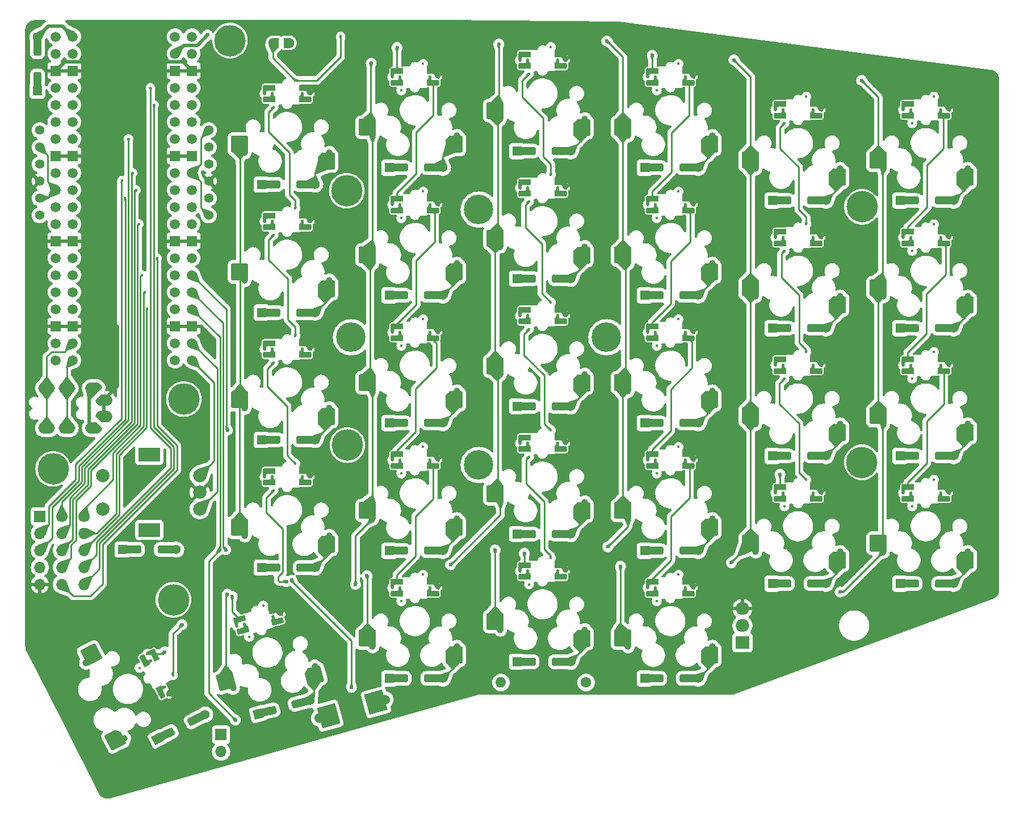
<source format=gtl>
G04 #@! TF.GenerationSoftware,KiCad,Pcbnew,7.0.5-0*
G04 #@! TF.CreationDate,2023-07-11T15:09:22-07:00*
G04 #@! TF.ProjectId,sofel_v3b,736f6665-6c5f-4763-9362-2e6b69636164,rev?*
G04 #@! TF.SameCoordinates,Original*
G04 #@! TF.FileFunction,Copper,L1,Top*
G04 #@! TF.FilePolarity,Positive*
%FSLAX46Y46*%
G04 Gerber Fmt 4.6, Leading zero omitted, Abs format (unit mm)*
G04 Created by KiCad (PCBNEW 7.0.5-0) date 2023-07-11 15:09:22*
%MOMM*%
%LPD*%
G01*
G04 APERTURE LIST*
G04 Aperture macros list*
%AMRoundRect*
0 Rectangle with rounded corners*
0 $1 Rounding radius*
0 $2 $3 $4 $5 $6 $7 $8 $9 X,Y pos of 4 corners*
0 Add a 4 corners polygon primitive as box body*
4,1,4,$2,$3,$4,$5,$6,$7,$8,$9,$2,$3,0*
0 Add four circle primitives for the rounded corners*
1,1,$1+$1,$2,$3*
1,1,$1+$1,$4,$5*
1,1,$1+$1,$6,$7*
1,1,$1+$1,$8,$9*
0 Add four rect primitives between the rounded corners*
20,1,$1+$1,$2,$3,$4,$5,0*
20,1,$1+$1,$4,$5,$6,$7,0*
20,1,$1+$1,$6,$7,$8,$9,0*
20,1,$1+$1,$8,$9,$2,$3,0*%
%AMRotRect*
0 Rectangle, with rotation*
0 The origin of the aperture is its center*
0 $1 length*
0 $2 width*
0 $3 Rotation angle, in degrees counterclockwise*
0 Add horizontal line*
21,1,$1,$2,0,0,$3*%
%AMFreePoly0*
4,1,28,-0.850000,0.400000,0.000000,1.250000,0.114750,1.242219,0.293119,1.197860,0.457783,1.116195,0.601041,1.001041,0.716195,0.857783,0.797860,0.693119,0.842219,0.514750,0.850000,0.400000,0.850000,-0.400000,0.842219,-0.514750,0.797860,-0.693119,0.716195,-0.857783,0.601041,-1.001041,0.457783,-1.116195,0.293119,-1.197860,0.114750,-1.242219,0.000000,-1.250000,-0.114750,-1.242219,
-0.293119,-1.197860,-0.457783,-1.116195,-0.601041,-1.001041,-0.716195,-0.857783,-0.797860,-0.693119,-0.842219,-0.514750,-0.850000,-0.400000,-0.850000,0.400000,-0.850000,0.400000,$1*%
%AMFreePoly1*
4,1,28,-0.850000,0.400000,-0.842219,0.514750,-0.797860,0.693119,-0.716195,0.857783,-0.601041,1.001041,-0.457783,1.116195,-0.293119,1.197860,-0.114750,1.242219,0.000000,1.250000,0.850000,0.400000,0.850000,-0.400000,0.842219,-0.514750,0.797860,-0.693119,0.716195,-0.857783,0.601041,-1.001041,0.457783,-1.116195,0.293119,-1.197860,0.114750,-1.242219,0.000000,-1.250000,-0.114750,-1.242219,
-0.293119,-1.197860,-0.457783,-1.116195,-0.601041,-1.001041,-0.716195,-0.857783,-0.797860,-0.693119,-0.842219,-0.514750,-0.850000,-0.400000,-0.850000,0.400000,-0.850000,0.400000,$1*%
%AMFreePoly2*
4,1,28,-0.850000,0.400000,-0.842219,0.514750,-0.797860,0.693119,-0.716195,0.857783,-0.601041,1.001041,-0.457783,1.116195,-0.293119,1.197860,-0.114750,1.242219,0.000000,1.250000,0.114750,1.242219,0.293119,1.197860,0.457783,1.116195,0.601041,1.001041,0.716195,0.857783,0.797860,0.693119,0.842219,0.514750,0.850000,0.400000,0.850000,-0.400000,0.000000,-1.250000,-0.114750,-1.242219,
-0.293119,-1.197860,-0.457783,-1.116195,-0.601041,-1.001041,-0.716195,-0.857783,-0.797860,-0.693119,-0.842219,-0.514750,-0.850000,-0.400000,-0.850000,0.400000,-0.850000,0.400000,$1*%
%AMFreePoly3*
4,1,28,-0.850000,0.400000,-0.842219,0.514750,-0.797860,0.693119,-0.716195,0.857783,-0.601041,1.001041,-0.457783,1.116195,-0.293119,1.197860,-0.114750,1.242219,0.000000,1.250000,0.114750,1.242219,0.293119,1.197860,0.457783,1.116195,0.601041,1.001041,0.716195,0.857783,0.797860,0.693119,0.842219,0.514750,0.850000,0.400000,0.850000,-0.400000,0.842219,-0.514750,0.797860,-0.693119,
0.716195,-0.857783,0.601041,-1.001041,0.457783,-1.116195,0.293119,-1.197860,0.114750,-1.242219,0.000000,-1.250000,-0.850000,-0.400000,-0.850000,0.400000,-0.850000,0.400000,$1*%
%AMFreePoly4*
4,1,19,-0.800000,0.000000,-0.784505,0.151663,-0.729731,0.316964,-0.638312,0.465177,-0.515177,0.588312,-0.366964,0.679731,-0.201663,0.734505,-0.050000,0.750000,0.800000,0.750000,0.800000,-0.750000,-0.050000,-0.750000,-0.201663,-0.734505,-0.366964,-0.679731,-0.515177,-0.588312,-0.638312,-0.465177,-0.729731,-0.316964,-0.784505,-0.151663,-0.800000,0.000000,-0.800000,0.000000,-0.800000,0.000000,
$1*%
%AMFreePoly5*
4,1,18,-0.800000,0.750000,0.050000,0.750000,0.201663,0.734505,0.366964,0.679731,0.515177,0.588312,0.638312,0.465177,0.729731,0.316964,0.784505,0.151663,0.800000,0.000000,0.784505,-0.151663,0.729731,-0.316964,0.638312,-0.465177,0.515177,-0.588312,0.366964,-0.679731,0.201663,-0.734505,0.050000,-0.750000,-0.800000,-0.750000,-0.800000,0.750000,-0.800000,0.750000,$1*%
%AMFreePoly6*
4,1,37,0.768820,0.408824,0.837760,0.362760,0.883824,0.293820,0.900000,0.212500,0.900000,-0.212500,0.883824,-0.293820,0.837760,-0.362760,0.768820,-0.408824,0.687500,-0.425000,-0.038011,-0.425000,-0.110315,-0.448493,-0.171820,-0.493180,-0.216507,-0.554685,-0.240000,-0.626989,-0.240000,-0.665001,-0.241126,-0.670661,-0.241126,-0.873874,-0.246043,-0.920654,-0.284097,-1.006126,-0.353626,-1.068730,
-0.442607,-1.097641,-0.535655,-1.087862,-0.616680,-1.041082,-0.671674,-0.965390,-0.691126,-0.873874,-0.691126,-0.699509,-0.708909,-0.640731,-0.748575,-0.581176,-0.803788,-0.535659,-0.836839,-0.521959,-0.877813,-0.490326,-0.897481,-0.442444,-0.895132,-0.425000,-0.900000,-0.425000,-0.900000,0.425000,0.687500,0.425000,0.768820,0.408824,0.768820,0.408824,$1*%
%AMFreePoly7*
4,1,26,0.900000,-0.425000,-0.200213,-0.425000,-0.205873,-0.426126,-0.243885,-0.426126,-0.316189,-0.449619,-0.377694,-0.494306,-0.422381,-0.555811,-0.445874,-0.628115,-0.445874,-0.666127,-0.450000,-0.686868,-0.450000,-0.875000,-0.454917,-0.921780,-0.492971,-1.007252,-0.562500,-1.069856,-0.651481,-1.098767,-0.744529,-1.088988,-0.825554,-1.042208,-0.880548,-0.966516,-0.900000,-0.875000,-0.900000,0.212500,
-0.883824,0.293820,-0.837760,0.362760,-0.768820,0.408824,-0.687500,0.425000,0.900000,0.425000,0.900000,-0.425000,0.900000,-0.425000,$1*%
%AMFreePoly8*
4,1,21,0.768820,0.408824,0.837760,0.362760,0.883824,0.293820,0.900000,0.212500,0.900000,-0.425000,0.899600,-0.425000,0.899600,-0.887000,0.884955,-0.922355,0.849600,-0.937000,0.494000,-0.937000,0.458645,-0.922355,0.444000,-0.887000,0.444000,-0.623911,0.421507,-0.554685,0.376820,-0.493180,0.315315,-0.448493,0.243011,-0.425000,-0.910000,-0.425000,-0.910000,0.425000,0.687500,0.425000,
0.768820,0.408824,0.768820,0.408824,$1*%
%AMFreePoly9*
4,1,31,0.910000,-0.425000,0.907465,-0.425000,0.909183,-0.437759,0.889516,-0.485641,0.848543,-0.517275,0.815493,-0.530974,0.760283,-0.576491,0.720620,-0.636045,0.700000,-0.704210,0.700000,-0.875000,0.695083,-0.921780,0.657029,-1.007252,0.587500,-1.069856,0.498519,-1.098767,0.405471,-1.088988,0.324446,-1.042208,0.269452,-0.966516,0.250000,-0.875000,0.250000,-0.425000,-0.687500,-0.425000,
-0.768820,-0.408824,-0.837760,-0.362760,-0.883824,-0.293820,-0.900000,-0.212500,-0.900000,0.212500,-0.883824,0.293820,-0.837760,0.362760,-0.768820,0.408824,-0.687500,0.425000,0.910000,0.425000,0.910000,-0.425000,0.910000,-0.425000,$1*%
%AMFreePoly10*
4,1,18,-1.275000,0.630000,-0.645000,1.260000,1.023000,1.260000,1.119436,1.240818,1.201191,1.186191,1.255818,1.104436,1.275000,1.008000,1.275000,-1.008000,1.255818,-1.104436,1.201191,-1.186191,1.119436,-1.240818,1.023000,-1.260000,-1.023000,-1.260000,-1.119436,-1.240818,-1.201191,-1.186191,-1.255818,-1.104436,-1.275000,-1.008000,-1.275000,0.630000,-1.275000,0.630000,$1*%
%AMFreePoly11*
4,1,17,-1.275000,1.008000,-1.255818,1.104436,-1.201191,1.186191,-1.119436,1.240818,-1.023000,1.260000,1.023000,1.260000,1.119436,1.240818,1.201191,1.186191,1.255818,1.104436,1.275000,1.008000,1.275000,-1.260000,-1.023000,-1.260000,-1.119436,-1.240818,-1.201191,-1.186191,-1.255818,-1.104436,-1.275000,-1.008000,-1.275000,1.008000,-1.275000,1.008000,$1*%
G04 Aperture macros list end*
G04 #@! TA.AperFunction,ComponentPad*
%ADD10FreePoly0,90.000000*%
G04 #@! TD*
G04 #@! TA.AperFunction,ComponentPad*
%ADD11FreePoly1,90.000000*%
G04 #@! TD*
G04 #@! TA.AperFunction,ComponentPad*
%ADD12FreePoly2,90.000000*%
G04 #@! TD*
G04 #@! TA.AperFunction,ComponentPad*
%ADD13FreePoly3,90.000000*%
G04 #@! TD*
G04 #@! TA.AperFunction,ComponentPad*
%ADD14O,2.500000X1.700000*%
G04 #@! TD*
G04 #@! TA.AperFunction,ComponentPad*
%ADD15C,1.397000*%
G04 #@! TD*
G04 #@! TA.AperFunction,ComponentPad*
%ADD16C,2.000000*%
G04 #@! TD*
G04 #@! TA.AperFunction,ComponentPad*
%ADD17R,3.200000X2.000000*%
G04 #@! TD*
G04 #@! TA.AperFunction,ComponentPad*
%ADD18C,4.700000*%
G04 #@! TD*
G04 #@! TA.AperFunction,ComponentPad*
%ADD19R,1.700000X1.700000*%
G04 #@! TD*
G04 #@! TA.AperFunction,ComponentPad*
%ADD20O,1.700000X1.700000*%
G04 #@! TD*
G04 #@! TA.AperFunction,ComponentPad*
%ADD21FreePoly4,180.000000*%
G04 #@! TD*
G04 #@! TA.AperFunction,ComponentPad*
%ADD22FreePoly5,180.000000*%
G04 #@! TD*
G04 #@! TA.AperFunction,ComponentPad*
%ADD23C,1.700000*%
G04 #@! TD*
G04 #@! TA.AperFunction,ComponentPad*
%ADD24R,2.000000X1.905000*%
G04 #@! TD*
G04 #@! TA.AperFunction,ComponentPad*
%ADD25O,2.000000X1.905000*%
G04 #@! TD*
G04 #@! TA.AperFunction,ComponentPad*
%ADD26C,4.400000*%
G04 #@! TD*
G04 #@! TA.AperFunction,SMDPad,CuDef*
%ADD27RotRect,2.795000X3.120000X15.699000*%
G04 #@! TD*
G04 #@! TA.AperFunction,ComponentPad*
%ADD28C,1.524000*%
G04 #@! TD*
G04 #@! TA.AperFunction,ComponentPad*
%ADD29C,1.600000*%
G04 #@! TD*
G04 #@! TA.AperFunction,ComponentPad*
%ADD30O,1.600000X1.600000*%
G04 #@! TD*
G04 #@! TA.AperFunction,ComponentPad*
%ADD31R,1.400000X1.400000*%
G04 #@! TD*
G04 #@! TA.AperFunction,SMDPad,CuDef*
%ADD32R,1.600000X1.200000*%
G04 #@! TD*
G04 #@! TA.AperFunction,SMDPad,CuDef*
%ADD33RoundRect,0.300000X-0.400000X-0.300000X0.400000X-0.300000X0.400000X0.300000X-0.400000X0.300000X0*%
G04 #@! TD*
G04 #@! TA.AperFunction,SMDPad,CuDef*
%ADD34R,2.140000X1.200000*%
G04 #@! TD*
G04 #@! TA.AperFunction,ComponentPad*
%ADD35C,1.400000*%
G04 #@! TD*
G04 #@! TA.AperFunction,ComponentPad*
%ADD36RotRect,1.400000X1.400000X27.000000*%
G04 #@! TD*
G04 #@! TA.AperFunction,SMDPad,CuDef*
%ADD37RotRect,1.600000X1.200000X27.000000*%
G04 #@! TD*
G04 #@! TA.AperFunction,SMDPad,CuDef*
%ADD38RoundRect,0.300000X-0.220205X-0.448898X0.492600X-0.085706X0.220205X0.448898X-0.492600X0.085706X0*%
G04 #@! TD*
G04 #@! TA.AperFunction,SMDPad,CuDef*
%ADD39RotRect,2.140000X1.200000X27.000000*%
G04 #@! TD*
G04 #@! TA.AperFunction,SMDPad,CuDef*
%ADD40FreePoly6,180.000000*%
G04 #@! TD*
G04 #@! TA.AperFunction,ComponentPad*
%ADD41C,0.450000*%
G04 #@! TD*
G04 #@! TA.AperFunction,SMDPad,CuDef*
%ADD42FreePoly7,0.000000*%
G04 #@! TD*
G04 #@! TA.AperFunction,SMDPad,CuDef*
%ADD43FreePoly8,0.000000*%
G04 #@! TD*
G04 #@! TA.AperFunction,SMDPad,CuDef*
%ADD44FreePoly9,180.000000*%
G04 #@! TD*
G04 #@! TA.AperFunction,SMDPad,CuDef*
%ADD45FreePoly10,0.000000*%
G04 #@! TD*
G04 #@! TA.AperFunction,ComponentPad*
%ADD46C,1.000000*%
G04 #@! TD*
G04 #@! TA.AperFunction,SMDPad,CuDef*
%ADD47FreePoly11,0.000000*%
G04 #@! TD*
G04 #@! TA.AperFunction,SMDPad,CuDef*
%ADD48FreePoly6,117.000000*%
G04 #@! TD*
G04 #@! TA.AperFunction,SMDPad,CuDef*
%ADD49FreePoly7,297.000000*%
G04 #@! TD*
G04 #@! TA.AperFunction,SMDPad,CuDef*
%ADD50FreePoly8,297.000000*%
G04 #@! TD*
G04 #@! TA.AperFunction,SMDPad,CuDef*
%ADD51FreePoly9,117.000000*%
G04 #@! TD*
G04 #@! TA.AperFunction,SMDPad,CuDef*
%ADD52FreePoly10,297.000000*%
G04 #@! TD*
G04 #@! TA.AperFunction,SMDPad,CuDef*
%ADD53FreePoly11,297.000000*%
G04 #@! TD*
G04 #@! TA.AperFunction,SMDPad,CuDef*
%ADD54FreePoly6,195.000000*%
G04 #@! TD*
G04 #@! TA.AperFunction,SMDPad,CuDef*
%ADD55FreePoly7,15.000000*%
G04 #@! TD*
G04 #@! TA.AperFunction,SMDPad,CuDef*
%ADD56FreePoly8,15.000000*%
G04 #@! TD*
G04 #@! TA.AperFunction,SMDPad,CuDef*
%ADD57FreePoly9,195.000000*%
G04 #@! TD*
G04 #@! TA.AperFunction,SMDPad,CuDef*
%ADD58FreePoly10,15.000000*%
G04 #@! TD*
G04 #@! TA.AperFunction,SMDPad,CuDef*
%ADD59FreePoly11,15.000000*%
G04 #@! TD*
G04 #@! TA.AperFunction,ComponentPad*
%ADD60RotRect,1.400000X1.400000X15.000000*%
G04 #@! TD*
G04 #@! TA.AperFunction,SMDPad,CuDef*
%ADD61RotRect,1.600000X1.200000X15.000000*%
G04 #@! TD*
G04 #@! TA.AperFunction,SMDPad,CuDef*
%ADD62RoundRect,0.300000X-0.308725X-0.393305X0.464016X-0.186250X0.308725X0.393305X-0.464016X0.186250X0*%
G04 #@! TD*
G04 #@! TA.AperFunction,SMDPad,CuDef*
%ADD63RotRect,2.140000X1.200000X15.000000*%
G04 #@! TD*
G04 #@! TA.AperFunction,SMDPad,CuDef*
%ADD64R,1.200000X1.600000*%
G04 #@! TD*
G04 #@! TA.AperFunction,SMDPad,CuDef*
%ADD65RoundRect,0.300000X0.300000X-0.400000X0.300000X0.400000X-0.300000X0.400000X-0.300000X-0.400000X0*%
G04 #@! TD*
G04 #@! TA.AperFunction,SMDPad,CuDef*
%ADD66R,1.200000X2.140000*%
G04 #@! TD*
G04 #@! TA.AperFunction,ComponentPad*
%ADD67C,1.500000*%
G04 #@! TD*
G04 #@! TA.AperFunction,ComponentPad*
%ADD68R,1.500000X1.500000*%
G04 #@! TD*
G04 #@! TA.AperFunction,ViaPad*
%ADD69C,0.600000*%
G04 #@! TD*
G04 #@! TA.AperFunction,ViaPad*
%ADD70C,0.500000*%
G04 #@! TD*
G04 #@! TA.AperFunction,ViaPad*
%ADD71C,0.400000*%
G04 #@! TD*
G04 #@! TA.AperFunction,Conductor*
%ADD72C,0.250000*%
G04 #@! TD*
G04 #@! TA.AperFunction,Conductor*
%ADD73C,0.500000*%
G04 #@! TD*
G04 APERTURE END LIST*
D10*
X93190000Y-93170000D03*
D11*
X93190000Y-90720000D03*
D12*
X91690000Y-94920000D03*
D13*
X91690000Y-88970000D03*
D14*
X87690000Y-94920000D03*
X87690000Y-88970000D03*
X84690000Y-94920000D03*
X84690000Y-88970000D03*
D15*
X108847500Y-50470000D03*
X83637500Y-50470000D03*
X108847500Y-63170000D03*
X83637500Y-63170000D03*
X108847500Y-53010000D03*
X83637500Y-53010000D03*
X108847500Y-60630000D03*
X83637500Y-60630000D03*
X108847500Y-55550000D03*
X83637500Y-55550000D03*
X108847500Y-58090000D03*
X83637500Y-58090000D03*
D16*
X107500000Y-107000000D03*
X107500000Y-102000000D03*
X107500000Y-104500000D03*
D17*
X100000000Y-110100000D03*
X100000000Y-98900000D03*
D16*
X93000000Y-102000000D03*
X93000000Y-107000000D03*
D18*
X206290000Y-61910000D03*
X206275000Y-100025000D03*
X129440000Y-59510000D03*
X129530000Y-97460000D03*
D19*
X83670000Y-108080000D03*
D20*
X83670000Y-110620000D03*
X83670000Y-113160000D03*
X83670000Y-115700000D03*
X83670000Y-118240000D03*
D21*
X120840000Y-37460000D03*
D22*
X118500000Y-37460000D03*
D23*
X90240000Y-108070000D03*
D20*
X90240000Y-110610000D03*
X90240000Y-113150000D03*
X90240000Y-115690000D03*
X90240000Y-118230000D03*
D23*
X86920000Y-108070000D03*
D20*
X86920000Y-110610000D03*
X86920000Y-113150000D03*
X86920000Y-115690000D03*
X86920000Y-118230000D03*
D24*
X188460000Y-126910000D03*
D25*
X188460000Y-124370000D03*
X188460000Y-121830000D03*
D26*
X130075000Y-81370000D03*
X149125000Y-62320000D03*
X149125000Y-100420000D03*
X168175000Y-81370000D03*
D27*
X133785130Y-135823576D03*
D28*
X135130498Y-135445435D03*
X125349502Y-138194565D03*
D27*
X126694870Y-137816424D03*
D19*
X110692500Y-140645000D03*
D20*
X110692500Y-143185000D03*
D29*
X165130000Y-132860000D03*
D30*
X152430000Y-132860000D03*
D18*
X103590000Y-120530000D03*
X112010000Y-37117432D03*
X105140000Y-90590000D03*
X85649033Y-101000000D03*
D31*
X116730000Y-58575000D03*
D32*
X117980000Y-58575000D03*
D33*
X118830000Y-58575000D03*
X122630000Y-58575000D03*
D34*
X123700000Y-58575000D03*
D35*
X124730000Y-58575000D03*
D31*
X135780000Y-56075000D03*
D32*
X137030000Y-56075000D03*
D33*
X137880000Y-56075000D03*
X141680000Y-56075000D03*
D34*
X142750000Y-56075000D03*
D35*
X143780000Y-56075000D03*
D31*
X154830000Y-53610000D03*
D32*
X156080000Y-53610000D03*
D33*
X156930000Y-53610000D03*
X160730000Y-53610000D03*
D34*
X161800000Y-53610000D03*
D35*
X162830000Y-53610000D03*
D31*
X173880000Y-56075000D03*
D32*
X175130000Y-56075000D03*
D33*
X175980000Y-56075000D03*
X179780000Y-56075000D03*
D34*
X180850000Y-56075000D03*
D35*
X181880000Y-56075000D03*
D31*
X192930000Y-60975000D03*
D32*
X194180000Y-60975000D03*
D33*
X195030000Y-60975000D03*
X198830000Y-60975000D03*
D34*
X199900000Y-60975000D03*
D35*
X200930000Y-60975000D03*
D31*
X211980000Y-60975000D03*
D32*
X213230000Y-60975000D03*
D33*
X214080000Y-60975000D03*
X217880000Y-60975000D03*
D34*
X218950000Y-60975000D03*
D35*
X219980000Y-60975000D03*
D31*
X116730000Y-96675000D03*
D32*
X117980000Y-96675000D03*
D33*
X118830000Y-96675000D03*
X122630000Y-96675000D03*
D34*
X123700000Y-96675000D03*
D35*
X124730000Y-96675000D03*
D31*
X116730000Y-115725000D03*
D32*
X117980000Y-115725000D03*
D33*
X118830000Y-115725000D03*
X122630000Y-115725000D03*
D34*
X123700000Y-115725000D03*
D35*
X124730000Y-115725000D03*
D31*
X96000000Y-113040000D03*
D32*
X97250000Y-113040000D03*
D33*
X98100000Y-113040000D03*
X101900000Y-113040000D03*
D34*
X102970000Y-113040000D03*
D35*
X104000000Y-113040000D03*
D36*
X101193062Y-141278544D03*
D37*
X102306820Y-140711056D03*
D38*
X103064176Y-140325164D03*
X106450000Y-138600000D03*
D39*
X107403377Y-138114230D03*
D35*
X108321114Y-137646620D03*
D40*
X117850000Y-45905000D03*
D41*
X118316126Y-45031126D03*
X117170000Y-45030000D03*
D42*
X117857000Y-44155000D03*
D41*
X118525000Y-47030000D03*
D43*
X123255000Y-44155000D03*
D41*
X123930000Y-45030000D03*
X121770000Y-43070000D03*
X122775000Y-45030000D03*
D44*
X123250000Y-45905000D03*
D45*
X126392000Y-55070000D03*
D46*
X126850000Y-53820000D03*
D47*
X113465000Y-52550000D03*
D46*
X114240000Y-53810000D03*
D40*
X155950000Y-40905000D03*
D41*
X156416126Y-40031126D03*
X155270000Y-40030000D03*
D42*
X155957000Y-39155000D03*
D41*
X156625000Y-42030000D03*
D43*
X161355000Y-39155000D03*
D41*
X162030000Y-40030000D03*
X159870000Y-38070000D03*
X160875000Y-40030000D03*
D44*
X161350000Y-40905000D03*
D45*
X164492000Y-50070000D03*
D46*
X164950000Y-48820000D03*
D47*
X151565000Y-47550000D03*
D46*
X152340000Y-48810000D03*
D40*
X117850000Y-84005000D03*
D41*
X118316126Y-83131126D03*
X117170000Y-83130000D03*
D42*
X117857000Y-82255000D03*
D41*
X118525000Y-85130000D03*
D43*
X123255000Y-82255000D03*
D41*
X123930000Y-83130000D03*
X121770000Y-81170000D03*
X122775000Y-83130000D03*
D44*
X123250000Y-84005000D03*
D45*
X126392000Y-93170000D03*
D46*
X126850000Y-91920000D03*
D47*
X113465000Y-90650000D03*
D46*
X114240000Y-91910000D03*
D40*
X136900000Y-81505000D03*
D41*
X137366126Y-80631126D03*
X136220000Y-80630000D03*
D42*
X136907000Y-79755000D03*
D41*
X137575000Y-82630000D03*
D43*
X142305000Y-79755000D03*
D41*
X142980000Y-80630000D03*
X140820000Y-78670000D03*
X141825000Y-80630000D03*
D44*
X142300000Y-81505000D03*
D45*
X145442000Y-90670000D03*
D46*
X145900000Y-89420000D03*
D47*
X132515000Y-88150000D03*
D46*
X133290000Y-89410000D03*
D40*
X155950000Y-98055000D03*
D41*
X156416126Y-97181126D03*
X155270000Y-97180000D03*
D42*
X155957000Y-96305000D03*
D41*
X156625000Y-99180000D03*
D43*
X161355000Y-96305000D03*
D41*
X162030000Y-97180000D03*
X159870000Y-95220000D03*
X160875000Y-97180000D03*
D44*
X161350000Y-98055000D03*
D45*
X164492000Y-107220000D03*
D46*
X164950000Y-105970000D03*
D47*
X151565000Y-104700000D03*
D46*
X152340000Y-105960000D03*
D40*
X194050000Y-105455000D03*
D41*
X194516126Y-104581126D03*
X193370000Y-104580000D03*
D42*
X194057000Y-103705000D03*
D41*
X194725000Y-106580000D03*
D43*
X199455000Y-103705000D03*
D41*
X200130000Y-104580000D03*
X197970000Y-102620000D03*
X198975000Y-104580000D03*
D44*
X199450000Y-105455000D03*
D45*
X202592000Y-114620000D03*
D46*
X203050000Y-113370000D03*
D47*
X189665000Y-112100000D03*
D46*
X190440000Y-113360000D03*
D48*
X99218643Y-129576000D03*
D41*
X100208888Y-129594591D03*
X99689561Y-128572874D03*
D49*
X100781083Y-128787754D03*
D41*
X98522705Y-130688169D03*
D50*
X103231723Y-133597407D03*
D41*
X102758536Y-134596078D03*
X103524290Y-131781683D03*
X102234177Y-133566966D03*
D51*
X101670192Y-134387436D03*
D52*
X94930555Y-141347801D03*
D46*
X96252241Y-141188394D03*
D53*
X91307157Y-128685704D03*
D46*
X90536331Y-129948262D03*
D54*
X113932136Y-125143345D03*
D41*
X114156204Y-124178605D03*
X113048840Y-124474157D03*
D55*
X113485964Y-123451163D03*
D41*
X114875308Y-126055309D03*
D56*
X118700032Y-122054058D03*
D41*
X119578499Y-122724540D03*
X116984814Y-121390375D03*
X118462854Y-123023476D03*
D57*
X119148136Y-123745722D03*
D58*
X124555151Y-131785223D03*
D46*
X124674021Y-130459277D03*
D59*
X111416404Y-132696844D03*
D46*
X112491109Y-133713326D03*
D40*
X213100000Y-67355000D03*
D41*
X213566126Y-66481126D03*
X212420000Y-66480000D03*
D42*
X213107000Y-65605000D03*
D41*
X213775000Y-68480000D03*
D43*
X218505000Y-65605000D03*
D41*
X219180000Y-66480000D03*
X217020000Y-64520000D03*
X218025000Y-66480000D03*
D44*
X218500000Y-67355000D03*
D45*
X221642000Y-76520000D03*
D46*
X222100000Y-75270000D03*
D47*
X208715000Y-74000000D03*
D46*
X209490000Y-75260000D03*
D40*
X213100000Y-86405000D03*
D41*
X213566126Y-85531126D03*
X212420000Y-85530000D03*
D42*
X213107000Y-84655000D03*
D41*
X213775000Y-87530000D03*
D43*
X218505000Y-84655000D03*
D41*
X219180000Y-85530000D03*
X217020000Y-83570000D03*
X218025000Y-85530000D03*
D44*
X218500000Y-86405000D03*
D45*
X221642000Y-95570000D03*
D46*
X222100000Y-94320000D03*
D47*
X208715000Y-93050000D03*
D46*
X209490000Y-94310000D03*
D40*
X213100000Y-105455000D03*
D41*
X213566126Y-104581126D03*
X212420000Y-104580000D03*
D42*
X213107000Y-103705000D03*
D41*
X213775000Y-106580000D03*
D43*
X218505000Y-103705000D03*
D41*
X219180000Y-104580000D03*
X217020000Y-102620000D03*
X218025000Y-104580000D03*
D44*
X218500000Y-105455000D03*
D45*
X221642000Y-114620000D03*
D46*
X222100000Y-113370000D03*
D47*
X208715000Y-112100000D03*
D46*
X209490000Y-113360000D03*
D40*
X175000000Y-43405000D03*
D41*
X175466126Y-42531126D03*
X174320000Y-42530000D03*
D42*
X175007000Y-41655000D03*
D41*
X175675000Y-44530000D03*
D43*
X180405000Y-41655000D03*
D41*
X181080000Y-42530000D03*
X178920000Y-40570000D03*
X179925000Y-42530000D03*
D44*
X180400000Y-43405000D03*
D45*
X183542000Y-52570000D03*
D46*
X184000000Y-51320000D03*
D47*
X170615000Y-50050000D03*
D46*
X171390000Y-51310000D03*
D31*
X116730000Y-77675000D03*
D32*
X117980000Y-77675000D03*
D33*
X118830000Y-77675000D03*
X122630000Y-77675000D03*
D34*
X123700000Y-77675000D03*
D35*
X124730000Y-77675000D03*
D31*
X135780000Y-75125000D03*
D32*
X137030000Y-75125000D03*
D33*
X137880000Y-75125000D03*
X141680000Y-75125000D03*
D34*
X142750000Y-75125000D03*
D35*
X143780000Y-75125000D03*
D31*
X154830000Y-72625000D03*
D32*
X156080000Y-72625000D03*
D33*
X156930000Y-72625000D03*
X160730000Y-72625000D03*
D34*
X161800000Y-72625000D03*
D35*
X162830000Y-72625000D03*
D31*
X173880000Y-75125000D03*
D32*
X175130000Y-75125000D03*
D33*
X175980000Y-75125000D03*
X179780000Y-75125000D03*
D34*
X180850000Y-75125000D03*
D35*
X181880000Y-75125000D03*
D31*
X192930000Y-80025000D03*
D32*
X194180000Y-80025000D03*
D33*
X195030000Y-80025000D03*
X198830000Y-80025000D03*
D34*
X199900000Y-80025000D03*
D35*
X200930000Y-80025000D03*
D31*
X211980000Y-80025000D03*
D32*
X213230000Y-80025000D03*
D33*
X214080000Y-80025000D03*
X217880000Y-80025000D03*
D34*
X218950000Y-80025000D03*
D35*
X219980000Y-80025000D03*
D40*
X194050000Y-48305000D03*
D41*
X194516126Y-47431126D03*
X193370000Y-47430000D03*
D42*
X194057000Y-46555000D03*
D41*
X194725000Y-49430000D03*
D43*
X199455000Y-46555000D03*
D41*
X200130000Y-47430000D03*
X197970000Y-45470000D03*
X198975000Y-47430000D03*
D44*
X199450000Y-48305000D03*
D45*
X202592000Y-57470000D03*
D46*
X203050000Y-56220000D03*
D47*
X189665000Y-54950000D03*
D46*
X190440000Y-56210000D03*
D40*
X136900000Y-62455000D03*
D41*
X137366126Y-61581126D03*
X136220000Y-61580000D03*
D42*
X136907000Y-60705000D03*
D41*
X137575000Y-63580000D03*
D43*
X142305000Y-60705000D03*
D41*
X142980000Y-61580000D03*
X140820000Y-59620000D03*
X141825000Y-61580000D03*
D44*
X142300000Y-62455000D03*
D45*
X145442000Y-71620000D03*
D46*
X145900000Y-70370000D03*
D47*
X132515000Y-69100000D03*
D46*
X133290000Y-70360000D03*
D40*
X175000000Y-62455000D03*
D41*
X175466126Y-61581126D03*
X174320000Y-61580000D03*
D42*
X175007000Y-60705000D03*
D41*
X175675000Y-63580000D03*
D43*
X180405000Y-60705000D03*
D41*
X181080000Y-61580000D03*
X178920000Y-59620000D03*
X179925000Y-61580000D03*
D44*
X180400000Y-62455000D03*
D45*
X183542000Y-71620000D03*
D46*
X184000000Y-70370000D03*
D47*
X170615000Y-69100000D03*
D46*
X171390000Y-70360000D03*
D40*
X155950000Y-59955000D03*
D41*
X156416126Y-59081126D03*
X155270000Y-59080000D03*
D42*
X155957000Y-58205000D03*
D41*
X156625000Y-61080000D03*
D43*
X161355000Y-58205000D03*
D41*
X162030000Y-59080000D03*
X159870000Y-57120000D03*
X160875000Y-59080000D03*
D44*
X161350000Y-59955000D03*
D45*
X164492000Y-69120000D03*
D46*
X164950000Y-67870000D03*
D47*
X151565000Y-66600000D03*
D46*
X152340000Y-67860000D03*
D40*
X175000000Y-81505000D03*
D41*
X175466126Y-80631126D03*
X174320000Y-80630000D03*
D42*
X175007000Y-79755000D03*
D41*
X175675000Y-82630000D03*
D43*
X180405000Y-79755000D03*
D41*
X181080000Y-80630000D03*
X178920000Y-78670000D03*
X179925000Y-80630000D03*
D44*
X180400000Y-81505000D03*
D45*
X183542000Y-90670000D03*
D46*
X184000000Y-89420000D03*
D47*
X170615000Y-88150000D03*
D46*
X171390000Y-89410000D03*
D40*
X213100000Y-48305000D03*
D41*
X213566126Y-47431126D03*
X212420000Y-47430000D03*
D42*
X213107000Y-46555000D03*
D41*
X213775000Y-49430000D03*
D43*
X218505000Y-46555000D03*
D41*
X219180000Y-47430000D03*
X217020000Y-45470000D03*
X218025000Y-47430000D03*
D44*
X218500000Y-48305000D03*
D45*
X221642000Y-57470000D03*
D46*
X222100000Y-56220000D03*
D47*
X208715000Y-54950000D03*
D46*
X209490000Y-56210000D03*
D40*
X117850000Y-64955000D03*
D41*
X118316126Y-64081126D03*
X117170000Y-64080000D03*
D42*
X117857000Y-63205000D03*
D41*
X118525000Y-66080000D03*
D43*
X123255000Y-63205000D03*
D41*
X123930000Y-64080000D03*
X121770000Y-62120000D03*
X122775000Y-64080000D03*
D44*
X123250000Y-64955000D03*
D45*
X126392000Y-74120000D03*
D46*
X126850000Y-72870000D03*
D47*
X113465000Y-71600000D03*
D46*
X114240000Y-72860000D03*
D40*
X175000000Y-119605000D03*
D41*
X175466126Y-118731126D03*
X174320000Y-118730000D03*
D42*
X175007000Y-117855000D03*
D41*
X175675000Y-120730000D03*
D43*
X180405000Y-117855000D03*
D41*
X181080000Y-118730000D03*
X178920000Y-116770000D03*
X179925000Y-118730000D03*
D44*
X180400000Y-119605000D03*
D45*
X183542000Y-128770000D03*
D46*
X184000000Y-127520000D03*
D47*
X170615000Y-126250000D03*
D46*
X171390000Y-127510000D03*
D40*
X194050000Y-67355000D03*
D41*
X194516126Y-66481126D03*
X193370000Y-66480000D03*
D42*
X194057000Y-65605000D03*
D41*
X194725000Y-68480000D03*
D43*
X199455000Y-65605000D03*
D41*
X200130000Y-66480000D03*
X197970000Y-64520000D03*
X198975000Y-66480000D03*
D44*
X199450000Y-67355000D03*
D45*
X202592000Y-76520000D03*
D46*
X203050000Y-75270000D03*
D47*
X189665000Y-74000000D03*
D46*
X190440000Y-75260000D03*
D40*
X175000000Y-100555000D03*
D41*
X175466126Y-99681126D03*
X174320000Y-99680000D03*
D42*
X175007000Y-98805000D03*
D41*
X175675000Y-101680000D03*
D43*
X180405000Y-98805000D03*
D41*
X181080000Y-99680000D03*
X178920000Y-97720000D03*
X179925000Y-99680000D03*
D44*
X180400000Y-100555000D03*
D45*
X183542000Y-109720000D03*
D46*
X184000000Y-108470000D03*
D47*
X170615000Y-107200000D03*
D46*
X171390000Y-108460000D03*
D40*
X194050000Y-86405000D03*
D41*
X194516126Y-85531126D03*
X193370000Y-85530000D03*
D42*
X194057000Y-84655000D03*
D41*
X194725000Y-87530000D03*
D43*
X199455000Y-84655000D03*
D41*
X200130000Y-85530000D03*
X197970000Y-83570000D03*
X198975000Y-85530000D03*
D44*
X199450000Y-86405000D03*
D45*
X202592000Y-95570000D03*
D46*
X203050000Y-94320000D03*
D47*
X189665000Y-93050000D03*
D46*
X190440000Y-94310000D03*
D40*
X155950000Y-117105000D03*
D41*
X156416126Y-116231126D03*
X155270000Y-116230000D03*
D42*
X155957000Y-115355000D03*
D41*
X156625000Y-118230000D03*
D43*
X161355000Y-115355000D03*
D41*
X162030000Y-116230000D03*
X159870000Y-114270000D03*
X160875000Y-116230000D03*
D44*
X161350000Y-117105000D03*
D45*
X164492000Y-126270000D03*
D46*
X164950000Y-125020000D03*
D47*
X151565000Y-123750000D03*
D46*
X152340000Y-125010000D03*
D40*
X155950000Y-79005000D03*
D41*
X156416126Y-78131126D03*
X155270000Y-78130000D03*
D42*
X155957000Y-77255000D03*
D41*
X156625000Y-80130000D03*
D43*
X161355000Y-77255000D03*
D41*
X162030000Y-78130000D03*
X159870000Y-76170000D03*
X160875000Y-78130000D03*
D44*
X161350000Y-79005000D03*
D45*
X164492000Y-88170000D03*
D46*
X164950000Y-86920000D03*
D47*
X151565000Y-85650000D03*
D46*
X152340000Y-86910000D03*
D40*
X136900000Y-43405000D03*
D41*
X137366126Y-42531126D03*
X136220000Y-42530000D03*
D42*
X136907000Y-41655000D03*
D41*
X137575000Y-44530000D03*
D43*
X142305000Y-41655000D03*
D41*
X142980000Y-42530000D03*
X140820000Y-40570000D03*
X141825000Y-42530000D03*
D44*
X142300000Y-43405000D03*
D45*
X145442000Y-52570000D03*
D46*
X145900000Y-51320000D03*
D47*
X132515000Y-50050000D03*
D46*
X133290000Y-51310000D03*
D60*
X116221038Y-137567032D03*
D61*
X117428445Y-137243508D03*
D62*
X118249482Y-137023512D03*
X121920000Y-136040000D03*
D63*
X122953541Y-135763063D03*
D35*
X123948444Y-135496480D03*
D40*
X136900000Y-100555000D03*
D41*
X137366126Y-99681126D03*
X136220000Y-99680000D03*
D42*
X136907000Y-98805000D03*
D41*
X137575000Y-101680000D03*
D43*
X142305000Y-98805000D03*
D41*
X142980000Y-99680000D03*
X140820000Y-97720000D03*
X141825000Y-99680000D03*
D44*
X142300000Y-100555000D03*
D45*
X145442000Y-109720000D03*
D46*
X145900000Y-108470000D03*
D47*
X132515000Y-107200000D03*
D46*
X133290000Y-108460000D03*
D31*
X154830000Y-91675000D03*
D32*
X156080000Y-91675000D03*
D33*
X156930000Y-91675000D03*
X160730000Y-91675000D03*
D34*
X161800000Y-91675000D03*
D35*
X162830000Y-91675000D03*
D31*
X192930000Y-99075000D03*
D32*
X194180000Y-99075000D03*
D33*
X195030000Y-99075000D03*
X198830000Y-99075000D03*
D34*
X199900000Y-99075000D03*
D35*
X200930000Y-99075000D03*
D31*
X211980000Y-99075000D03*
D32*
X213230000Y-99075000D03*
D33*
X214080000Y-99075000D03*
X217880000Y-99075000D03*
D34*
X218950000Y-99075000D03*
D35*
X219980000Y-99075000D03*
D31*
X135780000Y-132275000D03*
D32*
X137030000Y-132275000D03*
D33*
X137880000Y-132275000D03*
X141680000Y-132275000D03*
D34*
X142750000Y-132275000D03*
D35*
X143780000Y-132275000D03*
D31*
X154830000Y-129775000D03*
D32*
X156080000Y-129775000D03*
D33*
X156930000Y-129775000D03*
X160730000Y-129775000D03*
D34*
X161800000Y-129775000D03*
D35*
X162830000Y-129775000D03*
D31*
X211980000Y-118125000D03*
D32*
X213230000Y-118125000D03*
D33*
X214080000Y-118125000D03*
X217880000Y-118125000D03*
D34*
X218950000Y-118125000D03*
D35*
X219980000Y-118125000D03*
D31*
X135780000Y-113225000D03*
D32*
X137030000Y-113225000D03*
D33*
X137880000Y-113225000D03*
X141680000Y-113225000D03*
D34*
X142750000Y-113225000D03*
D35*
X143780000Y-113225000D03*
D31*
X154830000Y-110725000D03*
D32*
X156080000Y-110725000D03*
D33*
X156930000Y-110725000D03*
X160730000Y-110725000D03*
D34*
X161800000Y-110725000D03*
D35*
X162830000Y-110725000D03*
D31*
X173880000Y-113225000D03*
D32*
X175130000Y-113225000D03*
D33*
X175980000Y-113225000D03*
X179780000Y-113225000D03*
D34*
X180850000Y-113225000D03*
D35*
X181880000Y-113225000D03*
D31*
X192930000Y-118125000D03*
D32*
X194180000Y-118125000D03*
D33*
X195030000Y-118125000D03*
X198830000Y-118125000D03*
D34*
X199900000Y-118125000D03*
D35*
X200930000Y-118125000D03*
D31*
X135780000Y-94175000D03*
D32*
X137030000Y-94175000D03*
D33*
X137880000Y-94175000D03*
X141680000Y-94175000D03*
D34*
X142750000Y-94175000D03*
D35*
X143780000Y-94175000D03*
D31*
X173880000Y-132275000D03*
D32*
X175130000Y-132275000D03*
D33*
X175980000Y-132275000D03*
X179780000Y-132275000D03*
D34*
X180850000Y-132275000D03*
D35*
X181880000Y-132275000D03*
D40*
X136900000Y-119605000D03*
D41*
X137366126Y-118731126D03*
X136220000Y-118730000D03*
D42*
X136907000Y-117855000D03*
D41*
X137575000Y-120730000D03*
D43*
X142305000Y-117855000D03*
D41*
X142980000Y-118730000D03*
X140820000Y-116770000D03*
X141825000Y-118730000D03*
D44*
X142300000Y-119605000D03*
D45*
X145442000Y-128770000D03*
D46*
X145900000Y-127520000D03*
D47*
X132515000Y-126250000D03*
D46*
X133290000Y-127510000D03*
D31*
X83301250Y-44597500D03*
D64*
X83301250Y-43347500D03*
D65*
X83301250Y-42497500D03*
X83301250Y-38697500D03*
D66*
X83301250Y-37627500D03*
D35*
X83301250Y-36597500D03*
D31*
X173880000Y-94175000D03*
D32*
X175130000Y-94175000D03*
D33*
X175980000Y-94175000D03*
X179780000Y-94175000D03*
D34*
X180850000Y-94175000D03*
D35*
X181880000Y-94175000D03*
D40*
X117850000Y-103055000D03*
D41*
X118316126Y-102181126D03*
X117170000Y-102180000D03*
D42*
X117857000Y-101305000D03*
D41*
X118525000Y-104180000D03*
D43*
X123255000Y-101305000D03*
D41*
X123930000Y-102180000D03*
X121770000Y-100220000D03*
X122775000Y-102180000D03*
D44*
X123250000Y-103055000D03*
D45*
X126392000Y-112220000D03*
D46*
X126850000Y-110970000D03*
D47*
X113465000Y-109700000D03*
D46*
X114240000Y-110960000D03*
D67*
X106372500Y-36524865D03*
X86052500Y-36524865D03*
X106372500Y-39064865D03*
X86052500Y-39064865D03*
D68*
X106372500Y-41604865D03*
X86052500Y-41604865D03*
D67*
X106372500Y-44144865D03*
X86052500Y-44144865D03*
X106372500Y-46684865D03*
X86052500Y-46684865D03*
X106372500Y-49224865D03*
X86052500Y-49224865D03*
X106372500Y-51764865D03*
X86052500Y-51764865D03*
D68*
X106372500Y-54304865D03*
X86052500Y-54304865D03*
D67*
X106372500Y-56844865D03*
X86052500Y-56844865D03*
X106372500Y-59384865D03*
X86052500Y-59384865D03*
X106372500Y-61924865D03*
X86052500Y-61924865D03*
X106372500Y-64464865D03*
X86052500Y-64464865D03*
D68*
X106372500Y-67004865D03*
X86052500Y-67004865D03*
D67*
X106372500Y-69544865D03*
X86052500Y-69544865D03*
X106372500Y-72084865D03*
X86052500Y-72084865D03*
X106372500Y-74624865D03*
X86052500Y-74624865D03*
X106372500Y-77164865D03*
X86052500Y-77164865D03*
D68*
X106372500Y-79704865D03*
X86052500Y-79704865D03*
D67*
X106372500Y-82244865D03*
X86052500Y-82244865D03*
X106372500Y-84784865D03*
X86052500Y-84784865D03*
X103832500Y-84784865D03*
X88592500Y-84784865D03*
X103832500Y-82244865D03*
X88592500Y-82244865D03*
D68*
X103832500Y-79704865D03*
X88592500Y-79704865D03*
D67*
X103832500Y-77164865D03*
X88592500Y-77164865D03*
X103832500Y-74624865D03*
X88592500Y-74624865D03*
X103832500Y-72084865D03*
X88592500Y-72084865D03*
X103832500Y-69544865D03*
X88592500Y-69544865D03*
D68*
X103832500Y-67004865D03*
X88592500Y-67004865D03*
D67*
X103832500Y-64464865D03*
X88592500Y-64464865D03*
X103832500Y-61924865D03*
X88592500Y-61924865D03*
X103832500Y-59384865D03*
X88592500Y-59384865D03*
X103832500Y-56844865D03*
X88592500Y-56844865D03*
D68*
X103832500Y-54304865D03*
X88592500Y-54304865D03*
D67*
X103832500Y-51764865D03*
X88592500Y-51764865D03*
X103832500Y-49224865D03*
X88592500Y-49224865D03*
X103832500Y-46684865D03*
X88592500Y-46684865D03*
X103832500Y-44144865D03*
X88592500Y-44144865D03*
D68*
X103832500Y-41604865D03*
X88592500Y-41604865D03*
D67*
X103832500Y-39064865D03*
X88592500Y-39064865D03*
X103832500Y-36524865D03*
X88592500Y-36524865D03*
D69*
X110521979Y-113066019D03*
X112820000Y-138460000D03*
X111653003Y-95210500D03*
X111405000Y-113065000D03*
X108670000Y-36260000D03*
D70*
X123570000Y-38390000D03*
X95240000Y-79704865D03*
X123600000Y-36460000D03*
D69*
X206230000Y-43050000D03*
X170284332Y-115534500D03*
X203020000Y-119365999D03*
X187189289Y-39990711D03*
X151570000Y-113089000D03*
X186804624Y-114984500D03*
X168380000Y-112624500D03*
X168220000Y-37170498D03*
X132449101Y-116944101D03*
X144920000Y-115305000D03*
X152110000Y-37619999D03*
X111622917Y-119694851D03*
X133083034Y-40477214D03*
X130743097Y-118255000D03*
D71*
X95930000Y-57980000D03*
X96345000Y-60631400D03*
D69*
X136940000Y-38144500D03*
X175000000Y-39294500D03*
X104857654Y-124244578D03*
X120443072Y-117805000D03*
X194057000Y-101810000D03*
X102280000Y-128310000D03*
X112353231Y-120021418D03*
X155920000Y-113574001D03*
D71*
X96889998Y-51764865D03*
X97495000Y-56844865D03*
X98012250Y-59400139D03*
X98425000Y-64464865D03*
D69*
X121214699Y-117593819D03*
D71*
X101150000Y-69560000D03*
D69*
X130130000Y-133590000D03*
D71*
X98875000Y-72084865D03*
X99325000Y-74624865D03*
X99645000Y-77146503D03*
X100170000Y-44144865D03*
X128520000Y-36500000D03*
X100695010Y-46684865D03*
D72*
X124730000Y-56742000D02*
X126392000Y-55080000D01*
X124730000Y-58575000D02*
X124730000Y-56742000D01*
X110570000Y-113017998D02*
X110521979Y-113066019D01*
X106372500Y-77164865D02*
X110570000Y-81362365D01*
X110570000Y-81362365D02*
X110570000Y-113017998D01*
X108830499Y-114757499D02*
X110521979Y-113066019D01*
X112820000Y-138460000D02*
X108830499Y-134470499D01*
X108830499Y-134470499D02*
X108830499Y-114757499D01*
X143780000Y-56075000D02*
X143780000Y-54242000D01*
X143780000Y-54242000D02*
X145442000Y-52580000D01*
X164492000Y-51948000D02*
X162830000Y-53610000D01*
X164492000Y-50080000D02*
X164492000Y-51948000D01*
X181880000Y-56075000D02*
X183542000Y-54413000D01*
X183542000Y-54413000D02*
X183542000Y-52580000D01*
X200930000Y-60975000D02*
X202592000Y-59313000D01*
X202592000Y-59313000D02*
X202592000Y-57480000D01*
X111470000Y-77182365D02*
X111470000Y-95027497D01*
X106372500Y-72084865D02*
X111470000Y-77182365D01*
X111470000Y-95027497D02*
X111653003Y-95210500D01*
X221642000Y-59313000D02*
X221642000Y-57480000D01*
X219980000Y-60975000D02*
X221642000Y-59313000D01*
X111020000Y-79272365D02*
X111020000Y-112680000D01*
X106372500Y-74624865D02*
X111020000Y-79272365D01*
X111020000Y-112680000D02*
X111405000Y-113065000D01*
X124730000Y-77675000D02*
X126392000Y-76013000D01*
X126392000Y-76013000D02*
X126392000Y-74180000D01*
X145442000Y-73463000D02*
X145442000Y-71630000D01*
X143780000Y-75125000D02*
X145442000Y-73463000D01*
X164492000Y-70963000D02*
X164492000Y-69130000D01*
X162830000Y-72625000D02*
X164492000Y-70963000D01*
X181880000Y-75125000D02*
X183542000Y-73463000D01*
X183542000Y-73463000D02*
X183542000Y-71630000D01*
X202592000Y-78363000D02*
X202592000Y-76530000D01*
X200930000Y-80025000D02*
X202592000Y-78363000D01*
X221660000Y-78370000D02*
X221660000Y-76548000D01*
X220005000Y-80025000D02*
X221660000Y-78370000D01*
X126392000Y-95013000D02*
X126392000Y-93180000D01*
X124730000Y-96675000D02*
X126392000Y-95013000D01*
X143780000Y-94175000D02*
X145442000Y-92513000D01*
X145442000Y-92513000D02*
X145442000Y-90680000D01*
X164492000Y-90013000D02*
X164492000Y-88180000D01*
X162830000Y-91675000D02*
X164492000Y-90013000D01*
X181880000Y-94175000D02*
X183542000Y-92513000D01*
X183542000Y-92513000D02*
X183542000Y-90680000D01*
X200930000Y-99075000D02*
X202592000Y-97413000D01*
X202592000Y-97413000D02*
X202592000Y-95580000D01*
X219980000Y-99075000D02*
X221642000Y-97413000D01*
X221642000Y-97413000D02*
X221642000Y-95580000D01*
X126392000Y-114063000D02*
X124730000Y-115725000D01*
X126392000Y-112230000D02*
X126392000Y-114063000D01*
X145442000Y-111563000D02*
X143780000Y-113225000D01*
X145442000Y-109730000D02*
X145442000Y-111563000D01*
X164492000Y-107230000D02*
X164492000Y-109063000D01*
X164492000Y-109063000D02*
X162830000Y-110725000D01*
X183542000Y-109730000D02*
X183542000Y-111563000D01*
X183542000Y-111563000D02*
X181880000Y-113225000D01*
X202592000Y-114630000D02*
X202592000Y-116463000D01*
X202592000Y-116463000D02*
X200930000Y-118125000D01*
X221642000Y-116463000D02*
X219980000Y-118125000D01*
X221642000Y-114630000D02*
X221642000Y-116463000D01*
X124557739Y-131794882D02*
X124557739Y-134887185D01*
X124557739Y-134887185D02*
X123948444Y-135496480D01*
X145442000Y-130613000D02*
X143780000Y-132275000D01*
X145442000Y-128780000D02*
X145442000Y-130613000D01*
D73*
X90990000Y-94220000D02*
X91690000Y-94920000D01*
X91690000Y-88970000D02*
X90990000Y-89670000D01*
X105107365Y-37790000D02*
X107140000Y-37790000D01*
X107140000Y-37790000D02*
X108670000Y-36260000D01*
X103832500Y-39064865D02*
X105107365Y-37790000D01*
X90990000Y-89670000D02*
X90990000Y-94220000D01*
X93190000Y-90720000D02*
X95240000Y-88670000D01*
X93190000Y-90720000D02*
X93190000Y-93170000D01*
X105077635Y-40310000D02*
X87347365Y-40310000D01*
X106372500Y-41604865D02*
X105077635Y-40310000D01*
X180400000Y-79980000D02*
X180405000Y-79985000D01*
X106372500Y-54304865D02*
X106372500Y-54175000D01*
X87347365Y-40310000D02*
X86052500Y-41604865D01*
X95240000Y-88670000D02*
X95240000Y-79704865D01*
X218590000Y-65745000D02*
X218500000Y-65835000D01*
D72*
X208715000Y-45535000D02*
X206230000Y-43050000D01*
X209330000Y-94470000D02*
X209330000Y-113200000D01*
X209340000Y-75110000D02*
X209340000Y-56360000D01*
X208715000Y-74000000D02*
X208715000Y-93050000D01*
X209490000Y-113360000D02*
X203484001Y-119365999D01*
X203484001Y-119365999D02*
X203020000Y-119365999D01*
X208715000Y-45535000D02*
X208715000Y-54950000D01*
X170250000Y-115568832D02*
X170284332Y-115534500D01*
X170250000Y-125875000D02*
X170250000Y-115568832D01*
X189665000Y-74000000D02*
X189665000Y-93050000D01*
X189665000Y-112100000D02*
X186804624Y-114960376D01*
X151565000Y-123750000D02*
X151565000Y-113094000D01*
X189665000Y-42466422D02*
X187189289Y-39990711D01*
X189665000Y-54950000D02*
X189665000Y-42466422D01*
X189665000Y-54950000D02*
X189665000Y-74000000D01*
X186804624Y-114960376D02*
X186804624Y-114984500D01*
X151565000Y-113094000D02*
X151570000Y-113089000D01*
X189665000Y-93050000D02*
X189665000Y-112100000D01*
X171000000Y-80199846D02*
X171000000Y-82540154D01*
X170615000Y-50050000D02*
X170615000Y-39565498D01*
X132515000Y-117010000D02*
X132449101Y-116944101D01*
X170615000Y-50050000D02*
X170615000Y-69100000D01*
X170990000Y-69475000D02*
X170990000Y-80189846D01*
X171390000Y-108460000D02*
X171390000Y-109614500D01*
X170990000Y-82550154D02*
X170990000Y-89010000D01*
X170990000Y-80189846D02*
X171000000Y-80199846D01*
X170615000Y-88150000D02*
X170615000Y-107200000D01*
X171390000Y-109614500D02*
X168380000Y-112624500D01*
X132515000Y-127110000D02*
X132515000Y-117010000D01*
X171000000Y-82540154D02*
X170990000Y-82550154D01*
X170615000Y-39565498D02*
X168220000Y-37170498D01*
X170990000Y-89010000D02*
X171390000Y-89410000D01*
X152340000Y-105960000D02*
X152340000Y-107885000D01*
X152130000Y-37639999D02*
X152110000Y-37619999D01*
X151950000Y-66215000D02*
X151950000Y-47935000D01*
X151950000Y-104315000D02*
X151950000Y-86035000D01*
X111413816Y-132687185D02*
X111413816Y-119903952D01*
X152340000Y-107885000D02*
X144920000Y-115305000D01*
X152130000Y-46985000D02*
X152130000Y-37639999D01*
X111413816Y-119903952D02*
X111622917Y-119694851D01*
X151565000Y-85650000D02*
X151565000Y-66600000D01*
X130743097Y-111006903D02*
X130743097Y-118255000D01*
X133290000Y-108460000D02*
X130743097Y-111006903D01*
X133012323Y-40547925D02*
X133083034Y-40477214D01*
X132920000Y-87745000D02*
X132920000Y-69505000D01*
X133270000Y-108440000D02*
X133270000Y-89430000D01*
X133290000Y-51310000D02*
X133290000Y-50602894D01*
X133012323Y-50325217D02*
X133012323Y-40547925D01*
X133270000Y-70340000D02*
X133270000Y-51330000D01*
X85020000Y-106570000D02*
X89000000Y-102590000D01*
X85020000Y-109270000D02*
X85020000Y-106570000D01*
X107680000Y-55537365D02*
X107680000Y-51637500D01*
X106372500Y-56844865D02*
X107680000Y-55537365D01*
X89000000Y-100348020D02*
X95820000Y-93528020D01*
X106372500Y-56844865D02*
X107700000Y-58172365D01*
X107700000Y-62022500D02*
X108847500Y-63170000D01*
X83670000Y-110620000D02*
X85020000Y-109270000D01*
X107700000Y-58172365D02*
X107700000Y-62022500D01*
X95820000Y-58090000D02*
X95930000Y-57980000D01*
X107680000Y-51637500D02*
X108847500Y-50470000D01*
X95820000Y-93528020D02*
X95820000Y-58090000D01*
X89000000Y-102590000D02*
X89000000Y-100348020D01*
X96390000Y-60676400D02*
X96345000Y-60631400D01*
X84860000Y-58192365D02*
X84860000Y-54252500D01*
X83637500Y-60630000D02*
X84807365Y-60630000D01*
X96390000Y-93594416D02*
X96390000Y-60676400D01*
X89450000Y-100534416D02*
X96390000Y-93594416D01*
X86052500Y-59384865D02*
X84860000Y-58192365D01*
X85470000Y-106756396D02*
X89450000Y-102776396D01*
X89450000Y-102776396D02*
X89450000Y-100534416D01*
X84860000Y-54252500D02*
X83607500Y-53000000D01*
X85470000Y-111360000D02*
X85470000Y-106756396D01*
X84807365Y-60630000D02*
X86052500Y-59384865D01*
X83670000Y-113160000D02*
X85470000Y-111360000D01*
X164492000Y-126280000D02*
X164492000Y-128113000D01*
X164492000Y-128113000D02*
X162830000Y-129775000D01*
X181880000Y-132275000D02*
X183542000Y-130613000D01*
X183542000Y-130613000D02*
X183542000Y-128780000D01*
X121770000Y-60969002D02*
X120860000Y-60059002D01*
X121770000Y-62120000D02*
X121770000Y-60969002D01*
X117775000Y-47805000D02*
X118550000Y-47030000D01*
X117775000Y-50725000D02*
X117775000Y-47805000D01*
X120860000Y-53810000D02*
X117775000Y-50725000D01*
X120860000Y-60059002D02*
X120860000Y-53810000D01*
X136930000Y-38154500D02*
X136940000Y-38144500D01*
X136930000Y-41855000D02*
X136930000Y-38154500D01*
X113530000Y-54820000D02*
X113530000Y-55350000D01*
X113465000Y-109690000D02*
X113465000Y-91915000D01*
X113530000Y-52605000D02*
X113530000Y-91445000D01*
X113465000Y-55285000D02*
X113530000Y-55350000D01*
X109670000Y-99830000D02*
X109670000Y-88082365D01*
X109670000Y-88082365D02*
X106372500Y-84784865D01*
X107500000Y-102000000D02*
X109670000Y-99830000D01*
X110120000Y-104380000D02*
X110120000Y-85992365D01*
X110120000Y-85992365D02*
X106372500Y-82244865D01*
X107500000Y-107000000D02*
X110120000Y-104380000D01*
X142320000Y-43645000D02*
X142320000Y-48270000D01*
X139810000Y-56960000D02*
X136900000Y-59870000D01*
X139810000Y-50780000D02*
X139810000Y-56960000D01*
X142320000Y-48270000D02*
X139810000Y-50780000D01*
X136900000Y-59870000D02*
X136900000Y-60925000D01*
X158780000Y-48710000D02*
X158780000Y-54430000D01*
X155616650Y-45546650D02*
X158780000Y-48710000D01*
X155616650Y-43063350D02*
X155616650Y-45546650D01*
X159870000Y-55520000D02*
X159870000Y-57120000D01*
X156650000Y-42030000D02*
X155616650Y-43063350D01*
X158780000Y-54430000D02*
X159870000Y-55520000D01*
X175007000Y-39301500D02*
X175000000Y-39294500D01*
X175007000Y-41885000D02*
X175007000Y-39301500D01*
X180540000Y-43765000D02*
X180400000Y-43625000D01*
X175025000Y-59625000D02*
X177910000Y-56740000D01*
X177910000Y-56740000D02*
X177910000Y-50840000D01*
X175025000Y-60925000D02*
X175025000Y-59625000D01*
X180540000Y-48210000D02*
X180540000Y-43765000D01*
X177910000Y-50840000D02*
X180540000Y-48210000D01*
X194070000Y-53210000D02*
X196840000Y-55980000D01*
X196840000Y-55980000D02*
X196840000Y-62310000D01*
X197970000Y-63440000D02*
X197970000Y-64520000D01*
X196840000Y-62310000D02*
X197970000Y-63440000D01*
X194750000Y-49430000D02*
X194070000Y-50110000D01*
X194070000Y-50110000D02*
X194070000Y-53210000D01*
X218420000Y-53270000D02*
X216010000Y-55680000D01*
X216010000Y-55680000D02*
X216010000Y-61990000D01*
X218420000Y-48605000D02*
X218420000Y-53270000D01*
X216010000Y-61990000D02*
X213100000Y-64900000D01*
X213100000Y-64900000D02*
X213100000Y-65825000D01*
X118550000Y-66080000D02*
X117775000Y-66855000D01*
X120650000Y-72670000D02*
X120650000Y-78700000D01*
X117775000Y-69795000D02*
X120650000Y-72670000D01*
X121770000Y-79820000D02*
X121770000Y-81170000D01*
X117775000Y-66855000D02*
X117775000Y-69795000D01*
X120650000Y-78700000D02*
X121770000Y-79820000D01*
X136900000Y-79410000D02*
X136900000Y-79748000D01*
X139800000Y-76510000D02*
X136900000Y-79410000D01*
X142548350Y-67131650D02*
X139800000Y-69880000D01*
X139800000Y-69880000D02*
X139800000Y-76510000D01*
X142300000Y-62675000D02*
X142550000Y-62925000D01*
X142550000Y-67131650D02*
X142548350Y-67131650D01*
X142550000Y-62925000D02*
X142550000Y-67131650D01*
X136900000Y-79410000D02*
X136900000Y-79975000D01*
X156100000Y-61630000D02*
X156100000Y-65000000D01*
X158560000Y-67460000D02*
X158560000Y-74860000D01*
X158560000Y-74860000D02*
X159870000Y-76170000D01*
X156650000Y-61080000D02*
X156100000Y-61630000D01*
X156100000Y-65000000D02*
X158560000Y-67460000D01*
X177780000Y-76330000D02*
X175000000Y-79110000D01*
X180700000Y-67120000D02*
X177780000Y-70040000D01*
X180700000Y-62975000D02*
X180700000Y-67120000D01*
X177780000Y-70040000D02*
X177780000Y-76330000D01*
X175000000Y-79110000D02*
X175000000Y-79975000D01*
X180400000Y-62675000D02*
X180700000Y-62975000D01*
X196900000Y-82170000D02*
X196900000Y-75110000D01*
X194260000Y-68970000D02*
X194750000Y-68480000D01*
X197970000Y-83240000D02*
X196900000Y-82170000D01*
X196900000Y-75110000D02*
X194260000Y-72470000D01*
X194260000Y-72470000D02*
X194260000Y-68970000D01*
X197970000Y-83570000D02*
X197970000Y-83240000D01*
X218500000Y-67575000D02*
X218770000Y-67845000D01*
X218770000Y-67845000D02*
X218770000Y-72010000D01*
X218770000Y-72010000D02*
X215900000Y-74880000D01*
X215900000Y-74880000D02*
X215900000Y-80830000D01*
X215900000Y-80830000D02*
X213100000Y-83630000D01*
X213100000Y-83630000D02*
X213100000Y-84875000D01*
X118550000Y-85130000D02*
X117620000Y-86060000D01*
X120550000Y-91650000D02*
X120550000Y-99000000D01*
X117620000Y-86060000D02*
X117620000Y-88720000D01*
X117620000Y-88720000D02*
X120550000Y-91650000D01*
X120550000Y-99000000D02*
X121770000Y-100220000D01*
X142825000Y-82260000D02*
X142825000Y-85935000D01*
X142300000Y-81735000D02*
X142825000Y-82260000D01*
X139670000Y-89090000D02*
X139670000Y-95480000D01*
X136900000Y-98250000D02*
X136900000Y-99035000D01*
X139670000Y-95480000D02*
X136900000Y-98250000D01*
X142825000Y-85935000D02*
X139670000Y-89090000D01*
X155875000Y-80905000D02*
X155875000Y-84023350D01*
X155875000Y-84023350D02*
X158910000Y-87058350D01*
X156650000Y-80130000D02*
X155875000Y-80905000D01*
X158920000Y-94270000D02*
X159870000Y-95220000D01*
X158910000Y-87058350D02*
X158910000Y-94270000D01*
X158910000Y-94270000D02*
X158920000Y-94270000D01*
X180925000Y-85945000D02*
X177760000Y-89110000D01*
X175000000Y-98100000D02*
X175000000Y-99025000D01*
X177760000Y-89110000D02*
X177760000Y-95340000D01*
X180925000Y-82030000D02*
X180925000Y-85945000D01*
X177760000Y-95340000D02*
X175000000Y-98100000D01*
X180620000Y-81725000D02*
X180925000Y-82030000D01*
X193975000Y-88305000D02*
X194750000Y-87530000D01*
X196920000Y-101570000D02*
X196920000Y-94260000D01*
X193975000Y-91315000D02*
X193975000Y-88305000D01*
X196920000Y-94260000D02*
X193975000Y-91315000D01*
X197970000Y-102620000D02*
X196920000Y-101570000D01*
X215950000Y-100160000D02*
X215950000Y-93850000D01*
X213115000Y-103935000D02*
X213115000Y-102995000D01*
X215950000Y-93850000D02*
X218500000Y-91300000D01*
X213115000Y-102995000D02*
X215950000Y-100160000D01*
X218500000Y-91300000D02*
X218500000Y-86635000D01*
X118550000Y-104180000D02*
X117440000Y-105290000D01*
X103524290Y-125577942D02*
X104857654Y-124244578D01*
X117440000Y-107503268D02*
X119885000Y-109948268D01*
X117440000Y-105290000D02*
X117440000Y-107503268D01*
X119371116Y-117805000D02*
X120443072Y-117805000D01*
X103524290Y-131781683D02*
X103524290Y-125577942D01*
X119885000Y-116421116D02*
X119195000Y-117111116D01*
X119195000Y-117628884D02*
X119371116Y-117805000D01*
X119885000Y-109948268D02*
X119885000Y-116421116D01*
X119195000Y-117111116D02*
X119195000Y-117628884D01*
X136900000Y-116800000D02*
X139690000Y-114010000D01*
X139690000Y-108080000D02*
X142330000Y-105440000D01*
X136900000Y-118075000D02*
X136900000Y-116800000D01*
X139690000Y-114010000D02*
X139690000Y-108080000D01*
X142330000Y-105440000D02*
X142330000Y-100585000D01*
X156650000Y-99180000D02*
X156190000Y-99640000D01*
X156190000Y-99640000D02*
X156190000Y-103200000D01*
X158910000Y-113020000D02*
X159870000Y-113980000D01*
X159870000Y-114270000D02*
X159870000Y-113980000D01*
X158910000Y-105920000D02*
X158910000Y-113020000D01*
X156190000Y-103200000D02*
X158910000Y-105920000D01*
X180425000Y-100800000D02*
X180560000Y-100935000D01*
X180560000Y-100935000D02*
X180560000Y-105350000D01*
X175025000Y-117395000D02*
X175025000Y-118100000D01*
X177810000Y-114610000D02*
X175025000Y-117395000D01*
X177810000Y-108100000D02*
X177810000Y-114610000D01*
X180560000Y-105350000D02*
X177810000Y-108100000D01*
X194057000Y-103935000D02*
X194057000Y-101810000D01*
X99695008Y-128583566D02*
X102006434Y-128583566D01*
X102006434Y-128583566D02*
X102280000Y-128310000D01*
X112353231Y-122310050D02*
X112353231Y-120021418D01*
X113628525Y-123585344D02*
X112353231Y-122310050D01*
X155957000Y-113611001D02*
X155920000Y-113574001D01*
X155957000Y-115355000D02*
X155957000Y-113611001D01*
D73*
X88592500Y-36524865D02*
X87037635Y-34970000D01*
X84928750Y-34970000D02*
X83301250Y-36597500D01*
X87037635Y-34970000D02*
X84928750Y-34970000D01*
D72*
X89900000Y-100720812D02*
X96870000Y-93750812D01*
X86920000Y-105942792D02*
X89900000Y-102962792D01*
X86920000Y-108070000D02*
X86920000Y-105942792D01*
X96870000Y-51784863D02*
X96889998Y-51764865D01*
X96870000Y-93750812D02*
X96870000Y-51784863D01*
X89900000Y-102962792D02*
X89900000Y-100720812D01*
X97320000Y-93937208D02*
X97320000Y-57019865D01*
X90350000Y-103149188D02*
X90350000Y-100907208D01*
X88130000Y-105369188D02*
X90350000Y-103149188D01*
X97320000Y-57019865D02*
X97495000Y-56844865D01*
X90350000Y-100907208D02*
X97320000Y-93937208D01*
X88095000Y-107167792D02*
X88090000Y-107162792D01*
X86920000Y-110610000D02*
X88130000Y-109400000D01*
X88130000Y-109400000D02*
X88130000Y-105369188D01*
X97770000Y-59642389D02*
X98012250Y-59400139D01*
X86920000Y-113133604D02*
X88580000Y-111473604D01*
X90800000Y-103335584D02*
X90800000Y-101093604D01*
X97770000Y-94123604D02*
X97770000Y-59642389D01*
X88580000Y-105555584D02*
X90800000Y-103335584D01*
X88580000Y-111473604D02*
X88580000Y-105555584D01*
X90800000Y-101093604D02*
X97770000Y-94123604D01*
X86920000Y-113150000D02*
X86920000Y-113133604D01*
X98220000Y-64669865D02*
X98425000Y-64464865D01*
X91250000Y-103521980D02*
X91250000Y-101280000D01*
X86920000Y-115690000D02*
X88330000Y-114280000D01*
X88330000Y-112360000D02*
X89030000Y-111660000D01*
X89030000Y-105741980D02*
X91250000Y-103521980D01*
X91250000Y-101280000D02*
X98220000Y-94310000D01*
X88330000Y-114280000D02*
X88330000Y-112360000D01*
X89030000Y-111660000D02*
X89030000Y-105741980D01*
X98220000Y-94310000D02*
X98220000Y-64669865D01*
X91210000Y-119960000D02*
X93020000Y-118150000D01*
X104090000Y-97530000D02*
X101140000Y-94580000D01*
X86920000Y-118230000D02*
X88650000Y-119960000D01*
X121214699Y-117714691D02*
X121214699Y-117593819D01*
X88650000Y-119960000D02*
X91210000Y-119960000D01*
X130130000Y-133590000D02*
X130130000Y-126629992D01*
X101140000Y-69570000D02*
X101150000Y-69560000D01*
X130130000Y-126629992D02*
X121214699Y-117714691D01*
X93020000Y-112250000D02*
X104090000Y-101180000D01*
X104090000Y-101180000D02*
X104090000Y-97530000D01*
X93020000Y-118150000D02*
X93020000Y-112250000D01*
X101140000Y-94580000D02*
X101140000Y-69570000D01*
X94580000Y-98586396D02*
X98670000Y-94496396D01*
X90240000Y-106970000D02*
X94580000Y-102630000D01*
X94580000Y-102630000D02*
X94580000Y-98586396D01*
X98670000Y-72289865D02*
X98875000Y-72084865D01*
X90240000Y-108070000D02*
X90240000Y-106970000D01*
X98670000Y-94496396D02*
X98670000Y-72289865D01*
X90240000Y-110610000D02*
X92114416Y-110610000D01*
X92114416Y-110610000D02*
X95030000Y-107694416D01*
X99120000Y-74829865D02*
X99325000Y-74624865D01*
X95030000Y-107694416D02*
X95030000Y-98772792D01*
X99120000Y-94682792D02*
X99120000Y-74829865D01*
X95030000Y-98772792D02*
X99120000Y-94682792D01*
X95480000Y-98959188D02*
X99590000Y-94849188D01*
X99590000Y-77201503D02*
X99645000Y-77146503D01*
X99590000Y-94849188D02*
X99590000Y-77201503D01*
X90240000Y-113120812D02*
X95480000Y-107880812D01*
X95480000Y-107880812D02*
X95480000Y-98959188D01*
X90240000Y-113150000D02*
X90240000Y-113120812D01*
X87690000Y-88970000D02*
X87690000Y-94920000D01*
X87690000Y-85687365D02*
X88592500Y-84784865D01*
X87690000Y-88970000D02*
X87690000Y-85687365D01*
X100170000Y-94882792D02*
X100170000Y-44144865D01*
X92120000Y-113810000D02*
X92120000Y-111877208D01*
X103190000Y-100807208D02*
X103190000Y-97902792D01*
X92120000Y-111877208D02*
X103190000Y-100807208D01*
X103190000Y-97902792D02*
X100170000Y-94882792D01*
X90240000Y-115690000D02*
X92120000Y-113810000D01*
X85450000Y-83510000D02*
X87327365Y-83510000D01*
X84690000Y-88970000D02*
X84690000Y-94920000D01*
X87327365Y-83510000D02*
X88592500Y-82244865D01*
X84690000Y-88970000D02*
X84690000Y-84270000D01*
X84690000Y-84270000D02*
X85450000Y-83510000D01*
X118400000Y-39700000D02*
X121770000Y-43070000D01*
X118400000Y-37460000D02*
X118400000Y-39700000D01*
X124980000Y-43070000D02*
X121770000Y-43070000D01*
X128520000Y-36500000D02*
X128520000Y-39530000D01*
X128520000Y-39530000D02*
X124980000Y-43070000D01*
X100620000Y-94696396D02*
X100620000Y-46759875D01*
X92570000Y-112063604D02*
X103640000Y-100993604D01*
X103640000Y-100993604D02*
X103640000Y-97716396D01*
X90240000Y-118230000D02*
X92570000Y-115900000D01*
X92570000Y-115900000D02*
X92570000Y-112063604D01*
X103640000Y-97716396D02*
X100620000Y-94696396D01*
X100620000Y-46759875D02*
X100695010Y-46684865D01*
G04 #@! TA.AperFunction,Conductor*
G36*
X134535335Y-89377994D02*
G01*
X134585537Y-89415508D01*
X134596019Y-89426805D01*
X134801143Y-89590386D01*
X134801145Y-89590387D01*
X135028346Y-89721562D01*
X135028350Y-89721564D01*
X135028357Y-89721568D01*
X135234912Y-89802635D01*
X135251257Y-89809050D01*
X135272584Y-89817420D01*
X135296784Y-89822943D01*
X135371182Y-89860367D01*
X135419668Y-89928080D01*
X135431133Y-90010569D01*
X135424335Y-90043868D01*
X135348603Y-90289386D01*
X135309501Y-90548804D01*
X135309500Y-90548823D01*
X135309500Y-90811176D01*
X135309501Y-90811195D01*
X135348603Y-91070613D01*
X135425935Y-91321319D01*
X135539768Y-91557697D01*
X135539770Y-91557700D01*
X135539772Y-91557704D01*
X135687567Y-91774479D01*
X135797719Y-91893195D01*
X135839553Y-91938282D01*
X135866019Y-91966805D01*
X136071143Y-92130386D01*
X136136793Y-92168289D01*
X136298346Y-92261562D01*
X136298350Y-92261564D01*
X136298357Y-92261568D01*
X136468663Y-92328408D01*
X136542586Y-92357421D01*
X136704467Y-92394369D01*
X136798370Y-92415802D01*
X136798374Y-92415802D01*
X136798378Y-92415803D01*
X136966923Y-92428433D01*
X136994506Y-92430500D01*
X136994509Y-92430500D01*
X137125491Y-92430500D01*
X137125494Y-92430500D01*
X137180411Y-92426384D01*
X137321621Y-92415803D01*
X137321624Y-92415802D01*
X137321630Y-92415802D01*
X137508381Y-92373177D01*
X137577413Y-92357421D01*
X137577416Y-92357420D01*
X137821643Y-92261568D01*
X138048857Y-92130386D01*
X138253981Y-91966805D01*
X138432433Y-91774479D01*
X138580228Y-91557704D01*
X138694063Y-91321323D01*
X138695827Y-91315604D01*
X138704230Y-91288363D01*
X138747109Y-91216968D01*
X138818255Y-91173678D01*
X138901370Y-91168409D01*
X138977413Y-91202370D01*
X139028964Y-91267780D01*
X139044500Y-91339649D01*
X139044500Y-93095129D01*
X139024569Y-93175991D01*
X138969343Y-93238328D01*
X138891473Y-93267860D01*
X138808799Y-93257822D01*
X138777927Y-93242459D01*
X138629530Y-93149215D01*
X138629524Y-93149212D01*
X138629522Y-93149211D01*
X138459255Y-93089632D01*
X138459251Y-93089631D01*
X138459253Y-93089631D01*
X138324961Y-93074500D01*
X138324954Y-93074500D01*
X137435046Y-93074500D01*
X137435043Y-93074500D01*
X136838080Y-93074500D01*
X136757218Y-93054569D01*
X136733804Y-93039793D01*
X136722331Y-93031204D01*
X136722328Y-93031202D01*
X136587490Y-92980911D01*
X136587485Y-92980910D01*
X136587483Y-92980909D01*
X136527873Y-92974500D01*
X136527870Y-92974500D01*
X135032126Y-92974500D01*
X134972525Y-92980907D01*
X134972519Y-92980908D01*
X134837665Y-93031205D01*
X134837664Y-93031206D01*
X134722460Y-93117448D01*
X134722448Y-93117460D01*
X134636206Y-93232664D01*
X134636202Y-93232671D01*
X134585911Y-93367509D01*
X134585909Y-93367515D01*
X134585909Y-93367517D01*
X134583365Y-93391184D01*
X134579500Y-93427129D01*
X134579500Y-94922873D01*
X134585907Y-94982474D01*
X134585908Y-94982480D01*
X134636205Y-95117334D01*
X134636206Y-95117335D01*
X134722448Y-95232539D01*
X134722451Y-95232542D01*
X134722454Y-95232546D01*
X134722457Y-95232548D01*
X134722460Y-95232551D01*
X134837664Y-95318793D01*
X134837671Y-95318797D01*
X134930463Y-95353406D01*
X134972517Y-95369091D01*
X135032127Y-95375500D01*
X136527872Y-95375499D01*
X136527873Y-95375499D01*
X136587474Y-95369092D01*
X136587474Y-95369091D01*
X136587483Y-95369091D01*
X136722331Y-95318796D01*
X136729397Y-95313506D01*
X136733806Y-95310206D01*
X136810483Y-95277702D01*
X136838082Y-95275499D01*
X137431959Y-95275499D01*
X137431987Y-95275500D01*
X137435046Y-95275500D01*
X138324952Y-95275500D01*
X138324954Y-95275500D01*
X138459255Y-95260368D01*
X138579253Y-95218378D01*
X138662157Y-95210483D01*
X138739237Y-95242021D01*
X138792831Y-95305767D01*
X138810662Y-95387118D01*
X138788645Y-95467436D01*
X138759757Y-95505651D01*
X136520108Y-97745299D01*
X136506020Y-97756589D01*
X136506556Y-97757237D01*
X136498118Y-97764217D01*
X136451717Y-97813629D01*
X136449820Y-97815586D01*
X136429883Y-97835525D01*
X136426345Y-97840085D01*
X136421030Y-97846306D01*
X136389937Y-97879418D01*
X136389935Y-97879421D01*
X136382177Y-97893533D01*
X136367195Y-97916341D01*
X136357326Y-97929064D01*
X136357325Y-97929066D01*
X136339285Y-97970751D01*
X136335680Y-97978110D01*
X136313802Y-98017908D01*
X136313801Y-98017910D01*
X136309799Y-98033498D01*
X136300956Y-98059324D01*
X136291724Y-98080658D01*
X136241319Y-98146954D01*
X136165983Y-98182211D01*
X136098301Y-98195674D01*
X136098296Y-98195676D01*
X136024605Y-98226200D01*
X136024602Y-98226201D01*
X135955669Y-98272261D01*
X135899261Y-98328669D01*
X135853201Y-98397602D01*
X135853200Y-98397605D01*
X135822676Y-98471296D01*
X135822674Y-98471303D01*
X135806501Y-98552607D01*
X135802572Y-98592491D01*
X135802572Y-98999342D01*
X135782641Y-99080204D01*
X135751609Y-99122378D01*
X135649192Y-99224795D01*
X135562213Y-99363220D01*
X135562211Y-99363223D01*
X135562211Y-99363225D01*
X135538926Y-99429770D01*
X135508213Y-99517541D01*
X135489909Y-99680000D01*
X135508213Y-99842458D01*
X135508213Y-99842460D01*
X135508214Y-99842461D01*
X135562211Y-99996775D01*
X135562212Y-99996776D01*
X135562213Y-99996779D01*
X135635531Y-100113463D01*
X135649192Y-100135204D01*
X135744609Y-100230621D01*
X135787693Y-100301890D01*
X135795572Y-100353656D01*
X135795572Y-100767508D01*
X135799501Y-100807392D01*
X135815674Y-100888696D01*
X135815676Y-100888703D01*
X135846200Y-100962394D01*
X135846201Y-100962397D01*
X135892261Y-101031330D01*
X135892264Y-101031334D01*
X135948666Y-101087736D01*
X135948669Y-101087738D01*
X136017602Y-101133798D01*
X136017604Y-101133798D01*
X136017606Y-101133800D01*
X136091297Y-101164324D01*
X136172617Y-101180500D01*
X136212500Y-101184428D01*
X136734545Y-101184428D01*
X136815407Y-101204359D01*
X136877744Y-101259585D01*
X136907276Y-101337455D01*
X136898781Y-101415893D01*
X136883181Y-101460478D01*
X136863213Y-101517541D01*
X136845158Y-101677791D01*
X136844909Y-101680000D01*
X136845369Y-101684083D01*
X136863213Y-101842458D01*
X136863213Y-101842460D01*
X136863214Y-101842461D01*
X136917211Y-101996775D01*
X136917212Y-101996776D01*
X136917213Y-101996779D01*
X136993633Y-102118400D01*
X137004192Y-102135204D01*
X137119796Y-102250808D01*
X137119798Y-102250809D01*
X137247275Y-102330909D01*
X137258225Y-102337789D01*
X137412539Y-102391786D01*
X137575000Y-102410091D01*
X137737461Y-102391786D01*
X137891775Y-102337789D01*
X138030204Y-102250808D01*
X138145808Y-102135204D01*
X138232789Y-101996775D01*
X138286786Y-101842461D01*
X138305091Y-101680000D01*
X138286786Y-101517539D01*
X138286785Y-101517537D01*
X138284659Y-101508221D01*
X138286095Y-101424952D01*
X138326064Y-101351888D01*
X138395410Y-101305767D01*
X138454296Y-101295500D01*
X138705280Y-101295500D01*
X138786142Y-101315431D01*
X138848479Y-101370657D01*
X138871676Y-101427197D01*
X138873228Y-101426733D01*
X138876133Y-101436437D01*
X138945622Y-101597532D01*
X138945623Y-101597534D01*
X139050386Y-101738256D01*
X139050388Y-101738258D01*
X139050390Y-101738260D01*
X139184786Y-101851032D01*
X139341567Y-101929770D01*
X139512279Y-101970230D01*
X139512282Y-101970230D01*
X139643712Y-101970230D01*
X139712314Y-101962211D01*
X139774255Y-101954971D01*
X139939117Y-101894967D01*
X140085696Y-101798560D01*
X140206092Y-101670948D01*
X140293812Y-101519011D01*
X140323575Y-101419594D01*
X140365862Y-101347846D01*
X140436647Y-101303967D01*
X140490266Y-101295500D01*
X141250272Y-101295500D01*
X141280486Y-101298143D01*
X141286045Y-101299122D01*
X141286048Y-101299124D01*
X141290531Y-101298333D01*
X141291613Y-101298143D01*
X141304928Y-101296978D01*
X141313307Y-101295500D01*
X141313312Y-101295500D01*
X141313316Y-101295498D01*
X141321715Y-101294017D01*
X141334611Y-101290561D01*
X141340172Y-101289581D01*
X141340173Y-101289579D01*
X141345039Y-101286771D01*
X141346330Y-101286169D01*
X141347337Y-101285162D01*
X141351641Y-101281549D01*
X141351645Y-101281548D01*
X141354467Y-101276659D01*
X141371876Y-101251798D01*
X141375500Y-101247480D01*
X141376268Y-101246565D01*
X141443519Y-101197442D01*
X141509545Y-101184428D01*
X141530500Y-101184428D01*
X141611362Y-101204359D01*
X141673699Y-101259585D01*
X141703231Y-101337455D01*
X141704500Y-101358428D01*
X141704500Y-103193085D01*
X141684569Y-103273947D01*
X141629343Y-103336284D01*
X141551473Y-103365816D01*
X141468799Y-103355778D01*
X141400259Y-103308468D01*
X141390418Y-103296299D01*
X141348652Y-103239614D01*
X141317777Y-103197710D01*
X141317775Y-103197708D01*
X141317773Y-103197705D01*
X141212087Y-103088427D01*
X141108879Y-102981711D01*
X141108871Y-102981704D01*
X141108867Y-102981701D01*
X140873063Y-102795489D01*
X140873061Y-102795488D01*
X140873054Y-102795482D01*
X140873047Y-102795478D01*
X140873043Y-102795475D01*
X140614518Y-102642350D01*
X140614511Y-102642347D01*
X140337866Y-102525039D01*
X140053796Y-102447225D01*
X140048054Y-102445652D01*
X140048053Y-102445651D01*
X140048050Y-102445651D01*
X139750259Y-102405601D01*
X139750248Y-102405600D01*
X139750245Y-102405600D01*
X139524967Y-102405600D01*
X139524953Y-102405600D01*
X139300192Y-102420646D01*
X139300175Y-102420648D01*
X139005723Y-102480498D01*
X139005700Y-102480504D01*
X138721858Y-102579065D01*
X138721840Y-102579072D01*
X138453665Y-102714588D01*
X138453658Y-102714592D01*
X138205923Y-102884650D01*
X138205921Y-102884651D01*
X137983058Y-103086220D01*
X137789058Y-103315685D01*
X137789054Y-103315691D01*
X137627369Y-103568966D01*
X137500883Y-103841535D01*
X137411851Y-104128546D01*
X137361874Y-104424834D01*
X137351833Y-104725160D01*
X137351833Y-104725169D01*
X137381910Y-105024140D01*
X137381911Y-105024149D01*
X137420782Y-105187257D01*
X137451212Y-105314947D01*
X137451570Y-105316447D01*
X137451572Y-105316456D01*
X137525973Y-105509630D01*
X137558732Y-105594688D01*
X137559568Y-105596857D01*
X137559573Y-105596869D01*
X137703976Y-105860371D01*
X137703977Y-105860374D01*
X137882223Y-106102291D01*
X137979759Y-106203142D01*
X138091121Y-106318289D01*
X138091129Y-106318295D01*
X138091132Y-106318298D01*
X138218667Y-106419011D01*
X138326946Y-106504518D01*
X138326955Y-106504523D01*
X138326956Y-106504524D01*
X138585481Y-106657649D01*
X138585484Y-106657650D01*
X138585487Y-106657652D01*
X138862133Y-106774960D01*
X139151946Y-106854348D01*
X139449755Y-106894400D01*
X139449760Y-106894400D01*
X139570934Y-106894400D01*
X139651796Y-106914331D01*
X139714133Y-106969557D01*
X139743665Y-107047427D01*
X139733627Y-107130101D01*
X139693970Y-107191437D01*
X139310107Y-107575299D01*
X139296020Y-107586589D01*
X139296556Y-107587237D01*
X139288118Y-107594217D01*
X139241717Y-107643629D01*
X139239820Y-107645586D01*
X139219883Y-107665525D01*
X139216345Y-107670085D01*
X139211030Y-107676306D01*
X139179937Y-107709418D01*
X139179935Y-107709421D01*
X139172177Y-107723533D01*
X139157195Y-107746341D01*
X139147326Y-107759064D01*
X139147325Y-107759066D01*
X139129285Y-107800751D01*
X139125680Y-107808110D01*
X139103802Y-107847908D01*
X139103801Y-107847910D01*
X139099799Y-107863498D01*
X139090959Y-107889318D01*
X139084564Y-107904097D01*
X139084560Y-107904109D01*
X139077456Y-107948963D01*
X139075794Y-107956991D01*
X139064500Y-108000977D01*
X139064500Y-108017079D01*
X139062358Y-108044295D01*
X139059840Y-108060196D01*
X139061730Y-108080194D01*
X139064114Y-108105407D01*
X139064500Y-108113599D01*
X139064500Y-109135188D01*
X139044569Y-109216050D01*
X138989343Y-109278387D01*
X138911473Y-109307919D01*
X138828799Y-109297881D01*
X138760259Y-109250571D01*
X138724230Y-109186476D01*
X138705674Y-109126320D01*
X138694063Y-109088677D01*
X138583338Y-108858754D01*
X138580231Y-108852302D01*
X138580230Y-108852301D01*
X138580228Y-108852296D01*
X138432433Y-108635521D01*
X138290474Y-108482525D01*
X138253985Y-108443199D01*
X138253983Y-108443198D01*
X138253981Y-108443195D01*
X138048857Y-108279614D01*
X138046311Y-108278144D01*
X137821653Y-108148437D01*
X137821647Y-108148434D01*
X137821645Y-108148433D01*
X137821643Y-108148432D01*
X137658825Y-108084530D01*
X137577414Y-108052579D01*
X137553213Y-108047055D01*
X137478814Y-108009630D01*
X137430330Y-107941916D01*
X137418867Y-107859427D01*
X137425662Y-107826137D01*
X137501396Y-107580615D01*
X137502198Y-107575299D01*
X137540498Y-107321195D01*
X137540498Y-107321192D01*
X137540500Y-107321182D01*
X137540500Y-107058818D01*
X137529991Y-106989100D01*
X137513449Y-106879352D01*
X137501396Y-106799385D01*
X137429893Y-106567576D01*
X137424064Y-106548680D01*
X137417300Y-106534635D01*
X137317404Y-106327197D01*
X137310231Y-106312302D01*
X137310230Y-106312301D01*
X137310228Y-106312296D01*
X137162433Y-106095521D01*
X137021099Y-105943199D01*
X136983985Y-105903199D01*
X136983983Y-105903198D01*
X136983981Y-105903195D01*
X136778857Y-105739614D01*
X136778705Y-105739526D01*
X136551653Y-105608437D01*
X136551647Y-105608434D01*
X136551645Y-105608433D01*
X136551643Y-105608432D01*
X136460508Y-105572664D01*
X136307413Y-105512578D01*
X136051632Y-105454198D01*
X136051621Y-105454196D01*
X135855519Y-105439501D01*
X135855496Y-105439500D01*
X135855494Y-105439500D01*
X135724506Y-105439500D01*
X135724499Y-105439500D01*
X135675786Y-105443150D01*
X135593661Y-105429316D01*
X135527372Y-105378902D01*
X135492104Y-105303456D01*
X135495938Y-105220262D01*
X135512096Y-105182639D01*
X135548448Y-105119677D01*
X135618750Y-104916554D01*
X135649339Y-104703797D01*
X135639112Y-104489096D01*
X135588437Y-104280210D01*
X135578809Y-104259127D01*
X135499147Y-104084691D01*
X135386666Y-103926733D01*
X135374466Y-103909601D01*
X135218903Y-103761273D01*
X135038080Y-103645065D01*
X134905912Y-103592153D01*
X134838533Y-103565178D01*
X134743265Y-103546817D01*
X134627472Y-103524500D01*
X134466382Y-103524500D01*
X134466379Y-103524500D01*
X134306028Y-103539812D01*
X134118521Y-103594869D01*
X134035320Y-103598527D01*
X133959949Y-103563100D01*
X133909674Y-103496705D01*
X133895500Y-103427917D01*
X133895500Y-90561236D01*
X133910446Y-90490683D01*
X133914783Y-90480907D01*
X134210407Y-89814453D01*
X134211721Y-89811391D01*
X134211734Y-89811354D01*
X134212655Y-89809023D01*
X134212725Y-89809050D01*
X134212741Y-89809015D01*
X134212879Y-89809074D01*
X134215711Y-89802706D01*
X134215539Y-89802635D01*
X134218809Y-89794738D01*
X134218810Y-89794734D01*
X134218814Y-89794727D01*
X134223832Y-89778179D01*
X134225250Y-89773913D01*
X134227703Y-89767117D01*
X134231943Y-89755374D01*
X134231943Y-89755369D01*
X134234079Y-89746853D01*
X134234251Y-89746896D01*
X134236837Y-89735311D01*
X134276024Y-89606132D01*
X134284822Y-89516800D01*
X134312582Y-89438282D01*
X134373652Y-89381658D01*
X134454042Y-89359901D01*
X134535335Y-89377994D01*
G37*
G04 #@! TD.AperFunction*
G04 #@! TA.AperFunction,Conductor*
G36*
X112288787Y-92399968D02*
G01*
X112288795Y-92399971D01*
X112391855Y-92410500D01*
X112665500Y-92410499D01*
X112746361Y-92430429D01*
X112808699Y-92485655D01*
X112838231Y-92563525D01*
X112839500Y-92584499D01*
X112839500Y-107178971D01*
X112819569Y-107259833D01*
X112796448Y-107293551D01*
X112225985Y-107945508D01*
X112157738Y-107993238D01*
X112149773Y-107996094D01*
X112121818Y-108005358D01*
X112121816Y-108005358D01*
X111972096Y-108097707D01*
X111942537Y-108127267D01*
X111871266Y-108170351D01*
X111788136Y-108175380D01*
X111712191Y-108141200D01*
X111660829Y-108075642D01*
X111645500Y-108004230D01*
X111645500Y-96172406D01*
X111665431Y-96091544D01*
X111720657Y-96029207D01*
X111798527Y-95999675D01*
X111799975Y-95999505D01*
X111832258Y-95995868D01*
X112002525Y-95936289D01*
X112155265Y-95840316D01*
X112282819Y-95712762D01*
X112378792Y-95560022D01*
X112438371Y-95389755D01*
X112458568Y-95210500D01*
X112438371Y-95031245D01*
X112378792Y-94860978D01*
X112376557Y-94857421D01*
X112282818Y-94708236D01*
X112267953Y-94693371D01*
X112248192Y-94668545D01*
X112247861Y-94668787D01*
X112244204Y-94663778D01*
X112244200Y-94663771D01*
X112136630Y-94536558D01*
X112099640Y-94461948D01*
X112095500Y-94424221D01*
X112095500Y-92572904D01*
X112115431Y-92492042D01*
X112170657Y-92429705D01*
X112248527Y-92400173D01*
X112287186Y-92399805D01*
X112288787Y-92399968D01*
G37*
G04 #@! TD.AperFunction*
G04 #@! TA.AperFunction,Conductor*
G36*
X115485335Y-91877994D02*
G01*
X115535537Y-91915508D01*
X115546019Y-91926805D01*
X115751143Y-92090386D01*
X115788330Y-92111856D01*
X115978346Y-92221562D01*
X115978350Y-92221564D01*
X115978357Y-92221568D01*
X116222584Y-92317420D01*
X116246784Y-92322943D01*
X116321182Y-92360367D01*
X116369668Y-92428080D01*
X116381133Y-92510569D01*
X116374335Y-92543868D01*
X116298603Y-92789386D01*
X116259501Y-93048804D01*
X116259500Y-93048823D01*
X116259500Y-93311176D01*
X116259501Y-93311195D01*
X116298603Y-93570613D01*
X116375935Y-93821319D01*
X116489768Y-94057697D01*
X116489770Y-94057700D01*
X116489772Y-94057704D01*
X116637567Y-94274479D01*
X116760579Y-94407055D01*
X116806312Y-94456344D01*
X116816019Y-94466805D01*
X117021143Y-94630386D01*
X117059084Y-94652291D01*
X117248346Y-94761562D01*
X117248350Y-94761564D01*
X117248357Y-94761568D01*
X117417827Y-94828080D01*
X117492586Y-94857421D01*
X117654467Y-94894369D01*
X117748370Y-94915802D01*
X117748374Y-94915802D01*
X117748378Y-94915803D01*
X117916923Y-94928433D01*
X117944506Y-94930500D01*
X117944509Y-94930500D01*
X118075491Y-94930500D01*
X118075494Y-94930500D01*
X118130411Y-94926384D01*
X118271621Y-94915803D01*
X118271624Y-94915802D01*
X118271630Y-94915802D01*
X118456729Y-94873554D01*
X118527413Y-94857421D01*
X118535977Y-94854060D01*
X118771643Y-94761568D01*
X118998857Y-94630386D01*
X119203981Y-94466805D01*
X119382433Y-94274479D01*
X119530228Y-94057704D01*
X119593731Y-93925837D01*
X119646772Y-93861631D01*
X119723576Y-93829429D01*
X119806548Y-93836607D01*
X119876680Y-93881522D01*
X119917906Y-93953885D01*
X119924500Y-94001333D01*
X119924499Y-95551145D01*
X119904568Y-95632007D01*
X119849342Y-95694344D01*
X119771472Y-95723876D01*
X119688798Y-95713838D01*
X119657925Y-95698475D01*
X119654748Y-95696479D01*
X119633677Y-95683239D01*
X119579526Y-95649213D01*
X119579524Y-95649212D01*
X119579522Y-95649211D01*
X119409255Y-95589632D01*
X119409251Y-95589631D01*
X119409253Y-95589631D01*
X119274961Y-95574500D01*
X119274954Y-95574500D01*
X118385046Y-95574500D01*
X118385043Y-95574500D01*
X117788080Y-95574500D01*
X117707218Y-95554569D01*
X117683804Y-95539793D01*
X117672331Y-95531204D01*
X117672328Y-95531202D01*
X117537490Y-95480911D01*
X117537485Y-95480910D01*
X117537483Y-95480909D01*
X117477873Y-95474500D01*
X117477870Y-95474500D01*
X115982126Y-95474500D01*
X115922525Y-95480907D01*
X115922519Y-95480908D01*
X115787665Y-95531205D01*
X115787664Y-95531206D01*
X115672460Y-95617448D01*
X115672448Y-95617460D01*
X115586206Y-95732664D01*
X115586202Y-95732671D01*
X115535911Y-95867509D01*
X115535909Y-95867515D01*
X115535909Y-95867517D01*
X115529852Y-95923858D01*
X115529500Y-95927129D01*
X115529500Y-97422873D01*
X115535907Y-97482474D01*
X115535908Y-97482480D01*
X115586205Y-97617334D01*
X115586206Y-97617335D01*
X115672448Y-97732539D01*
X115672451Y-97732542D01*
X115672454Y-97732546D01*
X115672457Y-97732548D01*
X115672460Y-97732551D01*
X115787664Y-97818793D01*
X115787671Y-97818797D01*
X115861427Y-97846306D01*
X115922517Y-97869091D01*
X115982127Y-97875500D01*
X117477872Y-97875499D01*
X117477873Y-97875499D01*
X117537474Y-97869092D01*
X117537474Y-97869091D01*
X117537483Y-97869091D01*
X117672331Y-97818796D01*
X117679233Y-97813629D01*
X117683806Y-97810206D01*
X117760483Y-97777702D01*
X117788082Y-97775499D01*
X118381959Y-97775499D01*
X118381987Y-97775500D01*
X118385046Y-97775500D01*
X119274952Y-97775500D01*
X119274954Y-97775500D01*
X119409255Y-97760368D01*
X119579522Y-97700789D01*
X119657927Y-97651523D01*
X119736997Y-97625379D01*
X119819162Y-97638974D01*
X119885597Y-97689196D01*
X119921083Y-97764539D01*
X119924500Y-97798854D01*
X119924500Y-98911735D01*
X119922518Y-98929687D01*
X119923357Y-98929767D01*
X119922326Y-98940666D01*
X119924457Y-99008442D01*
X119924500Y-99011175D01*
X119924500Y-99039355D01*
X119925221Y-99045069D01*
X119925863Y-99053232D01*
X119927290Y-99098623D01*
X119927292Y-99098631D01*
X119931781Y-99114083D01*
X119937318Y-99140818D01*
X119939335Y-99156790D01*
X119956054Y-99199020D01*
X119958710Y-99206776D01*
X119971379Y-99250385D01*
X119971380Y-99250387D01*
X119979577Y-99264248D01*
X119991582Y-99288752D01*
X119997513Y-99303731D01*
X120000783Y-99308231D01*
X120024213Y-99340481D01*
X120028706Y-99347321D01*
X120051830Y-99386420D01*
X120051832Y-99386422D01*
X120051834Y-99386425D01*
X120063214Y-99397805D01*
X120080941Y-99418561D01*
X120090403Y-99431584D01*
X120090405Y-99431586D01*
X120090406Y-99431587D01*
X120124859Y-99460089D01*
X120125394Y-99460531D01*
X120131460Y-99466051D01*
X120383810Y-99718400D01*
X120426894Y-99789671D01*
X120431923Y-99872801D01*
X120397743Y-99948746D01*
X120332185Y-100000108D01*
X120320285Y-100004943D01*
X120210888Y-100044760D01*
X120210882Y-100044763D01*
X120064305Y-100141168D01*
X119943906Y-100268783D01*
X119856189Y-100420716D01*
X119856188Y-100420718D01*
X119856188Y-100420719D01*
X119826342Y-100520406D01*
X119784059Y-100592153D01*
X119713274Y-100636032D01*
X119659654Y-100644500D01*
X118899728Y-100644500D01*
X118869514Y-100641857D01*
X118863952Y-100640876D01*
X118863951Y-100640876D01*
X118863950Y-100640876D01*
X118858387Y-100641857D01*
X118845077Y-100643021D01*
X118828319Y-100645975D01*
X118815407Y-100649434D01*
X118809829Y-100650417D01*
X118806637Y-100652261D01*
X118726643Y-100675431D01*
X118719638Y-100675572D01*
X117920231Y-100675572D01*
X117893014Y-100673430D01*
X117888979Y-100672791D01*
X117825021Y-100672791D01*
X117820986Y-100673430D01*
X117793769Y-100675572D01*
X117169491Y-100675572D01*
X117129607Y-100679501D01*
X117048303Y-100695674D01*
X117048296Y-100695676D01*
X116974605Y-100726200D01*
X116974602Y-100726201D01*
X116905669Y-100772261D01*
X116849261Y-100828669D01*
X116803201Y-100897602D01*
X116803200Y-100897605D01*
X116772676Y-100971296D01*
X116772674Y-100971303D01*
X116756501Y-101052607D01*
X116752572Y-101092491D01*
X116752572Y-101499343D01*
X116732641Y-101580205D01*
X116701611Y-101622376D01*
X116646709Y-101677279D01*
X116599190Y-101724798D01*
X116512213Y-101863220D01*
X116512211Y-101863223D01*
X116512211Y-101863225D01*
X116502874Y-101889909D01*
X116458213Y-102017541D01*
X116439909Y-102179999D01*
X116458213Y-102342458D01*
X116458213Y-102342460D01*
X116458214Y-102342461D01*
X116512211Y-102496775D01*
X116512212Y-102496776D01*
X116512213Y-102496779D01*
X116592513Y-102624575D01*
X116599192Y-102635204D01*
X116694610Y-102730622D01*
X116737693Y-102801891D01*
X116745572Y-102853657D01*
X116745572Y-103267508D01*
X116749501Y-103307392D01*
X116765674Y-103388696D01*
X116765676Y-103388703D01*
X116796200Y-103462394D01*
X116796201Y-103462397D01*
X116842261Y-103531330D01*
X116842264Y-103531334D01*
X116898666Y-103587736D01*
X116898669Y-103587738D01*
X116967602Y-103633798D01*
X116967604Y-103633798D01*
X116967606Y-103633800D01*
X117041297Y-103664324D01*
X117122617Y-103680500D01*
X117162500Y-103684428D01*
X117669836Y-103684428D01*
X117750698Y-103704359D01*
X117813035Y-103759585D01*
X117842567Y-103837455D01*
X117832529Y-103920129D01*
X117821413Y-103943869D01*
X117814359Y-103956384D01*
X117729585Y-104106771D01*
X117701045Y-104144363D01*
X117060110Y-104785297D01*
X117046020Y-104796590D01*
X117046556Y-104797237D01*
X117038118Y-104804217D01*
X116991717Y-104853629D01*
X116989820Y-104855586D01*
X116969883Y-104875525D01*
X116966345Y-104880085D01*
X116961030Y-104886306D01*
X116929937Y-104919418D01*
X116929935Y-104919421D01*
X116922177Y-104933533D01*
X116907195Y-104956341D01*
X116897326Y-104969064D01*
X116897325Y-104969066D01*
X116879285Y-105010751D01*
X116875680Y-105018110D01*
X116853802Y-105057908D01*
X116853801Y-105057910D01*
X116849799Y-105073498D01*
X116840959Y-105099318D01*
X116834564Y-105114097D01*
X116834560Y-105114109D01*
X116827456Y-105158963D01*
X116825794Y-105166991D01*
X116814500Y-105210977D01*
X116814500Y-105227079D01*
X116812358Y-105254295D01*
X116810853Y-105263799D01*
X116809840Y-105270196D01*
X116814070Y-105314947D01*
X116814114Y-105315407D01*
X116814500Y-105323599D01*
X116814500Y-106584838D01*
X116794569Y-106665700D01*
X116739343Y-106728037D01*
X116661473Y-106757569D01*
X116578799Y-106747531D01*
X116510259Y-106700221D01*
X116482224Y-106657120D01*
X116449147Y-106584691D01*
X116348262Y-106443018D01*
X116324466Y-106409601D01*
X116168903Y-106261273D01*
X115988080Y-106145065D01*
X115841967Y-106086570D01*
X115788533Y-106065178D01*
X115681243Y-106044500D01*
X115577472Y-106024500D01*
X115416382Y-106024500D01*
X115416379Y-106024500D01*
X115256028Y-106039812D01*
X115049796Y-106100367D01*
X115049793Y-106100368D01*
X115049791Y-106100369D01*
X114963093Y-106145065D01*
X114858740Y-106198862D01*
X114689785Y-106331729D01*
X114689782Y-106331732D01*
X114549026Y-106494172D01*
X114549021Y-106494179D01*
X114441553Y-106680318D01*
X114428929Y-106716795D01*
X114383647Y-106786690D01*
X114311069Y-106827536D01*
X114227823Y-106829975D01*
X114152979Y-106793448D01*
X114103683Y-106726323D01*
X114090499Y-106659884D01*
X114090499Y-100072534D01*
X114090499Y-93087764D01*
X114110430Y-93006907D01*
X114165656Y-92944570D01*
X114243526Y-92915038D01*
X114247380Y-92914614D01*
X114436132Y-92896024D01*
X114624727Y-92838814D01*
X114771489Y-92760368D01*
X114798531Y-92745914D01*
X114798532Y-92745913D01*
X114798531Y-92745913D01*
X114798538Y-92745910D01*
X114950883Y-92620883D01*
X115075910Y-92468538D01*
X115100319Y-92422873D01*
X115113250Y-92398680D01*
X115168814Y-92294727D01*
X115226024Y-92106132D01*
X115234822Y-92016800D01*
X115262582Y-91938282D01*
X115323652Y-91881658D01*
X115404042Y-91859901D01*
X115485335Y-91877994D01*
G37*
G04 #@! TD.AperFunction*
G04 #@! TA.AperFunction,Conductor*
G36*
X109431134Y-101719354D02*
G01*
X109480873Y-101786152D01*
X109494499Y-101853652D01*
X109494499Y-104048835D01*
X109474568Y-104129697D01*
X109443536Y-104171872D01*
X109277638Y-104337770D01*
X109206367Y-104380854D01*
X109123237Y-104385883D01*
X109047292Y-104351703D01*
X108995930Y-104286145D01*
X108985925Y-104257447D01*
X108923588Y-104011286D01*
X108923587Y-104011282D01*
X108823733Y-103783636D01*
X108823731Y-103783631D01*
X108723435Y-103630117D01*
X107983076Y-104370475D01*
X107959493Y-104290156D01*
X107881761Y-104169202D01*
X107773100Y-104075048D01*
X107642315Y-104015320D01*
X107632530Y-104013913D01*
X108382544Y-103263900D01*
X108387541Y-103236384D01*
X108438797Y-103170744D01*
X108439248Y-103170390D01*
X108519744Y-103107738D01*
X108688164Y-102924785D01*
X108688165Y-102924782D01*
X108688168Y-102924780D01*
X108757205Y-102819109D01*
X108824173Y-102716607D01*
X108891143Y-102563928D01*
X108893191Y-102559592D01*
X108906665Y-102533030D01*
X108911149Y-102519790D01*
X108912123Y-102516915D01*
X108914855Y-102509870D01*
X108924063Y-102488881D01*
X108930462Y-102463605D01*
X108932396Y-102457063D01*
X109155699Y-101797824D01*
X109200516Y-101727636D01*
X109272822Y-101686311D01*
X109356050Y-101683323D01*
X109431134Y-101719354D01*
G37*
G04 #@! TD.AperFunction*
G04 #@! TA.AperFunction,Conductor*
G36*
X115485335Y-72827994D02*
G01*
X115535537Y-72865508D01*
X115546019Y-72876805D01*
X115751143Y-73040386D01*
X115788330Y-73061856D01*
X115978346Y-73171562D01*
X115978350Y-73171564D01*
X115978357Y-73171568D01*
X116222584Y-73267420D01*
X116246784Y-73272943D01*
X116321182Y-73310367D01*
X116369668Y-73378080D01*
X116381133Y-73460569D01*
X116374335Y-73493868D01*
X116298603Y-73739386D01*
X116259501Y-73998804D01*
X116259500Y-73998823D01*
X116259500Y-74261176D01*
X116259501Y-74261195D01*
X116298603Y-74520613D01*
X116375935Y-74771319D01*
X116489768Y-75007697D01*
X116489770Y-75007700D01*
X116489772Y-75007704D01*
X116637567Y-75224479D01*
X116761164Y-75357685D01*
X116789321Y-75388032D01*
X116816019Y-75416805D01*
X117021143Y-75580386D01*
X117056875Y-75601016D01*
X117248346Y-75711562D01*
X117248350Y-75711564D01*
X117248357Y-75711568D01*
X117417827Y-75778080D01*
X117492586Y-75807421D01*
X117639154Y-75840874D01*
X117748370Y-75865802D01*
X117748374Y-75865802D01*
X117748378Y-75865803D01*
X117922091Y-75878820D01*
X117944506Y-75880500D01*
X117944509Y-75880500D01*
X118075491Y-75880500D01*
X118075494Y-75880500D01*
X118141736Y-75875536D01*
X118271621Y-75865803D01*
X118271624Y-75865802D01*
X118271630Y-75865802D01*
X118460028Y-75822801D01*
X118527413Y-75807421D01*
X118527416Y-75807420D01*
X118771643Y-75711568D01*
X118998857Y-75580386D01*
X119203981Y-75416805D01*
X119382433Y-75224479D01*
X119530228Y-75007704D01*
X119644063Y-74771323D01*
X119684230Y-74641103D01*
X119727110Y-74569709D01*
X119798256Y-74526419D01*
X119881371Y-74521152D01*
X119957414Y-74555113D01*
X120008964Y-74620522D01*
X120024500Y-74692391D01*
X120024500Y-76617349D01*
X120004569Y-76698211D01*
X119949343Y-76760548D01*
X119871473Y-76790080D01*
X119788799Y-76780042D01*
X119741398Y-76749395D01*
X119739900Y-76751275D01*
X119732264Y-76745185D01*
X119579526Y-76649213D01*
X119579524Y-76649212D01*
X119579522Y-76649211D01*
X119409255Y-76589632D01*
X119409251Y-76589631D01*
X119409253Y-76589631D01*
X119274961Y-76574500D01*
X119274954Y-76574500D01*
X118385046Y-76574500D01*
X118385043Y-76574500D01*
X117788080Y-76574500D01*
X117707218Y-76554569D01*
X117683804Y-76539793D01*
X117682464Y-76538790D01*
X117672331Y-76531204D01*
X117672328Y-76531202D01*
X117537490Y-76480911D01*
X117537485Y-76480910D01*
X117537483Y-76480909D01*
X117477873Y-76474500D01*
X117477870Y-76474500D01*
X115982126Y-76474500D01*
X115922525Y-76480907D01*
X115922519Y-76480908D01*
X115787665Y-76531205D01*
X115787664Y-76531206D01*
X115672460Y-76617448D01*
X115672448Y-76617460D01*
X115586206Y-76732664D01*
X115586202Y-76732671D01*
X115535911Y-76867509D01*
X115535909Y-76867515D01*
X115535909Y-76867517D01*
X115529786Y-76924472D01*
X115529500Y-76927129D01*
X115529500Y-78422873D01*
X115535907Y-78482474D01*
X115535908Y-78482480D01*
X115586205Y-78617334D01*
X115586206Y-78617335D01*
X115672448Y-78732539D01*
X115672451Y-78732542D01*
X115672454Y-78732546D01*
X115672457Y-78732548D01*
X115672460Y-78732551D01*
X115787664Y-78818793D01*
X115787671Y-78818797D01*
X115845520Y-78840373D01*
X115922517Y-78869091D01*
X115982127Y-78875500D01*
X117477872Y-78875499D01*
X117477873Y-78875499D01*
X117537474Y-78869092D01*
X117537474Y-78869091D01*
X117537483Y-78869091D01*
X117672331Y-78818796D01*
X117678885Y-78813889D01*
X117683806Y-78810206D01*
X117760483Y-78777702D01*
X117788082Y-78775499D01*
X118381959Y-78775499D01*
X118381987Y-78775500D01*
X118385046Y-78775500D01*
X119274952Y-78775500D01*
X119274954Y-78775500D01*
X119409255Y-78760368D01*
X119579522Y-78700789D01*
X119732262Y-78604816D01*
X119732264Y-78604814D01*
X119739900Y-78598725D01*
X119741717Y-78601003D01*
X119798695Y-78566541D01*
X119881824Y-78561493D01*
X119957777Y-78595655D01*
X120009154Y-78661201D01*
X120024500Y-78732650D01*
X120024500Y-78739355D01*
X120025221Y-78745069D01*
X120025863Y-78753232D01*
X120027290Y-78798623D01*
X120027292Y-78798631D01*
X120031781Y-78814083D01*
X120037318Y-78840818D01*
X120039335Y-78856790D01*
X120056054Y-78899020D01*
X120058710Y-78906776D01*
X120071379Y-78950385D01*
X120071380Y-78950387D01*
X120079577Y-78964248D01*
X120091582Y-78988752D01*
X120097513Y-79003731D01*
X120103644Y-79012170D01*
X120124213Y-79040481D01*
X120128706Y-79047321D01*
X120151830Y-79086420D01*
X120151832Y-79086422D01*
X120151834Y-79086425D01*
X120163214Y-79097805D01*
X120180941Y-79118561D01*
X120190403Y-79131584D01*
X120190405Y-79131586D01*
X120190406Y-79131587D01*
X120220748Y-79156688D01*
X120225394Y-79160531D01*
X120231460Y-79166051D01*
X120447195Y-79381785D01*
X121093538Y-80028128D01*
X121136621Y-80099397D01*
X121144500Y-80151163D01*
X121144500Y-80621646D01*
X121140156Y-80660283D01*
X121136948Y-80674369D01*
X121094174Y-80862187D01*
X121056785Y-80936604D01*
X120989095Y-80985122D01*
X120906612Y-80996625D01*
X120846429Y-80979042D01*
X120808433Y-80959960D01*
X120808432Y-80959959D01*
X120808429Y-80959958D01*
X120637723Y-80919500D01*
X120637721Y-80919500D01*
X120506291Y-80919500D01*
X120506288Y-80919500D01*
X120375747Y-80934758D01*
X120210883Y-80994762D01*
X120210882Y-80994763D01*
X120064305Y-81091168D01*
X119943906Y-81218783D01*
X119856189Y-81370716D01*
X119856188Y-81370718D01*
X119856188Y-81370719D01*
X119826342Y-81470406D01*
X119784059Y-81542153D01*
X119713274Y-81586032D01*
X119659654Y-81594500D01*
X118899728Y-81594500D01*
X118869514Y-81591857D01*
X118863952Y-81590876D01*
X118863951Y-81590876D01*
X118863950Y-81590876D01*
X118858387Y-81591857D01*
X118845077Y-81593021D01*
X118828319Y-81595975D01*
X118815407Y-81599434D01*
X118809829Y-81600417D01*
X118806637Y-81602261D01*
X118726643Y-81625431D01*
X118719638Y-81625572D01*
X117920231Y-81625572D01*
X117893014Y-81623430D01*
X117888979Y-81622791D01*
X117825021Y-81622791D01*
X117820986Y-81623430D01*
X117793769Y-81625572D01*
X117169491Y-81625572D01*
X117129607Y-81629501D01*
X117048303Y-81645674D01*
X117048296Y-81645676D01*
X116974605Y-81676200D01*
X116974602Y-81676201D01*
X116905669Y-81722261D01*
X116849261Y-81778669D01*
X116803201Y-81847602D01*
X116803200Y-81847605D01*
X116772676Y-81921296D01*
X116772674Y-81921303D01*
X116756501Y-82002607D01*
X116752572Y-82042491D01*
X116752572Y-82449342D01*
X116732641Y-82530204D01*
X116701609Y-82572378D01*
X116599192Y-82674795D01*
X116512213Y-82813220D01*
X116512211Y-82813223D01*
X116512211Y-82813225D01*
X116502874Y-82839909D01*
X116458213Y-82967541D01*
X116439909Y-83130000D01*
X116458213Y-83292458D01*
X116458213Y-83292460D01*
X116458214Y-83292461D01*
X116512211Y-83446775D01*
X116512212Y-83446776D01*
X116512213Y-83446779D01*
X116589638Y-83569999D01*
X116599192Y-83585204D01*
X116694610Y-83680622D01*
X116737693Y-83751891D01*
X116745572Y-83803657D01*
X116745572Y-84217508D01*
X116749501Y-84257392D01*
X116765674Y-84338696D01*
X116765676Y-84338703D01*
X116796200Y-84412394D01*
X116796201Y-84412397D01*
X116842261Y-84481330D01*
X116842264Y-84481334D01*
X116898666Y-84537736D01*
X116898669Y-84537738D01*
X116967602Y-84583798D01*
X116967604Y-84583798D01*
X116967606Y-84583800D01*
X117041297Y-84614324D01*
X117122617Y-84630500D01*
X117162500Y-84634428D01*
X117669836Y-84634428D01*
X117750698Y-84654359D01*
X117813035Y-84709585D01*
X117842567Y-84787455D01*
X117832529Y-84870129D01*
X117821413Y-84893869D01*
X117798706Y-84934153D01*
X117729585Y-85056771D01*
X117701045Y-85094363D01*
X117240110Y-85555297D01*
X117226020Y-85566590D01*
X117226556Y-85567237D01*
X117218118Y-85574217D01*
X117171717Y-85623629D01*
X117169820Y-85625586D01*
X117149883Y-85645525D01*
X117146345Y-85650085D01*
X117141030Y-85656306D01*
X117109937Y-85689418D01*
X117109935Y-85689421D01*
X117102177Y-85703533D01*
X117087195Y-85726341D01*
X117077326Y-85739064D01*
X117077325Y-85739066D01*
X117059285Y-85780751D01*
X117055680Y-85788110D01*
X117033802Y-85827908D01*
X117033801Y-85827910D01*
X117029799Y-85843498D01*
X117020959Y-85869318D01*
X117014564Y-85884097D01*
X117014560Y-85884109D01*
X117007456Y-85928963D01*
X117005794Y-85936991D01*
X116994500Y-85980977D01*
X116994500Y-85997079D01*
X116992358Y-86024295D01*
X116989840Y-86040194D01*
X116989840Y-86040196D01*
X116993989Y-86084090D01*
X116994114Y-86085407D01*
X116994500Y-86093599D01*
X116994500Y-88631735D01*
X116992518Y-88649687D01*
X116993357Y-88649767D01*
X116992326Y-88660666D01*
X116993897Y-88710632D01*
X116976516Y-88792080D01*
X116923275Y-88856121D01*
X116846372Y-88888084D01*
X116808758Y-88889543D01*
X116808756Y-88889622D01*
X116807730Y-88889583D01*
X116807000Y-88889612D01*
X116805515Y-88889500D01*
X116805494Y-88889500D01*
X116674506Y-88889500D01*
X116674499Y-88889500D01*
X116625786Y-88893150D01*
X116543661Y-88879316D01*
X116477372Y-88828902D01*
X116442104Y-88753456D01*
X116445938Y-88670262D01*
X116462096Y-88632639D01*
X116498448Y-88569677D01*
X116568750Y-88366554D01*
X116599339Y-88153797D01*
X116589112Y-87939096D01*
X116538437Y-87730210D01*
X116521196Y-87692458D01*
X116449147Y-87534691D01*
X116330119Y-87367540D01*
X116324466Y-87359601D01*
X116168903Y-87211273D01*
X115988080Y-87095065D01*
X115841967Y-87036570D01*
X115788533Y-87015178D01*
X115681243Y-86994500D01*
X115577472Y-86974500D01*
X115416382Y-86974500D01*
X115416379Y-86974500D01*
X115256028Y-86989812D01*
X115049796Y-87050367D01*
X115049793Y-87050368D01*
X115049791Y-87050369D01*
X114963093Y-87095065D01*
X114858740Y-87148862D01*
X114689785Y-87281729D01*
X114689782Y-87281732D01*
X114549026Y-87444172D01*
X114549024Y-87444175D01*
X114480188Y-87563403D01*
X114422497Y-87623465D01*
X114343501Y-87649838D01*
X114261297Y-87636478D01*
X114194718Y-87586447D01*
X114159016Y-87511206D01*
X114155500Y-87476402D01*
X114155500Y-74031367D01*
X114175431Y-73950505D01*
X114230657Y-73888168D01*
X114308527Y-73858636D01*
X114312375Y-73858212D01*
X114436132Y-73846024D01*
X114624727Y-73788814D01*
X114771489Y-73710368D01*
X114798531Y-73695914D01*
X114798532Y-73695913D01*
X114798531Y-73695913D01*
X114798538Y-73695910D01*
X114950883Y-73570883D01*
X115075910Y-73418538D01*
X115100319Y-73372873D01*
X115113250Y-73348680D01*
X115168814Y-73244727D01*
X115226024Y-73056132D01*
X115234822Y-72966800D01*
X115262582Y-72888282D01*
X115323652Y-72831658D01*
X115404042Y-72809901D01*
X115485335Y-72827994D01*
G37*
G04 #@! TD.AperFunction*
G04 #@! TA.AperFunction,Conductor*
G36*
X107807501Y-79486254D02*
G01*
X107823241Y-79500196D01*
X109893537Y-81570492D01*
X109936621Y-81641763D01*
X109944500Y-81693529D01*
X109944500Y-84512200D01*
X109924569Y-84593062D01*
X109869343Y-84655399D01*
X109791473Y-84684931D01*
X109708799Y-84674893D01*
X109647463Y-84635237D01*
X107989911Y-82977685D01*
X107949350Y-82913906D01*
X107948737Y-82912213D01*
X107554979Y-81825143D01*
X107552746Y-81818040D01*
X107552075Y-81815535D01*
X107551131Y-81813511D01*
X107548179Y-81806369D01*
X107545212Y-81798178D01*
X107543870Y-81794472D01*
X107541840Y-81789061D01*
X107540608Y-81785888D01*
X107513359Y-81727167D01*
X107513356Y-81727164D01*
X107508746Y-81719435D01*
X107509336Y-81719083D01*
X107499160Y-81702060D01*
X107495182Y-81693529D01*
X107459602Y-81617227D01*
X107334098Y-81437988D01*
X107334094Y-81437984D01*
X107334092Y-81437981D01*
X107179377Y-81283267D01*
X107151434Y-81263701D01*
X107096628Y-81200994D01*
X107077241Y-81120000D01*
X107097715Y-81039274D01*
X107153358Y-80977309D01*
X107219679Y-80952665D01*
X107219278Y-80950968D01*
X107229876Y-80948463D01*
X107364586Y-80898219D01*
X107364593Y-80898215D01*
X107479682Y-80812059D01*
X107479694Y-80812047D01*
X107565850Y-80696958D01*
X107565854Y-80696951D01*
X107616098Y-80562241D01*
X107616098Y-80562238D01*
X107622500Y-80502693D01*
X107622500Y-79954865D01*
X106688186Y-79954865D01*
X106700141Y-79942910D01*
X106757665Y-79830013D01*
X106777486Y-79704865D01*
X106757665Y-79579717D01*
X106700141Y-79466820D01*
X106688186Y-79454865D01*
X107685581Y-79454865D01*
X107731553Y-79452080D01*
X107807501Y-79486254D01*
G37*
G04 #@! TD.AperFunction*
G04 #@! TA.AperFunction,Conductor*
G36*
X118741777Y-52585501D02*
G01*
X118779554Y-52614144D01*
X120183537Y-54018127D01*
X120226621Y-54089398D01*
X120234500Y-54141164D01*
X120234499Y-57765076D01*
X120214568Y-57845938D01*
X120159342Y-57908275D01*
X120081472Y-57937807D01*
X119998798Y-57927769D01*
X119930258Y-57880459D01*
X119913169Y-57857649D01*
X119909447Y-57851726D01*
X119859816Y-57772738D01*
X119732262Y-57645184D01*
X119723240Y-57639515D01*
X119579526Y-57549213D01*
X119579524Y-57549212D01*
X119579522Y-57549211D01*
X119409255Y-57489632D01*
X119409251Y-57489631D01*
X119409253Y-57489631D01*
X119274961Y-57474500D01*
X119274954Y-57474500D01*
X118385046Y-57474500D01*
X118385043Y-57474500D01*
X117788080Y-57474500D01*
X117707218Y-57454569D01*
X117683804Y-57439793D01*
X117672331Y-57431204D01*
X117672328Y-57431202D01*
X117537490Y-57380911D01*
X117537485Y-57380910D01*
X117537483Y-57380909D01*
X117477873Y-57374500D01*
X117477870Y-57374500D01*
X115982126Y-57374500D01*
X115922525Y-57380907D01*
X115922519Y-57380908D01*
X115787665Y-57431205D01*
X115787664Y-57431206D01*
X115672460Y-57517448D01*
X115672448Y-57517460D01*
X115586206Y-57632664D01*
X115586202Y-57632671D01*
X115535911Y-57767509D01*
X115535909Y-57767515D01*
X115535909Y-57767517D01*
X115530079Y-57821747D01*
X115529500Y-57827129D01*
X115529500Y-59322873D01*
X115535907Y-59382474D01*
X115535908Y-59382480D01*
X115535908Y-59382482D01*
X115535909Y-59382483D01*
X115543402Y-59402572D01*
X115586205Y-59517334D01*
X115586206Y-59517335D01*
X115672448Y-59632539D01*
X115672451Y-59632542D01*
X115672454Y-59632546D01*
X115672457Y-59632548D01*
X115672460Y-59632551D01*
X115787664Y-59718793D01*
X115787671Y-59718797D01*
X115863264Y-59746991D01*
X115922517Y-59769091D01*
X115982127Y-59775500D01*
X117477872Y-59775499D01*
X117477873Y-59775499D01*
X117537474Y-59769092D01*
X117537474Y-59769091D01*
X117537483Y-59769091D01*
X117672331Y-59718796D01*
X117678885Y-59713889D01*
X117683806Y-59710206D01*
X117760483Y-59677702D01*
X117788082Y-59675499D01*
X118381959Y-59675499D01*
X118381987Y-59675500D01*
X118385046Y-59675500D01*
X119274952Y-59675500D01*
X119274954Y-59675500D01*
X119409255Y-59660368D01*
X119579522Y-59600789D01*
X119732262Y-59504816D01*
X119859816Y-59377262D01*
X119913170Y-59292348D01*
X119973064Y-59234486D01*
X120052991Y-59211085D01*
X120134637Y-59227508D01*
X120199300Y-59279993D01*
X120232164Y-59356516D01*
X120234499Y-59384923D01*
X120234500Y-59970737D01*
X120232518Y-59988689D01*
X120233357Y-59988769D01*
X120232326Y-59999668D01*
X120234457Y-60067444D01*
X120234500Y-60070177D01*
X120234500Y-60098357D01*
X120235221Y-60104071D01*
X120235863Y-60112234D01*
X120237290Y-60157625D01*
X120237292Y-60157633D01*
X120241781Y-60173085D01*
X120247318Y-60199820D01*
X120249335Y-60215792D01*
X120266054Y-60258022D01*
X120268710Y-60265778D01*
X120281379Y-60309387D01*
X120281380Y-60309389D01*
X120289577Y-60323250D01*
X120301582Y-60347754D01*
X120307513Y-60362733D01*
X120312430Y-60369500D01*
X120334213Y-60399483D01*
X120338706Y-60406323D01*
X120361830Y-60445422D01*
X120361832Y-60445424D01*
X120361834Y-60445427D01*
X120373214Y-60456807D01*
X120390941Y-60477563D01*
X120400403Y-60490586D01*
X120400405Y-60490588D01*
X120400406Y-60490589D01*
X120434859Y-60519091D01*
X120435400Y-60519538D01*
X120441465Y-60525057D01*
X121093538Y-61177131D01*
X121136620Y-61248398D01*
X121144499Y-61300164D01*
X121144499Y-61571646D01*
X121140155Y-61610283D01*
X121094174Y-61812186D01*
X121056785Y-61886604D01*
X120989096Y-61935122D01*
X120906612Y-61946625D01*
X120846429Y-61929042D01*
X120808433Y-61909960D01*
X120808432Y-61909959D01*
X120808429Y-61909958D01*
X120637723Y-61869500D01*
X120637721Y-61869500D01*
X120506291Y-61869500D01*
X120506288Y-61869500D01*
X120375747Y-61884758D01*
X120210883Y-61944762D01*
X120210882Y-61944763D01*
X120064305Y-62041168D01*
X119943906Y-62168783D01*
X119856189Y-62320716D01*
X119856188Y-62320718D01*
X119856188Y-62320719D01*
X119826342Y-62420406D01*
X119784059Y-62492153D01*
X119713274Y-62536032D01*
X119659654Y-62544500D01*
X118899728Y-62544500D01*
X118869514Y-62541857D01*
X118863952Y-62540876D01*
X118863951Y-62540876D01*
X118863950Y-62540876D01*
X118858387Y-62541857D01*
X118845077Y-62543021D01*
X118828319Y-62545975D01*
X118815407Y-62549434D01*
X118809829Y-62550417D01*
X118806637Y-62552261D01*
X118726643Y-62575431D01*
X118719638Y-62575572D01*
X117920231Y-62575572D01*
X117893014Y-62573430D01*
X117888979Y-62572791D01*
X117825021Y-62572791D01*
X117820986Y-62573430D01*
X117793769Y-62575572D01*
X117169491Y-62575572D01*
X117129607Y-62579501D01*
X117048303Y-62595674D01*
X117048296Y-62595676D01*
X116974605Y-62626200D01*
X116974602Y-62626201D01*
X116905669Y-62672261D01*
X116849261Y-62728669D01*
X116803201Y-62797602D01*
X116803200Y-62797605D01*
X116772676Y-62871296D01*
X116772674Y-62871303D01*
X116756501Y-62952607D01*
X116752572Y-62992491D01*
X116752572Y-63399342D01*
X116732641Y-63480204D01*
X116701609Y-63522378D01*
X116599192Y-63624795D01*
X116512213Y-63763220D01*
X116512211Y-63763223D01*
X116512211Y-63763225D01*
X116497567Y-63805075D01*
X116458213Y-63917541D01*
X116439909Y-64080000D01*
X116458213Y-64242458D01*
X116458213Y-64242460D01*
X116458214Y-64242461D01*
X116512211Y-64396775D01*
X116512212Y-64396776D01*
X116512213Y-64396779D01*
X116589638Y-64519999D01*
X116599192Y-64535204D01*
X116694610Y-64630622D01*
X116737693Y-64701891D01*
X116745572Y-64753657D01*
X116745572Y-65167508D01*
X116749501Y-65207392D01*
X116765674Y-65288696D01*
X116765676Y-65288703D01*
X116796200Y-65362394D01*
X116796201Y-65362397D01*
X116839008Y-65426461D01*
X116842264Y-65431334D01*
X116898666Y-65487736D01*
X116898669Y-65487738D01*
X116967602Y-65533798D01*
X116967604Y-65533798D01*
X116967606Y-65533800D01*
X117041297Y-65564324D01*
X117122617Y-65580500D01*
X117162500Y-65584428D01*
X117669836Y-65584428D01*
X117750698Y-65604359D01*
X117813035Y-65659585D01*
X117842567Y-65737455D01*
X117832529Y-65820129D01*
X117821414Y-65843867D01*
X117743616Y-65981880D01*
X117729587Y-66006767D01*
X117701048Y-66044359D01*
X117395108Y-66350299D01*
X117381020Y-66361589D01*
X117381556Y-66362237D01*
X117373118Y-66369217D01*
X117326717Y-66418629D01*
X117324820Y-66420586D01*
X117304883Y-66440525D01*
X117301345Y-66445085D01*
X117296030Y-66451306D01*
X117264937Y-66484418D01*
X117264935Y-66484421D01*
X117257177Y-66498533D01*
X117242195Y-66521341D01*
X117232326Y-66534064D01*
X117232325Y-66534066D01*
X117214285Y-66575751D01*
X117210680Y-66583110D01*
X117188802Y-66622908D01*
X117188801Y-66622910D01*
X117184799Y-66638498D01*
X117175959Y-66664318D01*
X117169564Y-66679097D01*
X117169560Y-66679109D01*
X117162456Y-66723963D01*
X117160794Y-66731991D01*
X117149500Y-66775977D01*
X117149500Y-66792079D01*
X117147358Y-66819296D01*
X117144840Y-66835196D01*
X117148948Y-66878666D01*
X117149113Y-66880405D01*
X117149499Y-66888595D01*
X117149499Y-69677751D01*
X117129568Y-69758613D01*
X117074342Y-69820950D01*
X116996472Y-69850482D01*
X116962497Y-69851265D01*
X116805495Y-69839500D01*
X116805494Y-69839500D01*
X116674506Y-69839500D01*
X116674499Y-69839500D01*
X116625786Y-69843150D01*
X116543661Y-69829316D01*
X116477372Y-69778902D01*
X116442104Y-69703456D01*
X116445938Y-69620262D01*
X116462096Y-69582639D01*
X116498448Y-69519677D01*
X116568750Y-69316554D01*
X116599339Y-69103797D01*
X116589112Y-68889096D01*
X116538437Y-68680210D01*
X116505029Y-68607056D01*
X116449147Y-68484691D01*
X116331167Y-68319011D01*
X116324466Y-68309601D01*
X116168903Y-68161273D01*
X115988080Y-68045065D01*
X115841967Y-67986570D01*
X115788533Y-67965178D01*
X115681243Y-67944500D01*
X115577472Y-67924500D01*
X115416382Y-67924500D01*
X115416379Y-67924500D01*
X115256028Y-67939812D01*
X115049796Y-68000367D01*
X115049793Y-68000368D01*
X115049791Y-68000369D01*
X114963093Y-68045065D01*
X114858740Y-68098862D01*
X114689785Y-68231729D01*
X114689782Y-68231732D01*
X114549026Y-68394172D01*
X114549024Y-68394176D01*
X114480187Y-68513403D01*
X114422495Y-68573466D01*
X114343499Y-68599838D01*
X114261295Y-68586478D01*
X114194717Y-68536446D01*
X114159015Y-68461205D01*
X114155500Y-68426411D01*
X114155500Y-55438263D01*
X114157482Y-55420308D01*
X114156643Y-55420229D01*
X114157673Y-55409334D01*
X114156557Y-55373823D01*
X114155542Y-55341550D01*
X114155500Y-55338823D01*
X114155500Y-55064925D01*
X114175431Y-54984063D01*
X114196703Y-54952493D01*
X114198158Y-54950775D01*
X114273887Y-54861329D01*
X114341344Y-54812498D01*
X114389617Y-54800604D01*
X114436132Y-54796024D01*
X114624727Y-54738814D01*
X114624731Y-54738812D01*
X114798531Y-54645914D01*
X114798532Y-54645913D01*
X114798531Y-54645913D01*
X114798538Y-54645910D01*
X114950883Y-54520883D01*
X115075910Y-54368538D01*
X115089198Y-54343679D01*
X115113250Y-54298680D01*
X115168814Y-54194727D01*
X115226024Y-54006132D01*
X115234822Y-53916800D01*
X115262582Y-53838282D01*
X115323652Y-53781658D01*
X115404042Y-53759901D01*
X115485335Y-53777994D01*
X115535537Y-53815508D01*
X115546019Y-53826805D01*
X115751143Y-53990386D01*
X115751145Y-53990387D01*
X115978346Y-54121562D01*
X115978350Y-54121564D01*
X115978357Y-54121568D01*
X116222584Y-54217420D01*
X116246784Y-54222943D01*
X116321182Y-54260367D01*
X116369668Y-54328080D01*
X116381133Y-54410569D01*
X116374335Y-54443868D01*
X116298603Y-54689386D01*
X116259501Y-54948804D01*
X116259500Y-54948823D01*
X116259500Y-55211176D01*
X116259501Y-55211195D01*
X116298603Y-55470613D01*
X116375935Y-55721319D01*
X116489768Y-55957697D01*
X116489770Y-55957700D01*
X116489772Y-55957704D01*
X116637567Y-56174479D01*
X116720749Y-56264128D01*
X116810838Y-56361222D01*
X116816019Y-56366805D01*
X117021143Y-56530386D01*
X117062485Y-56554255D01*
X117248346Y-56661562D01*
X117248350Y-56661564D01*
X117248357Y-56661568D01*
X117417827Y-56728080D01*
X117492586Y-56757421D01*
X117654467Y-56794369D01*
X117748370Y-56815802D01*
X117748374Y-56815802D01*
X117748378Y-56815803D01*
X117922091Y-56828820D01*
X117944506Y-56830500D01*
X117944509Y-56830500D01*
X118075491Y-56830500D01*
X118075494Y-56830500D01*
X118130411Y-56826384D01*
X118271621Y-56815803D01*
X118271624Y-56815802D01*
X118271630Y-56815802D01*
X118439765Y-56777426D01*
X118527413Y-56757421D01*
X118527416Y-56757420D01*
X118771643Y-56661568D01*
X118998857Y-56530386D01*
X119203981Y-56366805D01*
X119382433Y-56174479D01*
X119530228Y-55957704D01*
X119644063Y-55721323D01*
X119721396Y-55470615D01*
X119760500Y-55211182D01*
X119760500Y-54948818D01*
X119759387Y-54941437D01*
X119739953Y-54812498D01*
X119721396Y-54689385D01*
X119644063Y-54438677D01*
X119550619Y-54244638D01*
X119530231Y-54202302D01*
X119530230Y-54202301D01*
X119530228Y-54202296D01*
X119382433Y-53985521D01*
X119243945Y-53836266D01*
X119203985Y-53793199D01*
X119203983Y-53793198D01*
X119203981Y-53793195D01*
X118998857Y-53629614D01*
X118996311Y-53628144D01*
X118771653Y-53498437D01*
X118771647Y-53498434D01*
X118771645Y-53498433D01*
X118771643Y-53498432D01*
X118548085Y-53410692D01*
X118527414Y-53402579D01*
X118503213Y-53397055D01*
X118428814Y-53359630D01*
X118380330Y-53291916D01*
X118368867Y-53209427D01*
X118375662Y-53176137D01*
X118451396Y-52930615D01*
X118484461Y-52711242D01*
X118516220Y-52634259D01*
X118580121Y-52580849D01*
X118661522Y-52563253D01*
X118741777Y-52585501D01*
G37*
G04 #@! TD.AperFunction*
G04 #@! TA.AperFunction,Conductor*
G36*
X106044859Y-54066820D02*
G01*
X105987335Y-54179717D01*
X105967514Y-54304865D01*
X105987335Y-54430013D01*
X106044859Y-54542910D01*
X106056814Y-54554865D01*
X104148186Y-54554865D01*
X104160141Y-54542910D01*
X104217665Y-54430013D01*
X104237486Y-54304865D01*
X104217665Y-54179717D01*
X104160141Y-54066820D01*
X104148186Y-54054865D01*
X106056814Y-54054865D01*
X106044859Y-54066820D01*
G37*
G04 #@! TD.AperFunction*
G04 #@! TA.AperFunction,Conductor*
G36*
X106044859Y-41366820D02*
G01*
X105987335Y-41479717D01*
X105967514Y-41604865D01*
X105987335Y-41730013D01*
X106044859Y-41842910D01*
X106056814Y-41854865D01*
X104148186Y-41854865D01*
X104160141Y-41842910D01*
X104217665Y-41730013D01*
X104237486Y-41604865D01*
X104217665Y-41479717D01*
X104160141Y-41366820D01*
X104148186Y-41354865D01*
X106056814Y-41354865D01*
X106044859Y-41366820D01*
G37*
G04 #@! TD.AperFunction*
G04 #@! TA.AperFunction,Conductor*
G36*
X105156487Y-39546584D02*
G01*
X105227174Y-39590620D01*
X105260196Y-39638460D01*
X105285396Y-39692501D01*
X105285397Y-39692503D01*
X105285398Y-39692504D01*
X105410902Y-39871742D01*
X105565623Y-40026463D01*
X105590377Y-40043796D01*
X105593565Y-40046028D01*
X105648371Y-40108735D01*
X105667758Y-40189728D01*
X105647285Y-40270455D01*
X105591641Y-40332420D01*
X105525320Y-40357063D01*
X105525722Y-40358762D01*
X105515123Y-40361266D01*
X105380413Y-40411510D01*
X105380406Y-40411514D01*
X105265317Y-40497670D01*
X105265308Y-40497679D01*
X105241793Y-40529092D01*
X105177379Y-40581880D01*
X105095811Y-40598687D01*
X105015775Y-40575663D01*
X104963207Y-40529092D01*
X104939691Y-40497679D01*
X104939682Y-40497670D01*
X104824593Y-40411514D01*
X104824586Y-40411510D01*
X104689876Y-40361266D01*
X104679278Y-40358762D01*
X104679725Y-40356869D01*
X104614363Y-40333099D01*
X104558289Y-40271523D01*
X104537253Y-40190942D01*
X104556075Y-40109814D01*
X104610443Y-40046727D01*
X104611169Y-40046214D01*
X104639377Y-40026463D01*
X104794098Y-39871742D01*
X104919602Y-39692504D01*
X104944803Y-39638458D01*
X104997036Y-39573599D01*
X105073432Y-39540441D01*
X105156487Y-39546584D01*
G37*
G04 #@! TD.AperFunction*
G04 #@! TA.AperFunction,Conductor*
G36*
X172635335Y-89377994D02*
G01*
X172685537Y-89415508D01*
X172696019Y-89426805D01*
X172901143Y-89590386D01*
X172901145Y-89590387D01*
X173128346Y-89721562D01*
X173128350Y-89721564D01*
X173128357Y-89721568D01*
X173334912Y-89802635D01*
X173351257Y-89809050D01*
X173372584Y-89817420D01*
X173396784Y-89822943D01*
X173471182Y-89860367D01*
X173519668Y-89928080D01*
X173531133Y-90010569D01*
X173524335Y-90043868D01*
X173448603Y-90289386D01*
X173409501Y-90548804D01*
X173409500Y-90548823D01*
X173409500Y-90811176D01*
X173409501Y-90811195D01*
X173448603Y-91070613D01*
X173525935Y-91321319D01*
X173639768Y-91557697D01*
X173639770Y-91557700D01*
X173639772Y-91557704D01*
X173787567Y-91774479D01*
X173897719Y-91893195D01*
X173939553Y-91938282D01*
X173966019Y-91966805D01*
X174171143Y-92130386D01*
X174236793Y-92168289D01*
X174398346Y-92261562D01*
X174398350Y-92261564D01*
X174398357Y-92261568D01*
X174568663Y-92328408D01*
X174642586Y-92357421D01*
X174804467Y-92394369D01*
X174898370Y-92415802D01*
X174898374Y-92415802D01*
X174898378Y-92415803D01*
X175066923Y-92428433D01*
X175094506Y-92430500D01*
X175094509Y-92430500D01*
X175225491Y-92430500D01*
X175225494Y-92430500D01*
X175280411Y-92426384D01*
X175421621Y-92415803D01*
X175421624Y-92415802D01*
X175421630Y-92415802D01*
X175608381Y-92373177D01*
X175677413Y-92357421D01*
X175677416Y-92357420D01*
X175921643Y-92261568D01*
X176148857Y-92130386D01*
X176353981Y-91966805D01*
X176532433Y-91774479D01*
X176680228Y-91557704D01*
X176794063Y-91321323D01*
X176794094Y-91321221D01*
X176794230Y-91320784D01*
X176794359Y-91320568D01*
X176796446Y-91315253D01*
X176797340Y-91315604D01*
X176837108Y-91249389D01*
X176908254Y-91206098D01*
X176991369Y-91200829D01*
X177067413Y-91234789D01*
X177118963Y-91300199D01*
X177134500Y-91372069D01*
X177134500Y-93088846D01*
X177114569Y-93169708D01*
X177059343Y-93232045D01*
X176981473Y-93261577D01*
X176898799Y-93251539D01*
X176867926Y-93236176D01*
X176729526Y-93149213D01*
X176729524Y-93149212D01*
X176729522Y-93149211D01*
X176559255Y-93089632D01*
X176559251Y-93089631D01*
X176559253Y-93089631D01*
X176424961Y-93074500D01*
X176424954Y-93074500D01*
X175535046Y-93074500D01*
X175535043Y-93074500D01*
X174938080Y-93074500D01*
X174857218Y-93054569D01*
X174833804Y-93039793D01*
X174822331Y-93031204D01*
X174822328Y-93031202D01*
X174687490Y-92980911D01*
X174687485Y-92980910D01*
X174687483Y-92980909D01*
X174627873Y-92974500D01*
X174627870Y-92974500D01*
X173132126Y-92974500D01*
X173072525Y-92980907D01*
X173072519Y-92980908D01*
X172937665Y-93031205D01*
X172937664Y-93031206D01*
X172822460Y-93117448D01*
X172822448Y-93117460D01*
X172736206Y-93232664D01*
X172736202Y-93232671D01*
X172685911Y-93367509D01*
X172685909Y-93367515D01*
X172685909Y-93367517D01*
X172683365Y-93391184D01*
X172679500Y-93427129D01*
X172679500Y-94922873D01*
X172685907Y-94982474D01*
X172685908Y-94982480D01*
X172736205Y-95117334D01*
X172736206Y-95117335D01*
X172822448Y-95232539D01*
X172822451Y-95232542D01*
X172822454Y-95232546D01*
X172822457Y-95232548D01*
X172822460Y-95232551D01*
X172937664Y-95318793D01*
X172937671Y-95318797D01*
X173030463Y-95353406D01*
X173072517Y-95369091D01*
X173132127Y-95375500D01*
X174627872Y-95375499D01*
X174627873Y-95375499D01*
X174687474Y-95369092D01*
X174687474Y-95369091D01*
X174687483Y-95369091D01*
X174822331Y-95318796D01*
X174829397Y-95313506D01*
X174833806Y-95310206D01*
X174910483Y-95277702D01*
X174938082Y-95275499D01*
X175531959Y-95275499D01*
X175531987Y-95275500D01*
X175535046Y-95275500D01*
X176424952Y-95275500D01*
X176424954Y-95275500D01*
X176511159Y-95265787D01*
X176593743Y-95276539D01*
X176661872Y-95324438D01*
X176699938Y-95398511D01*
X176699219Y-95481790D01*
X176659882Y-95555196D01*
X176653678Y-95561730D01*
X174620108Y-97595299D01*
X174606020Y-97606589D01*
X174606556Y-97607237D01*
X174598118Y-97614217D01*
X174551717Y-97663629D01*
X174549820Y-97665586D01*
X174529883Y-97685525D01*
X174526345Y-97690085D01*
X174521030Y-97696306D01*
X174489937Y-97729418D01*
X174489935Y-97729421D01*
X174482177Y-97743533D01*
X174467195Y-97766341D01*
X174457326Y-97779064D01*
X174457325Y-97779066D01*
X174439285Y-97820751D01*
X174435680Y-97828110D01*
X174413802Y-97867908D01*
X174413801Y-97867910D01*
X174409799Y-97883498D01*
X174400959Y-97909318D01*
X174394564Y-97924097D01*
X174394560Y-97924109D01*
X174387456Y-97968963D01*
X174385794Y-97976991D01*
X174374500Y-98020977D01*
X174373128Y-98031843D01*
X174371108Y-98031587D01*
X174354569Y-98098690D01*
X174299343Y-98161027D01*
X174234449Y-98188484D01*
X174198300Y-98195675D01*
X174198296Y-98195676D01*
X174124605Y-98226200D01*
X174124602Y-98226201D01*
X174055669Y-98272261D01*
X173999261Y-98328669D01*
X173953201Y-98397602D01*
X173953200Y-98397605D01*
X173922676Y-98471296D01*
X173922674Y-98471303D01*
X173906501Y-98552607D01*
X173902572Y-98592491D01*
X173902572Y-98999343D01*
X173882641Y-99080205D01*
X173851611Y-99122376D01*
X173796197Y-99177791D01*
X173749190Y-99224798D01*
X173662213Y-99363220D01*
X173662211Y-99363223D01*
X173662211Y-99363225D01*
X173638926Y-99429770D01*
X173608213Y-99517541D01*
X173589909Y-99679999D01*
X173608213Y-99842458D01*
X173608213Y-99842460D01*
X173608214Y-99842461D01*
X173662211Y-99996775D01*
X173662212Y-99996776D01*
X173662213Y-99996779D01*
X173735531Y-100113463D01*
X173749192Y-100135204D01*
X173844610Y-100230622D01*
X173887693Y-100301891D01*
X173895572Y-100353657D01*
X173895572Y-100767508D01*
X173899501Y-100807392D01*
X173915674Y-100888696D01*
X173915676Y-100888703D01*
X173946200Y-100962394D01*
X173946201Y-100962397D01*
X173992261Y-101031330D01*
X173992264Y-101031334D01*
X174048666Y-101087736D01*
X174048669Y-101087738D01*
X174117602Y-101133798D01*
X174117604Y-101133798D01*
X174117606Y-101133800D01*
X174191297Y-101164324D01*
X174272617Y-101180500D01*
X174312500Y-101184428D01*
X174834545Y-101184428D01*
X174915407Y-101204359D01*
X174977744Y-101259585D01*
X175007276Y-101337455D01*
X174998781Y-101415893D01*
X174983181Y-101460478D01*
X174963213Y-101517541D01*
X174944909Y-101680000D01*
X174963213Y-101842458D01*
X174963213Y-101842460D01*
X174963214Y-101842461D01*
X175017211Y-101996775D01*
X175017212Y-101996776D01*
X175017213Y-101996779D01*
X175093633Y-102118400D01*
X175104192Y-102135204D01*
X175219796Y-102250808D01*
X175219798Y-102250809D01*
X175347275Y-102330909D01*
X175358225Y-102337789D01*
X175512539Y-102391786D01*
X175675000Y-102410091D01*
X175837461Y-102391786D01*
X175991775Y-102337789D01*
X176130204Y-102250808D01*
X176245808Y-102135204D01*
X176332789Y-101996775D01*
X176386786Y-101842461D01*
X176405091Y-101680000D01*
X176386786Y-101517539D01*
X176386785Y-101517537D01*
X176384659Y-101508221D01*
X176386095Y-101424952D01*
X176426064Y-101351888D01*
X176495410Y-101305767D01*
X176554296Y-101295500D01*
X176805280Y-101295500D01*
X176886142Y-101315431D01*
X176948479Y-101370657D01*
X176971676Y-101427197D01*
X176973228Y-101426733D01*
X176976133Y-101436437D01*
X177045622Y-101597532D01*
X177045623Y-101597534D01*
X177150386Y-101738256D01*
X177150388Y-101738258D01*
X177150390Y-101738260D01*
X177284786Y-101851032D01*
X177441567Y-101929770D01*
X177612279Y-101970230D01*
X177612282Y-101970230D01*
X177743712Y-101970230D01*
X177812314Y-101962211D01*
X177874255Y-101954971D01*
X178039117Y-101894967D01*
X178185696Y-101798560D01*
X178306092Y-101670948D01*
X178393812Y-101519011D01*
X178423575Y-101419594D01*
X178465862Y-101347846D01*
X178536647Y-101303967D01*
X178590266Y-101295500D01*
X179350272Y-101295500D01*
X179380486Y-101298143D01*
X179386045Y-101299122D01*
X179386048Y-101299124D01*
X179390531Y-101298333D01*
X179391613Y-101298143D01*
X179404928Y-101296978D01*
X179413307Y-101295500D01*
X179413312Y-101295500D01*
X179413316Y-101295498D01*
X179421715Y-101294017D01*
X179434611Y-101290561D01*
X179440172Y-101289581D01*
X179440173Y-101289579D01*
X179445039Y-101286771D01*
X179446330Y-101286169D01*
X179447337Y-101285162D01*
X179451641Y-101281549D01*
X179451645Y-101281548D01*
X179454467Y-101276659D01*
X179471876Y-101251798D01*
X179475500Y-101247480D01*
X179476268Y-101246565D01*
X179543519Y-101197442D01*
X179609545Y-101184428D01*
X179760500Y-101184428D01*
X179841362Y-101204359D01*
X179903699Y-101259585D01*
X179933231Y-101337455D01*
X179934500Y-101358428D01*
X179934500Y-103377698D01*
X179914569Y-103458560D01*
X179859343Y-103520897D01*
X179781473Y-103550429D01*
X179698799Y-103540391D01*
X179630259Y-103493081D01*
X179607912Y-103461321D01*
X179596023Y-103439628D01*
X179596022Y-103439625D01*
X179417776Y-103197708D01*
X179309256Y-103085500D01*
X179208879Y-102981711D01*
X179208871Y-102981704D01*
X179208867Y-102981701D01*
X178973063Y-102795489D01*
X178973061Y-102795488D01*
X178973054Y-102795482D01*
X178973047Y-102795478D01*
X178973043Y-102795475D01*
X178714518Y-102642350D01*
X178714511Y-102642347D01*
X178437866Y-102525039D01*
X178153796Y-102447225D01*
X178148054Y-102445652D01*
X178148053Y-102445651D01*
X178148050Y-102445651D01*
X177850259Y-102405601D01*
X177850248Y-102405600D01*
X177850245Y-102405600D01*
X177624967Y-102405600D01*
X177624953Y-102405600D01*
X177400192Y-102420646D01*
X177400175Y-102420648D01*
X177105723Y-102480498D01*
X177105700Y-102480504D01*
X176821858Y-102579065D01*
X176821840Y-102579072D01*
X176553665Y-102714588D01*
X176553658Y-102714592D01*
X176305923Y-102884650D01*
X176305921Y-102884651D01*
X176083058Y-103086220D01*
X175889058Y-103315685D01*
X175889054Y-103315691D01*
X175727369Y-103568966D01*
X175600883Y-103841535D01*
X175511851Y-104128546D01*
X175461874Y-104424834D01*
X175451833Y-104725160D01*
X175451833Y-104725169D01*
X175481910Y-105024140D01*
X175481911Y-105024149D01*
X175520782Y-105187257D01*
X175551212Y-105314947D01*
X175551570Y-105316447D01*
X175551572Y-105316456D01*
X175625973Y-105509630D01*
X175658732Y-105594688D01*
X175659568Y-105596857D01*
X175659573Y-105596869D01*
X175803976Y-105860371D01*
X175803977Y-105860374D01*
X175982223Y-106102291D01*
X176079759Y-106203142D01*
X176191121Y-106318289D01*
X176191129Y-106318295D01*
X176191132Y-106318298D01*
X176318667Y-106419011D01*
X176426946Y-106504518D01*
X176426955Y-106504523D01*
X176426956Y-106504524D01*
X176685481Y-106657649D01*
X176685484Y-106657650D01*
X176685487Y-106657652D01*
X176962133Y-106774960D01*
X177251946Y-106854348D01*
X177549755Y-106894400D01*
X177549760Y-106894400D01*
X177710934Y-106894400D01*
X177791796Y-106914331D01*
X177854133Y-106969557D01*
X177883665Y-107047427D01*
X177873627Y-107130101D01*
X177833970Y-107191437D01*
X177430107Y-107595299D01*
X177416020Y-107606589D01*
X177416556Y-107607237D01*
X177408118Y-107614217D01*
X177361717Y-107663629D01*
X177359820Y-107665586D01*
X177339883Y-107685525D01*
X177336345Y-107690085D01*
X177331030Y-107696306D01*
X177299937Y-107729418D01*
X177299935Y-107729421D01*
X177292177Y-107743533D01*
X177277195Y-107766341D01*
X177267326Y-107779064D01*
X177267325Y-107779066D01*
X177249285Y-107820751D01*
X177245680Y-107828110D01*
X177223802Y-107867908D01*
X177223801Y-107867910D01*
X177219799Y-107883498D01*
X177210959Y-107909318D01*
X177204564Y-107924097D01*
X177204560Y-107924109D01*
X177197456Y-107968963D01*
X177195794Y-107976991D01*
X177184500Y-108020977D01*
X177184500Y-108037079D01*
X177182358Y-108064295D01*
X177179840Y-108080194D01*
X177179840Y-108080196D01*
X177183327Y-108117088D01*
X177184114Y-108125407D01*
X177184500Y-108133599D01*
X177184500Y-109200027D01*
X177164569Y-109280889D01*
X177109343Y-109343226D01*
X177031473Y-109372758D01*
X176948799Y-109362720D01*
X176880259Y-109315410D01*
X176844230Y-109251314D01*
X176794064Y-109088680D01*
X176790037Y-109080318D01*
X176683338Y-108858754D01*
X176680231Y-108852302D01*
X176680230Y-108852301D01*
X176680228Y-108852296D01*
X176532433Y-108635521D01*
X176390474Y-108482525D01*
X176353985Y-108443199D01*
X176353983Y-108443198D01*
X176353981Y-108443195D01*
X176148857Y-108279614D01*
X176146311Y-108278144D01*
X175921653Y-108148437D01*
X175921647Y-108148434D01*
X175921645Y-108148433D01*
X175921643Y-108148432D01*
X175758825Y-108084530D01*
X175677414Y-108052579D01*
X175653213Y-108047055D01*
X175578814Y-108009630D01*
X175530330Y-107941916D01*
X175518867Y-107859427D01*
X175525662Y-107826137D01*
X175601396Y-107580615D01*
X175602198Y-107575299D01*
X175640498Y-107321195D01*
X175640498Y-107321192D01*
X175640500Y-107321182D01*
X175640500Y-107058818D01*
X175629991Y-106989100D01*
X175613449Y-106879352D01*
X175601396Y-106799385D01*
X175529893Y-106567576D01*
X175524064Y-106548680D01*
X175517300Y-106534635D01*
X175417404Y-106327197D01*
X175410231Y-106312302D01*
X175410230Y-106312301D01*
X175410228Y-106312296D01*
X175262433Y-106095521D01*
X175121099Y-105943199D01*
X175083985Y-105903199D01*
X175083983Y-105903198D01*
X175083981Y-105903195D01*
X174878857Y-105739614D01*
X174878705Y-105739526D01*
X174651653Y-105608437D01*
X174651647Y-105608434D01*
X174651645Y-105608433D01*
X174651643Y-105608432D01*
X174560508Y-105572664D01*
X174407413Y-105512578D01*
X174151632Y-105454198D01*
X174151621Y-105454196D01*
X173955519Y-105439501D01*
X173955496Y-105439500D01*
X173955494Y-105439500D01*
X173824506Y-105439500D01*
X173824499Y-105439500D01*
X173775786Y-105443150D01*
X173693661Y-105429316D01*
X173627372Y-105378902D01*
X173592104Y-105303456D01*
X173595938Y-105220262D01*
X173612096Y-105182639D01*
X173648448Y-105119677D01*
X173718750Y-104916554D01*
X173749339Y-104703797D01*
X173739112Y-104489096D01*
X173688437Y-104280210D01*
X173678809Y-104259127D01*
X173599147Y-104084691D01*
X173486666Y-103926733D01*
X173474466Y-103909601D01*
X173318903Y-103761273D01*
X173138080Y-103645065D01*
X173005912Y-103592153D01*
X172938533Y-103565178D01*
X172843265Y-103546817D01*
X172727472Y-103524500D01*
X172566382Y-103524500D01*
X172566379Y-103524500D01*
X172406028Y-103539812D01*
X172199796Y-103600367D01*
X172199793Y-103600368D01*
X172199791Y-103600369D01*
X172116650Y-103643231D01*
X172008740Y-103698862D01*
X171839785Y-103831729D01*
X171839782Y-103831732D01*
X171699026Y-103994172D01*
X171699021Y-103994179D01*
X171591553Y-104180318D01*
X171578930Y-104216792D01*
X171533648Y-104286687D01*
X171461070Y-104327533D01*
X171377824Y-104329972D01*
X171302980Y-104293445D01*
X171253684Y-104226320D01*
X171240500Y-104159881D01*
X171240500Y-90671025D01*
X171260431Y-90590163D01*
X171283551Y-90556446D01*
X171363272Y-90465335D01*
X171431515Y-90417607D01*
X171477160Y-90406756D01*
X171586132Y-90396024D01*
X171774727Y-90338814D01*
X171778222Y-90336946D01*
X171948531Y-90245914D01*
X171948532Y-90245913D01*
X171948531Y-90245913D01*
X171948538Y-90245910D01*
X172100883Y-90120883D01*
X172225910Y-89968538D01*
X172318814Y-89794727D01*
X172376024Y-89606132D01*
X172384822Y-89516800D01*
X172412582Y-89438282D01*
X172473652Y-89381658D01*
X172554042Y-89359901D01*
X172635335Y-89377994D01*
G37*
G04 #@! TD.AperFunction*
G04 #@! TA.AperFunction,Conductor*
G36*
X172635335Y-70327994D02*
G01*
X172685537Y-70365508D01*
X172696019Y-70376805D01*
X172901143Y-70540386D01*
X172928416Y-70556132D01*
X173128346Y-70671562D01*
X173128350Y-70671564D01*
X173128357Y-70671568D01*
X173372584Y-70767420D01*
X173396784Y-70772943D01*
X173471182Y-70810367D01*
X173519668Y-70878080D01*
X173531133Y-70960569D01*
X173524335Y-70993868D01*
X173448603Y-71239386D01*
X173409501Y-71498804D01*
X173409500Y-71498823D01*
X173409500Y-71761176D01*
X173409501Y-71761195D01*
X173448603Y-72020613D01*
X173525935Y-72271319D01*
X173639768Y-72507697D01*
X173639770Y-72507700D01*
X173639772Y-72507704D01*
X173787567Y-72724479D01*
X173897072Y-72842498D01*
X173939553Y-72888282D01*
X173966019Y-72916805D01*
X174171143Y-73080386D01*
X174236793Y-73118289D01*
X174398346Y-73211562D01*
X174398350Y-73211564D01*
X174398357Y-73211568D01*
X174600657Y-73290964D01*
X174642586Y-73307421D01*
X174785947Y-73340142D01*
X174898370Y-73365802D01*
X174898374Y-73365802D01*
X174898378Y-73365803D01*
X175066923Y-73378433D01*
X175094506Y-73380500D01*
X175094509Y-73380500D01*
X175225491Y-73380500D01*
X175225494Y-73380500D01*
X175280411Y-73376384D01*
X175421621Y-73365803D01*
X175421624Y-73365802D01*
X175421630Y-73365802D01*
X175608381Y-73323177D01*
X175677413Y-73307421D01*
X175677416Y-73307420D01*
X175921643Y-73211568D01*
X176148857Y-73080386D01*
X176353981Y-72916805D01*
X176532433Y-72724479D01*
X176680228Y-72507704D01*
X176794063Y-72271323D01*
X176814230Y-72205942D01*
X176857110Y-72134548D01*
X176928256Y-72091258D01*
X177011371Y-72085990D01*
X177087414Y-72119952D01*
X177138964Y-72185361D01*
X177154500Y-72257230D01*
X177154500Y-74051413D01*
X177134569Y-74132275D01*
X177079343Y-74194612D01*
X177001473Y-74224144D01*
X176918799Y-74214106D01*
X176887926Y-74198743D01*
X176729526Y-74099213D01*
X176729524Y-74099212D01*
X176729522Y-74099211D01*
X176559255Y-74039632D01*
X176559251Y-74039631D01*
X176559253Y-74039631D01*
X176424961Y-74024500D01*
X176424954Y-74024500D01*
X175535046Y-74024500D01*
X175535043Y-74024500D01*
X174938080Y-74024500D01*
X174857218Y-74004569D01*
X174833804Y-73989793D01*
X174822331Y-73981204D01*
X174822328Y-73981202D01*
X174687490Y-73930911D01*
X174687485Y-73930910D01*
X174687483Y-73930909D01*
X174627873Y-73924500D01*
X174627870Y-73924500D01*
X173132126Y-73924500D01*
X173072525Y-73930907D01*
X173072519Y-73930908D01*
X172937665Y-73981205D01*
X172937664Y-73981206D01*
X172822460Y-74067448D01*
X172822448Y-74067460D01*
X172736206Y-74182664D01*
X172736202Y-74182671D01*
X172685911Y-74317509D01*
X172685909Y-74317515D01*
X172685909Y-74317517D01*
X172680024Y-74372259D01*
X172679500Y-74377129D01*
X172679500Y-75872873D01*
X172685907Y-75932474D01*
X172685908Y-75932480D01*
X172736205Y-76067334D01*
X172736206Y-76067335D01*
X172822448Y-76182539D01*
X172822451Y-76182542D01*
X172822454Y-76182546D01*
X172822457Y-76182548D01*
X172822460Y-76182551D01*
X172937664Y-76268793D01*
X172937671Y-76268797D01*
X173026348Y-76301871D01*
X173072517Y-76319091D01*
X173132127Y-76325500D01*
X174627872Y-76325499D01*
X174627873Y-76325499D01*
X174687474Y-76319092D01*
X174687474Y-76319091D01*
X174687483Y-76319091D01*
X174822331Y-76268796D01*
X174829397Y-76263506D01*
X174833806Y-76260206D01*
X174910483Y-76227702D01*
X174938082Y-76225499D01*
X175531959Y-76225499D01*
X175531987Y-76225500D01*
X175535046Y-76225500D01*
X176424952Y-76225500D01*
X176424954Y-76225500D01*
X176559255Y-76210368D01*
X176559262Y-76210365D01*
X176561001Y-76209969D01*
X176562558Y-76209995D01*
X176568965Y-76209274D01*
X176569058Y-76210107D01*
X176644270Y-76211401D01*
X176717336Y-76251367D01*
X176763460Y-76320710D01*
X176772075Y-76403545D01*
X176741208Y-76480896D01*
X176722767Y-76502641D01*
X174620108Y-78605299D01*
X174606020Y-78616589D01*
X174606556Y-78617237D01*
X174598118Y-78624217D01*
X174551717Y-78673629D01*
X174549820Y-78675586D01*
X174529883Y-78695525D01*
X174526345Y-78700085D01*
X174521030Y-78706306D01*
X174489937Y-78739418D01*
X174489935Y-78739421D01*
X174482177Y-78753533D01*
X174467195Y-78776341D01*
X174457326Y-78789064D01*
X174457325Y-78789066D01*
X174439285Y-78830751D01*
X174435680Y-78838110D01*
X174413802Y-78877908D01*
X174413801Y-78877910D01*
X174409799Y-78893498D01*
X174400959Y-78919318D01*
X174394564Y-78934097D01*
X174394560Y-78934108D01*
X174387456Y-78978965D01*
X174385793Y-78986995D01*
X174380172Y-79008886D01*
X174340757Y-79082250D01*
X174271763Y-79128894D01*
X174245588Y-79136268D01*
X174198300Y-79145675D01*
X174198296Y-79145676D01*
X174124605Y-79176200D01*
X174124602Y-79176201D01*
X174055669Y-79222261D01*
X173999261Y-79278669D01*
X173953201Y-79347602D01*
X173953200Y-79347605D01*
X173922676Y-79421296D01*
X173922674Y-79421303D01*
X173906501Y-79502607D01*
X173902572Y-79542491D01*
X173902572Y-79949343D01*
X173882641Y-80030205D01*
X173851611Y-80072376D01*
X173796197Y-80127791D01*
X173749190Y-80174798D01*
X173662213Y-80313220D01*
X173662211Y-80313223D01*
X173662211Y-80313225D01*
X173661817Y-80314351D01*
X173608213Y-80467541D01*
X173590850Y-80621646D01*
X173589909Y-80630000D01*
X173591172Y-80641209D01*
X173608213Y-80792458D01*
X173608213Y-80792460D01*
X173608214Y-80792461D01*
X173662211Y-80946775D01*
X173662212Y-80946776D01*
X173662213Y-80946779D01*
X173735531Y-81063463D01*
X173749192Y-81085204D01*
X173844610Y-81180622D01*
X173887693Y-81251891D01*
X173895572Y-81303657D01*
X173895572Y-81717508D01*
X173899501Y-81757392D01*
X173915674Y-81838696D01*
X173915676Y-81838703D01*
X173946200Y-81912394D01*
X173946201Y-81912397D01*
X173989208Y-81976761D01*
X173992264Y-81981334D01*
X174048666Y-82037736D01*
X174048669Y-82037738D01*
X174117602Y-82083798D01*
X174117604Y-82083798D01*
X174117606Y-82083800D01*
X174191297Y-82114324D01*
X174272617Y-82130500D01*
X174312500Y-82134428D01*
X174834545Y-82134428D01*
X174915407Y-82154359D01*
X174977744Y-82209585D01*
X175007276Y-82287455D01*
X174998781Y-82365893D01*
X174985013Y-82405241D01*
X174963213Y-82467541D01*
X174944909Y-82630000D01*
X174963213Y-82792458D01*
X174963213Y-82792460D01*
X174963214Y-82792461D01*
X175017211Y-82946775D01*
X175017212Y-82946776D01*
X175017213Y-82946779D01*
X175083961Y-83053007D01*
X175104192Y-83085204D01*
X175219796Y-83200808D01*
X175358225Y-83287789D01*
X175512539Y-83341786D01*
X175675000Y-83360091D01*
X175837461Y-83341786D01*
X175991775Y-83287789D01*
X176130204Y-83200808D01*
X176245808Y-83085204D01*
X176332789Y-82946775D01*
X176386786Y-82792461D01*
X176405091Y-82630000D01*
X176386786Y-82467539D01*
X176386785Y-82467537D01*
X176384659Y-82458221D01*
X176386095Y-82374952D01*
X176426064Y-82301888D01*
X176495410Y-82255767D01*
X176554296Y-82245500D01*
X176805280Y-82245500D01*
X176886142Y-82265431D01*
X176948479Y-82320657D01*
X176971676Y-82377197D01*
X176973228Y-82376733D01*
X176976133Y-82386437D01*
X177045622Y-82547532D01*
X177045623Y-82547534D01*
X177150386Y-82688256D01*
X177150388Y-82688258D01*
X177150390Y-82688260D01*
X177284786Y-82801032D01*
X177441567Y-82879770D01*
X177612279Y-82920230D01*
X177612282Y-82920230D01*
X177743712Y-82920230D01*
X177812314Y-82912211D01*
X177874255Y-82904971D01*
X178039117Y-82844967D01*
X178185696Y-82748560D01*
X178306092Y-82620948D01*
X178393812Y-82469011D01*
X178423575Y-82369594D01*
X178465862Y-82297846D01*
X178536647Y-82253967D01*
X178590266Y-82245500D01*
X179350272Y-82245500D01*
X179380486Y-82248143D01*
X179386045Y-82249122D01*
X179386048Y-82249124D01*
X179390531Y-82248333D01*
X179391613Y-82248143D01*
X179404928Y-82246978D01*
X179413307Y-82245500D01*
X179413312Y-82245500D01*
X179413316Y-82245498D01*
X179421715Y-82244017D01*
X179434611Y-82240561D01*
X179440172Y-82239581D01*
X179440173Y-82239579D01*
X179445039Y-82236771D01*
X179446330Y-82236169D01*
X179447337Y-82235162D01*
X179451641Y-82231549D01*
X179451645Y-82231548D01*
X179454467Y-82226659D01*
X179471876Y-82201798D01*
X179475500Y-82197480D01*
X179476268Y-82196565D01*
X179543519Y-82147442D01*
X179609545Y-82134428D01*
X180072764Y-82134428D01*
X180153626Y-82154359D01*
X180195801Y-82185391D01*
X180248536Y-82238126D01*
X180291620Y-82309397D01*
X180299499Y-82361163D01*
X180299499Y-85613834D01*
X180279568Y-85694696D01*
X180248536Y-85736871D01*
X180242110Y-85743297D01*
X180170839Y-85786381D01*
X180087709Y-85791410D01*
X180011764Y-85757230D01*
X179960402Y-85691672D01*
X179945170Y-85614449D01*
X179948167Y-85524836D01*
X179918089Y-85225855D01*
X179915347Y-85214351D01*
X179903299Y-85163795D01*
X179848430Y-84933551D01*
X179740431Y-84653140D01*
X179739797Y-84651984D01*
X179596023Y-84389628D01*
X179596022Y-84389625D01*
X179417776Y-84147708D01*
X179309950Y-84036218D01*
X179208879Y-83931711D01*
X179208871Y-83931704D01*
X179208867Y-83931701D01*
X178973063Y-83745489D01*
X178973061Y-83745488D01*
X178973054Y-83745482D01*
X178973047Y-83745478D01*
X178973043Y-83745475D01*
X178714518Y-83592350D01*
X178714511Y-83592347D01*
X178437866Y-83475039D01*
X178156297Y-83397910D01*
X178148054Y-83395652D01*
X178148053Y-83395651D01*
X178148050Y-83395651D01*
X177850259Y-83355601D01*
X177850248Y-83355600D01*
X177850245Y-83355600D01*
X177624967Y-83355600D01*
X177624953Y-83355600D01*
X177400192Y-83370646D01*
X177400175Y-83370648D01*
X177105723Y-83430498D01*
X177105700Y-83430504D01*
X176821858Y-83529065D01*
X176821840Y-83529072D01*
X176553665Y-83664588D01*
X176553658Y-83664592D01*
X176305923Y-83834650D01*
X176305921Y-83834651D01*
X176083058Y-84036220D01*
X175889058Y-84265685D01*
X175889054Y-84265691D01*
X175727369Y-84518966D01*
X175600883Y-84791535D01*
X175511851Y-85078546D01*
X175461874Y-85374834D01*
X175451833Y-85675160D01*
X175451833Y-85675169D01*
X175481910Y-85974140D01*
X175481911Y-85974149D01*
X175524270Y-86151891D01*
X175546573Y-86245482D01*
X175551570Y-86266447D01*
X175551572Y-86266456D01*
X175659568Y-86546857D01*
X175659573Y-86546869D01*
X175803976Y-86810371D01*
X175803977Y-86810374D01*
X175982223Y-87052291D01*
X176079759Y-87153142D01*
X176191121Y-87268289D01*
X176191129Y-87268295D01*
X176191132Y-87268298D01*
X176318667Y-87369011D01*
X176426946Y-87454518D01*
X176426955Y-87454523D01*
X176426956Y-87454524D01*
X176685481Y-87607649D01*
X176685484Y-87607650D01*
X176685487Y-87607652D01*
X176962133Y-87724960D01*
X177251946Y-87804348D01*
X177549755Y-87844400D01*
X177549760Y-87844400D01*
X177720934Y-87844400D01*
X177801796Y-87864331D01*
X177864133Y-87919557D01*
X177893665Y-87997427D01*
X177883627Y-88080101D01*
X177843970Y-88141437D01*
X177380107Y-88605299D01*
X177366020Y-88616589D01*
X177366556Y-88617237D01*
X177358118Y-88624217D01*
X177311717Y-88673629D01*
X177309820Y-88675586D01*
X177289883Y-88695525D01*
X177286345Y-88700085D01*
X177281030Y-88706306D01*
X177249937Y-88739418D01*
X177249935Y-88739421D01*
X177242177Y-88753533D01*
X177227195Y-88776341D01*
X177217326Y-88789064D01*
X177217325Y-88789066D01*
X177199285Y-88830751D01*
X177195680Y-88838110D01*
X177173802Y-88877908D01*
X177173801Y-88877910D01*
X177169799Y-88893498D01*
X177160959Y-88919318D01*
X177154564Y-88934097D01*
X177154560Y-88934109D01*
X177147456Y-88978963D01*
X177145794Y-88986991D01*
X177134500Y-89030977D01*
X177134500Y-89047079D01*
X177132358Y-89074295D01*
X177130943Y-89083231D01*
X177129840Y-89090196D01*
X177133547Y-89129415D01*
X177134114Y-89135407D01*
X177134500Y-89143599D01*
X177134500Y-89987930D01*
X177114569Y-90068792D01*
X177059343Y-90131129D01*
X176981473Y-90160661D01*
X176898799Y-90150623D01*
X176830259Y-90103313D01*
X176797176Y-90044460D01*
X176796446Y-90044747D01*
X176794381Y-90039488D01*
X176794232Y-90039222D01*
X176794066Y-90038684D01*
X176790037Y-90030318D01*
X176686092Y-89814473D01*
X176680231Y-89802302D01*
X176680230Y-89802301D01*
X176680228Y-89802296D01*
X176532433Y-89585521D01*
X176390474Y-89432525D01*
X176353985Y-89393199D01*
X176353983Y-89393198D01*
X176353981Y-89393195D01*
X176148857Y-89229614D01*
X176146306Y-89228141D01*
X175921653Y-89098437D01*
X175921647Y-89098434D01*
X175921645Y-89098433D01*
X175921643Y-89098432D01*
X175744667Y-89028974D01*
X175677414Y-89002579D01*
X175653213Y-88997055D01*
X175578814Y-88959630D01*
X175530330Y-88891916D01*
X175518867Y-88809427D01*
X175525662Y-88776137D01*
X175601396Y-88530615D01*
X175605055Y-88506344D01*
X175637336Y-88292171D01*
X175640500Y-88271182D01*
X175640500Y-88008818D01*
X175629991Y-87939100D01*
X175616474Y-87849418D01*
X175601396Y-87749385D01*
X175524063Y-87498677D01*
X175417404Y-87277197D01*
X175410231Y-87262302D01*
X175410230Y-87262301D01*
X175410228Y-87262296D01*
X175262433Y-87045521D01*
X175121099Y-86893199D01*
X175083985Y-86853199D01*
X175083983Y-86853198D01*
X175083981Y-86853195D01*
X174878857Y-86689614D01*
X174878854Y-86689612D01*
X174651653Y-86558437D01*
X174651647Y-86558434D01*
X174651645Y-86558433D01*
X174651643Y-86558432D01*
X174567789Y-86525521D01*
X174407413Y-86462578D01*
X174151632Y-86404198D01*
X174151621Y-86404196D01*
X173955519Y-86389501D01*
X173955496Y-86389500D01*
X173955494Y-86389500D01*
X173824506Y-86389500D01*
X173824499Y-86389500D01*
X173775786Y-86393150D01*
X173693661Y-86379316D01*
X173627372Y-86328902D01*
X173592104Y-86253456D01*
X173595938Y-86170262D01*
X173612096Y-86132639D01*
X173648448Y-86069677D01*
X173718750Y-85866554D01*
X173749339Y-85653797D01*
X173739112Y-85439096D01*
X173688437Y-85230210D01*
X173674447Y-85199576D01*
X173599147Y-85034691D01*
X173483446Y-84872212D01*
X173474466Y-84859601D01*
X173318903Y-84711273D01*
X173138080Y-84595065D01*
X173005912Y-84542153D01*
X172938533Y-84515178D01*
X172866847Y-84501362D01*
X172727472Y-84474500D01*
X172566382Y-84474500D01*
X172566379Y-84474500D01*
X172406028Y-84489812D01*
X172199796Y-84550367D01*
X172199793Y-84550368D01*
X172199791Y-84550369D01*
X172116978Y-84593062D01*
X172008740Y-84648862D01*
X171897059Y-84736689D01*
X171821177Y-84771007D01*
X171738038Y-84766131D01*
X171666688Y-84723176D01*
X171623473Y-84651984D01*
X171615500Y-84599915D01*
X171615500Y-83647134D01*
X171615500Y-82680093D01*
X171620967Y-82636826D01*
X171625500Y-82619173D01*
X171625500Y-82603074D01*
X171627642Y-82575857D01*
X171628917Y-82567805D01*
X171630160Y-82559958D01*
X171625885Y-82514743D01*
X171625500Y-82506553D01*
X171625500Y-80288105D01*
X171627482Y-80270155D01*
X171626642Y-80270076D01*
X171627672Y-80259180D01*
X171625543Y-80191420D01*
X171625500Y-80188687D01*
X171625500Y-80160497D01*
X171624778Y-80154783D01*
X171624135Y-80146607D01*
X171623613Y-80130000D01*
X171622709Y-80101219D01*
X171622406Y-80100178D01*
X171621194Y-80091661D01*
X171620996Y-80090407D01*
X171621015Y-80090403D01*
X171615500Y-80051642D01*
X171615500Y-71586778D01*
X171635431Y-71505916D01*
X171648470Y-71484864D01*
X171776360Y-71307928D01*
X171835349Y-71256409D01*
X171948538Y-71195910D01*
X172100883Y-71070883D01*
X172225910Y-70918538D01*
X172231879Y-70907372D01*
X172273455Y-70829588D01*
X172318814Y-70744727D01*
X172376024Y-70556132D01*
X172384822Y-70466800D01*
X172412582Y-70388282D01*
X172473652Y-70331658D01*
X172554042Y-70309901D01*
X172635335Y-70327994D01*
G37*
G04 #@! TD.AperFunction*
G04 #@! TA.AperFunction,Conductor*
G36*
X97832985Y-97707205D02*
G01*
X97884347Y-97772763D01*
X97898307Y-97847467D01*
X97899500Y-97847467D01*
X97899500Y-99947873D01*
X97905907Y-100007474D01*
X97905908Y-100007480D01*
X97905908Y-100007482D01*
X97905909Y-100007483D01*
X97919026Y-100042651D01*
X97956205Y-100142334D01*
X97956206Y-100142335D01*
X98042448Y-100257539D01*
X98042451Y-100257542D01*
X98042454Y-100257546D01*
X98042457Y-100257548D01*
X98042460Y-100257551D01*
X98157664Y-100343793D01*
X98157671Y-100343797D01*
X98245364Y-100376504D01*
X98292517Y-100394091D01*
X98352127Y-100400500D01*
X101647872Y-100400499D01*
X101647873Y-100400499D01*
X101707474Y-100394092D01*
X101707474Y-100394091D01*
X101707483Y-100394091D01*
X101842331Y-100343796D01*
X101957546Y-100257546D01*
X102043796Y-100142331D01*
X102094091Y-100007483D01*
X102100500Y-99947873D01*
X102100499Y-98117953D01*
X102120430Y-98037092D01*
X102175656Y-97974755D01*
X102253526Y-97945223D01*
X102336200Y-97955261D01*
X102397532Y-97994914D01*
X102513538Y-98110920D01*
X102556621Y-98182189D01*
X102564500Y-98233955D01*
X102564500Y-100476042D01*
X102544569Y-100556904D01*
X102513537Y-100599079D01*
X96402537Y-106710079D01*
X96331266Y-106753163D01*
X96248136Y-106758192D01*
X96172191Y-106724012D01*
X96120829Y-106658454D01*
X96105500Y-106587042D01*
X96105500Y-99290351D01*
X96125431Y-99209489D01*
X96156460Y-99167317D01*
X97602640Y-97721137D01*
X97673910Y-97678054D01*
X97757040Y-97673025D01*
X97832985Y-97707205D01*
G37*
G04 #@! TD.AperFunction*
G04 #@! TA.AperFunction,Conductor*
G36*
X93440000Y-92670000D02*
G01*
X92940000Y-92670000D01*
X92940000Y-91220000D01*
X93440000Y-91220000D01*
X93440000Y-92670000D01*
G37*
G04 #@! TD.AperFunction*
G04 #@! TA.AperFunction,Conductor*
G36*
X156815795Y-85857870D02*
G01*
X156853573Y-85886513D01*
X158233537Y-87266477D01*
X158276621Y-87337748D01*
X158284500Y-87389514D01*
X158284500Y-90785501D01*
X158264569Y-90866363D01*
X158209343Y-90928700D01*
X158131473Y-90958232D01*
X158048799Y-90948194D01*
X157980259Y-90900884D01*
X157963173Y-90878080D01*
X157959818Y-90872741D01*
X157959817Y-90872740D01*
X157959816Y-90872738D01*
X157832262Y-90745184D01*
X157800391Y-90725158D01*
X157679526Y-90649213D01*
X157679524Y-90649212D01*
X157679522Y-90649211D01*
X157509255Y-90589632D01*
X157509251Y-90589631D01*
X157509253Y-90589631D01*
X157374961Y-90574500D01*
X157374954Y-90574500D01*
X156485046Y-90574500D01*
X156485043Y-90574500D01*
X155888080Y-90574500D01*
X155807218Y-90554569D01*
X155783804Y-90539793D01*
X155772331Y-90531204D01*
X155772328Y-90531202D01*
X155637490Y-90480911D01*
X155637485Y-90480910D01*
X155637483Y-90480909D01*
X155577873Y-90474500D01*
X155577870Y-90474500D01*
X154082126Y-90474500D01*
X154022525Y-90480907D01*
X154022519Y-90480908D01*
X153887665Y-90531205D01*
X153887664Y-90531206D01*
X153772460Y-90617448D01*
X153772448Y-90617460D01*
X153686206Y-90732664D01*
X153686202Y-90732671D01*
X153635911Y-90867509D01*
X153635909Y-90867515D01*
X153635909Y-90867517D01*
X153631335Y-90910066D01*
X153629500Y-90927129D01*
X153629500Y-92422873D01*
X153635907Y-92482474D01*
X153635908Y-92482480D01*
X153686205Y-92617334D01*
X153686206Y-92617335D01*
X153772448Y-92732539D01*
X153772451Y-92732542D01*
X153772454Y-92732546D01*
X153772457Y-92732548D01*
X153772460Y-92732551D01*
X153887664Y-92818793D01*
X153887671Y-92818797D01*
X153941340Y-92838814D01*
X154022517Y-92869091D01*
X154082127Y-92875500D01*
X155577872Y-92875499D01*
X155577873Y-92875499D01*
X155637474Y-92869092D01*
X155637474Y-92869091D01*
X155637483Y-92869091D01*
X155772331Y-92818796D01*
X155778885Y-92813889D01*
X155783806Y-92810206D01*
X155860483Y-92777702D01*
X155888082Y-92775499D01*
X156481959Y-92775499D01*
X156481987Y-92775500D01*
X156485046Y-92775500D01*
X157374952Y-92775500D01*
X157374954Y-92775500D01*
X157509255Y-92760368D01*
X157679522Y-92700789D01*
X157832262Y-92604816D01*
X157959816Y-92477262D01*
X157963170Y-92471923D01*
X158023067Y-92414060D01*
X158102994Y-92390660D01*
X158184640Y-92407084D01*
X158249302Y-92459569D01*
X158282166Y-92536093D01*
X158284500Y-92564498D01*
X158284500Y-94194427D01*
X158281418Y-94227029D01*
X158280774Y-94230404D01*
X158280773Y-94230415D01*
X158284328Y-94286927D01*
X158284500Y-94292391D01*
X158284500Y-94309352D01*
X158286625Y-94326181D01*
X158287139Y-94331618D01*
X158290695Y-94388134D01*
X158290695Y-94388136D01*
X158291762Y-94391418D01*
X158298903Y-94423367D01*
X158299335Y-94426792D01*
X158320183Y-94479446D01*
X158322035Y-94484589D01*
X158339530Y-94538436D01*
X158339534Y-94538443D01*
X158341378Y-94541349D01*
X158356242Y-94570520D01*
X158357514Y-94573733D01*
X158390795Y-94619540D01*
X158393867Y-94624060D01*
X158416651Y-94659960D01*
X158423327Y-94670480D01*
X158424215Y-94671878D01*
X158426721Y-94674231D01*
X158448378Y-94698796D01*
X158450403Y-94701583D01*
X158450404Y-94701585D01*
X158450405Y-94701586D01*
X158450406Y-94701587D01*
X158461760Y-94710980D01*
X158511360Y-94777876D01*
X158524191Y-94860164D01*
X158497312Y-94938989D01*
X158436879Y-94996293D01*
X158410361Y-95008555D01*
X158310888Y-95044760D01*
X158310882Y-95044763D01*
X158164305Y-95141168D01*
X158043906Y-95268783D01*
X157956189Y-95420716D01*
X157956188Y-95420718D01*
X157956188Y-95420719D01*
X157926342Y-95520406D01*
X157884059Y-95592153D01*
X157813274Y-95636032D01*
X157759654Y-95644500D01*
X156999728Y-95644500D01*
X156969514Y-95641857D01*
X156963952Y-95640876D01*
X156963951Y-95640876D01*
X156963950Y-95640876D01*
X156958387Y-95641857D01*
X156945077Y-95643021D01*
X156928319Y-95645975D01*
X156915407Y-95649434D01*
X156909829Y-95650417D01*
X156906637Y-95652261D01*
X156826643Y-95675431D01*
X156819638Y-95675572D01*
X156020231Y-95675572D01*
X155993014Y-95673430D01*
X155988979Y-95672791D01*
X155925021Y-95672791D01*
X155920986Y-95673430D01*
X155893769Y-95675572D01*
X155269491Y-95675572D01*
X155229607Y-95679501D01*
X155148303Y-95695674D01*
X155148296Y-95695676D01*
X155074605Y-95726200D01*
X155074602Y-95726201D01*
X155005669Y-95772261D01*
X154949261Y-95828669D01*
X154903201Y-95897602D01*
X154903200Y-95897605D01*
X154872676Y-95971296D01*
X154872674Y-95971303D01*
X154856501Y-96052607D01*
X154852572Y-96092491D01*
X154852572Y-96499343D01*
X154832641Y-96580205D01*
X154801611Y-96622376D01*
X154749512Y-96674476D01*
X154699190Y-96724798D01*
X154612213Y-96863220D01*
X154612211Y-96863223D01*
X154612211Y-96863225D01*
X154599978Y-96898185D01*
X154558213Y-97017541D01*
X154539909Y-97179999D01*
X154558213Y-97342458D01*
X154558213Y-97342460D01*
X154558214Y-97342461D01*
X154612211Y-97496775D01*
X154612212Y-97496776D01*
X154612213Y-97496779D01*
X154695922Y-97630000D01*
X154699192Y-97635204D01*
X154794610Y-97730622D01*
X154837693Y-97801891D01*
X154845572Y-97853657D01*
X154845572Y-98267508D01*
X154849501Y-98307392D01*
X154865674Y-98388696D01*
X154865676Y-98388703D01*
X154896200Y-98462394D01*
X154896201Y-98462397D01*
X154942261Y-98531330D01*
X154942264Y-98531334D01*
X154998666Y-98587736D01*
X154998669Y-98587738D01*
X155067602Y-98633798D01*
X155067604Y-98633798D01*
X155067606Y-98633800D01*
X155141297Y-98664324D01*
X155222617Y-98680500D01*
X155262500Y-98684428D01*
X155769836Y-98684428D01*
X155850698Y-98704359D01*
X155913035Y-98759585D01*
X155942567Y-98837455D01*
X155932529Y-98920129D01*
X155921414Y-98943867D01*
X155831531Y-99103319D01*
X155790873Y-99151938D01*
X155788121Y-99154214D01*
X155741717Y-99203629D01*
X155739820Y-99205586D01*
X155719883Y-99225525D01*
X155716345Y-99230085D01*
X155711030Y-99236306D01*
X155679937Y-99269418D01*
X155679935Y-99269421D01*
X155672177Y-99283533D01*
X155657195Y-99306341D01*
X155647326Y-99319064D01*
X155647325Y-99319066D01*
X155629285Y-99360751D01*
X155625680Y-99368110D01*
X155603802Y-99407908D01*
X155603801Y-99407910D01*
X155599799Y-99423498D01*
X155590959Y-99449318D01*
X155584564Y-99464097D01*
X155584560Y-99464109D01*
X155577456Y-99508963D01*
X155575794Y-99516991D01*
X155564500Y-99560977D01*
X155564500Y-99577079D01*
X155562358Y-99604295D01*
X155559840Y-99620196D01*
X155564097Y-99665234D01*
X155564114Y-99665407D01*
X155564500Y-99673599D01*
X155564500Y-102841656D01*
X155544569Y-102922518D01*
X155489343Y-102984855D01*
X155411473Y-103014387D01*
X155351781Y-103011293D01*
X155101632Y-102954198D01*
X155101621Y-102954196D01*
X154905519Y-102939501D01*
X154905496Y-102939500D01*
X154905494Y-102939500D01*
X154774506Y-102939500D01*
X154774499Y-102939500D01*
X154725786Y-102943150D01*
X154643661Y-102929316D01*
X154577372Y-102878902D01*
X154542104Y-102803456D01*
X154545938Y-102720262D01*
X154562096Y-102682639D01*
X154598448Y-102619677D01*
X154668750Y-102416554D01*
X154699339Y-102203797D01*
X154689112Y-101989096D01*
X154638437Y-101780210D01*
X154615506Y-101729998D01*
X154549147Y-101584691D01*
X154456966Y-101455241D01*
X154424466Y-101409601D01*
X154268903Y-101261273D01*
X154088080Y-101145065D01*
X153956757Y-101092491D01*
X153888533Y-101065178D01*
X153816847Y-101051362D01*
X153677472Y-101024500D01*
X153516382Y-101024500D01*
X153516379Y-101024500D01*
X153356028Y-101039812D01*
X153149796Y-101100367D01*
X153149793Y-101100368D01*
X153149791Y-101100369D01*
X153079856Y-101136423D01*
X152958740Y-101198862D01*
X152857059Y-101278825D01*
X152781177Y-101313143D01*
X152698038Y-101308267D01*
X152626688Y-101265312D01*
X152583473Y-101194120D01*
X152575500Y-101142051D01*
X152575500Y-88135903D01*
X152595431Y-88055041D01*
X152608226Y-88034327D01*
X152740272Y-87850704D01*
X152799511Y-87798840D01*
X152898538Y-87745910D01*
X153050883Y-87620883D01*
X153175910Y-87468538D01*
X153194611Y-87433552D01*
X153218149Y-87389514D01*
X153268814Y-87294727D01*
X153326024Y-87106132D01*
X153334822Y-87016800D01*
X153362582Y-86938282D01*
X153423652Y-86881658D01*
X153504042Y-86859901D01*
X153585335Y-86877994D01*
X153635537Y-86915508D01*
X153646019Y-86926805D01*
X153851143Y-87090386D01*
X153891188Y-87113506D01*
X154078346Y-87221562D01*
X154078350Y-87221564D01*
X154078357Y-87221568D01*
X154322584Y-87317420D01*
X154346784Y-87322943D01*
X154421182Y-87360367D01*
X154469668Y-87428080D01*
X154481133Y-87510569D01*
X154474335Y-87543868D01*
X154398603Y-87789386D01*
X154359501Y-88048804D01*
X154359500Y-88048823D01*
X154359500Y-88311176D01*
X154359501Y-88311195D01*
X154398603Y-88570613D01*
X154475935Y-88821319D01*
X154589768Y-89057697D01*
X154589770Y-89057700D01*
X154589772Y-89057704D01*
X154737567Y-89274479D01*
X154840514Y-89385430D01*
X154900768Y-89450369D01*
X154916019Y-89466805D01*
X155121143Y-89630386D01*
X155178981Y-89663779D01*
X155348346Y-89761562D01*
X155348350Y-89761564D01*
X155348357Y-89761568D01*
X155550657Y-89840964D01*
X155592586Y-89857421D01*
X155730939Y-89888999D01*
X155848370Y-89915802D01*
X155848374Y-89915802D01*
X155848378Y-89915803D01*
X156016923Y-89928433D01*
X156044506Y-89930500D01*
X156044509Y-89930500D01*
X156175491Y-89930500D01*
X156175494Y-89930500D01*
X156230411Y-89926384D01*
X156371621Y-89915803D01*
X156371624Y-89915802D01*
X156371630Y-89915802D01*
X156558381Y-89873177D01*
X156627413Y-89857421D01*
X156634043Y-89854819D01*
X156871643Y-89761568D01*
X157098857Y-89630386D01*
X157303981Y-89466805D01*
X157482433Y-89274479D01*
X157630228Y-89057704D01*
X157744063Y-88821323D01*
X157821396Y-88570615D01*
X157860500Y-88311182D01*
X157860500Y-88048818D01*
X157854922Y-88011814D01*
X157833340Y-87868629D01*
X157821396Y-87789385D01*
X157744063Y-87538677D01*
X157630228Y-87302296D01*
X157482433Y-87085521D01*
X157339166Y-86931116D01*
X157303985Y-86893199D01*
X157303983Y-86893198D01*
X157303981Y-86893195D01*
X157098857Y-86729614D01*
X157092213Y-86725778D01*
X156871653Y-86598437D01*
X156871647Y-86598434D01*
X156871645Y-86598433D01*
X156871643Y-86598432D01*
X156648085Y-86510692D01*
X156627414Y-86502579D01*
X156603213Y-86497055D01*
X156528814Y-86459630D01*
X156480330Y-86391916D01*
X156468867Y-86309427D01*
X156475662Y-86276137D01*
X156551396Y-86030615D01*
X156558480Y-85983614D01*
X156590239Y-85906629D01*
X156654139Y-85853219D01*
X156735540Y-85835622D01*
X156815795Y-85857870D01*
G37*
G04 #@! TD.AperFunction*
G04 #@! TA.AperFunction,Conductor*
G36*
X153585335Y-67827994D02*
G01*
X153635537Y-67865508D01*
X153646019Y-67876805D01*
X153851143Y-68040386D01*
X153913978Y-68076664D01*
X154078346Y-68171562D01*
X154078350Y-68171564D01*
X154078357Y-68171568D01*
X154322584Y-68267420D01*
X154346784Y-68272943D01*
X154421182Y-68310367D01*
X154469668Y-68378080D01*
X154481133Y-68460569D01*
X154474335Y-68493868D01*
X154398603Y-68739386D01*
X154359501Y-68998804D01*
X154359500Y-68998823D01*
X154359500Y-69261176D01*
X154359501Y-69261195D01*
X154398603Y-69520613D01*
X154475935Y-69771319D01*
X154589768Y-70007697D01*
X154589770Y-70007700D01*
X154589772Y-70007704D01*
X154737567Y-70224479D01*
X154844580Y-70339812D01*
X154900768Y-70400369D01*
X154916019Y-70416805D01*
X155121143Y-70580386D01*
X155121145Y-70580387D01*
X155348346Y-70711562D01*
X155348350Y-70711564D01*
X155348357Y-70711568D01*
X155537500Y-70785801D01*
X155592586Y-70807421D01*
X155689707Y-70829588D01*
X155848370Y-70865802D01*
X155848374Y-70865802D01*
X155848378Y-70865803D01*
X156016923Y-70878433D01*
X156044506Y-70880500D01*
X156044509Y-70880500D01*
X156175491Y-70880500D01*
X156175494Y-70880500D01*
X156230411Y-70876384D01*
X156371621Y-70865803D01*
X156371624Y-70865802D01*
X156371630Y-70865802D01*
X156558495Y-70823151D01*
X156627413Y-70807421D01*
X156636930Y-70803686D01*
X156871643Y-70711568D01*
X157098857Y-70580386D01*
X157303981Y-70416805D01*
X157482433Y-70224479D01*
X157616735Y-70027493D01*
X157678753Y-69971911D01*
X157759499Y-69951515D01*
X157840474Y-69970980D01*
X157903128Y-70025846D01*
X157933108Y-70103545D01*
X157934500Y-70125512D01*
X157934500Y-71445082D01*
X157914569Y-71525944D01*
X157859343Y-71588281D01*
X157781473Y-71617813D01*
X157698799Y-71607775D01*
X157685011Y-71601854D01*
X157679528Y-71599213D01*
X157648286Y-71588281D01*
X157509255Y-71539632D01*
X157509251Y-71539631D01*
X157509253Y-71539631D01*
X157374961Y-71524500D01*
X157374954Y-71524500D01*
X156485046Y-71524500D01*
X156485043Y-71524500D01*
X155888080Y-71524500D01*
X155807218Y-71504569D01*
X155783804Y-71489793D01*
X155772331Y-71481204D01*
X155772328Y-71481202D01*
X155637490Y-71430911D01*
X155637485Y-71430910D01*
X155637483Y-71430909D01*
X155577873Y-71424500D01*
X155577870Y-71424500D01*
X154082126Y-71424500D01*
X154022525Y-71430907D01*
X154022519Y-71430908D01*
X153887665Y-71481205D01*
X153887664Y-71481206D01*
X153772460Y-71567448D01*
X153772448Y-71567460D01*
X153686206Y-71682664D01*
X153686202Y-71682671D01*
X153635911Y-71817509D01*
X153635909Y-71817515D01*
X153635909Y-71817517D01*
X153635197Y-71824145D01*
X153629500Y-71877129D01*
X153629500Y-73372873D01*
X153635907Y-73432474D01*
X153635908Y-73432480D01*
X153686205Y-73567334D01*
X153686206Y-73567335D01*
X153772448Y-73682539D01*
X153772451Y-73682542D01*
X153772454Y-73682546D01*
X153772457Y-73682548D01*
X153772460Y-73682551D01*
X153887664Y-73768793D01*
X153887671Y-73768797D01*
X154014428Y-73816074D01*
X154022517Y-73819091D01*
X154082127Y-73825500D01*
X155577872Y-73825499D01*
X155577873Y-73825499D01*
X155637474Y-73819092D01*
X155637474Y-73819091D01*
X155637483Y-73819091D01*
X155772331Y-73768796D01*
X155778885Y-73763889D01*
X155783806Y-73760206D01*
X155860483Y-73727702D01*
X155888082Y-73725499D01*
X156481959Y-73725499D01*
X156481987Y-73725500D01*
X156485046Y-73725500D01*
X157374952Y-73725500D01*
X157374954Y-73725500D01*
X157509255Y-73710368D01*
X157679522Y-73650789D01*
X157679535Y-73650780D01*
X157685002Y-73648149D01*
X157766504Y-73631021D01*
X157846630Y-73653729D01*
X157907024Y-73711073D01*
X157933852Y-73789916D01*
X157934500Y-73804917D01*
X157934500Y-74771735D01*
X157932518Y-74789687D01*
X157933357Y-74789767D01*
X157932326Y-74800666D01*
X157934457Y-74868442D01*
X157934500Y-74871175D01*
X157934500Y-74899355D01*
X157935221Y-74905069D01*
X157935863Y-74913232D01*
X157937290Y-74958623D01*
X157937292Y-74958631D01*
X157941781Y-74974083D01*
X157947318Y-75000818D01*
X157949335Y-75016790D01*
X157966054Y-75059020D01*
X157968710Y-75066776D01*
X157981379Y-75110385D01*
X157981380Y-75110387D01*
X157989577Y-75124248D01*
X158001582Y-75148752D01*
X158007513Y-75163731D01*
X158007514Y-75163732D01*
X158034213Y-75200481D01*
X158038706Y-75207321D01*
X158061830Y-75246420D01*
X158061832Y-75246422D01*
X158061834Y-75246425D01*
X158073214Y-75257805D01*
X158090941Y-75278561D01*
X158100403Y-75291584D01*
X158100405Y-75291586D01*
X158135394Y-75320531D01*
X158141460Y-75326051D01*
X158483810Y-75668400D01*
X158526894Y-75739671D01*
X158531923Y-75822801D01*
X158497743Y-75898746D01*
X158432185Y-75950108D01*
X158420285Y-75954943D01*
X158310888Y-75994760D01*
X158310882Y-75994763D01*
X158164305Y-76091168D01*
X158043906Y-76218783D01*
X157956189Y-76370716D01*
X157956188Y-76370718D01*
X157956188Y-76370719D01*
X157926342Y-76470406D01*
X157884059Y-76542153D01*
X157813274Y-76586032D01*
X157759654Y-76594500D01*
X156999728Y-76594500D01*
X156969514Y-76591857D01*
X156963952Y-76590876D01*
X156963951Y-76590876D01*
X156963950Y-76590876D01*
X156958387Y-76591857D01*
X156945077Y-76593021D01*
X156928319Y-76595975D01*
X156915407Y-76599434D01*
X156909829Y-76600417D01*
X156906637Y-76602261D01*
X156826643Y-76625431D01*
X156819638Y-76625572D01*
X156020231Y-76625572D01*
X155993014Y-76623430D01*
X155988979Y-76622791D01*
X155925021Y-76622791D01*
X155920986Y-76623430D01*
X155893769Y-76625572D01*
X155269491Y-76625572D01*
X155229607Y-76629501D01*
X155148303Y-76645674D01*
X155148296Y-76645676D01*
X155074605Y-76676200D01*
X155074602Y-76676201D01*
X155005669Y-76722261D01*
X154949261Y-76778669D01*
X154903201Y-76847602D01*
X154903200Y-76847605D01*
X154872676Y-76921296D01*
X154872674Y-76921303D01*
X154856501Y-77002607D01*
X154852572Y-77042491D01*
X154852572Y-77449343D01*
X154832641Y-77530205D01*
X154801611Y-77572376D01*
X154749515Y-77624473D01*
X154699190Y-77674798D01*
X154612213Y-77813220D01*
X154612211Y-77813223D01*
X154612211Y-77813225D01*
X154599978Y-77848185D01*
X154558213Y-77967541D01*
X154539909Y-78129999D01*
X154558213Y-78292458D01*
X154558213Y-78292460D01*
X154558214Y-78292461D01*
X154612211Y-78446775D01*
X154612212Y-78446776D01*
X154612213Y-78446779D01*
X154685531Y-78563463D01*
X154699192Y-78585204D01*
X154794610Y-78680622D01*
X154837693Y-78751891D01*
X154845572Y-78803657D01*
X154845572Y-79217508D01*
X154849501Y-79257392D01*
X154865674Y-79338696D01*
X154865676Y-79338703D01*
X154896200Y-79412394D01*
X154896201Y-79412397D01*
X154941056Y-79479526D01*
X154942264Y-79481334D01*
X154998666Y-79537736D01*
X154998669Y-79537738D01*
X155067602Y-79583798D01*
X155067604Y-79583798D01*
X155067606Y-79583800D01*
X155141297Y-79614324D01*
X155222617Y-79630500D01*
X155262500Y-79634428D01*
X155769836Y-79634428D01*
X155850698Y-79654359D01*
X155913035Y-79709585D01*
X155942567Y-79787455D01*
X155932529Y-79870129D01*
X155921414Y-79893867D01*
X155858635Y-80005237D01*
X155829587Y-80056767D01*
X155801048Y-80094359D01*
X155495108Y-80400299D01*
X155481020Y-80411589D01*
X155481556Y-80412237D01*
X155473118Y-80419217D01*
X155426717Y-80468629D01*
X155424820Y-80470586D01*
X155404883Y-80490525D01*
X155401345Y-80495085D01*
X155396030Y-80501306D01*
X155364937Y-80534418D01*
X155364935Y-80534421D01*
X155357177Y-80548533D01*
X155342195Y-80571341D01*
X155332326Y-80584064D01*
X155332325Y-80584066D01*
X155314285Y-80625751D01*
X155310680Y-80633110D01*
X155288802Y-80672908D01*
X155288801Y-80672910D01*
X155284799Y-80688498D01*
X155275959Y-80714318D01*
X155269564Y-80729097D01*
X155269560Y-80729109D01*
X155262456Y-80773963D01*
X155260794Y-80781991D01*
X155249500Y-80825977D01*
X155249500Y-80842079D01*
X155247358Y-80869295D01*
X155244840Y-80885194D01*
X155244840Y-80885196D01*
X155246065Y-80898160D01*
X155249114Y-80930407D01*
X155249500Y-80938599D01*
X155249500Y-83727751D01*
X155229569Y-83808613D01*
X155174343Y-83870950D01*
X155096473Y-83900482D01*
X155062498Y-83901265D01*
X154905495Y-83889500D01*
X154905494Y-83889500D01*
X154774506Y-83889500D01*
X154774499Y-83889500D01*
X154725786Y-83893150D01*
X154643661Y-83879316D01*
X154577372Y-83828902D01*
X154542104Y-83753456D01*
X154545938Y-83670262D01*
X154562096Y-83632639D01*
X154598448Y-83569677D01*
X154668750Y-83366554D01*
X154699339Y-83153797D01*
X154689112Y-82939096D01*
X154638437Y-82730210D01*
X154615506Y-82679998D01*
X154549147Y-82534691D01*
X154443576Y-82386437D01*
X154424466Y-82359601D01*
X154268903Y-82211273D01*
X154088080Y-82095065D01*
X153956757Y-82042491D01*
X153888533Y-82015178D01*
X153816847Y-82001362D01*
X153677472Y-81974500D01*
X153516382Y-81974500D01*
X153516379Y-81974500D01*
X153356028Y-81989812D01*
X153149796Y-82050367D01*
X153149793Y-82050368D01*
X153149791Y-82050369D01*
X153066650Y-82093231D01*
X152958740Y-82148862D01*
X152789785Y-82281729D01*
X152789782Y-82281732D01*
X152649026Y-82444172D01*
X152649021Y-82444179D01*
X152541553Y-82630318D01*
X152528930Y-82666792D01*
X152483648Y-82736687D01*
X152411070Y-82777533D01*
X152327824Y-82779972D01*
X152252980Y-82743445D01*
X152203684Y-82676320D01*
X152190500Y-82609881D01*
X152190500Y-69121025D01*
X152210431Y-69040163D01*
X152233551Y-69006446D01*
X152313272Y-68915335D01*
X152381515Y-68867607D01*
X152427160Y-68856756D01*
X152536132Y-68846024D01*
X152724727Y-68788814D01*
X152788043Y-68754971D01*
X152898531Y-68695914D01*
X152898532Y-68695913D01*
X152898531Y-68695913D01*
X152898538Y-68695910D01*
X153050883Y-68570883D01*
X153175910Y-68418538D01*
X153194611Y-68383552D01*
X153213478Y-68348254D01*
X153268814Y-68244727D01*
X153326024Y-68056132D01*
X153334822Y-67966800D01*
X153362582Y-67888282D01*
X153423652Y-67831658D01*
X153504042Y-67809901D01*
X153585335Y-67827994D01*
G37*
G04 #@! TD.AperFunction*
G04 #@! TA.AperFunction,Conductor*
G36*
X153585335Y-48777994D02*
G01*
X153635537Y-48815508D01*
X153646019Y-48826805D01*
X153851143Y-48990386D01*
X153902893Y-49020264D01*
X154078346Y-49121562D01*
X154078350Y-49121564D01*
X154078357Y-49121568D01*
X154322584Y-49217420D01*
X154346784Y-49222943D01*
X154421182Y-49260367D01*
X154469668Y-49328080D01*
X154481133Y-49410569D01*
X154474335Y-49443868D01*
X154398603Y-49689386D01*
X154359501Y-49948804D01*
X154359500Y-49948823D01*
X154359500Y-50211176D01*
X154359501Y-50211195D01*
X154398603Y-50470613D01*
X154475935Y-50721319D01*
X154589768Y-50957697D01*
X154589770Y-50957700D01*
X154589772Y-50957704D01*
X154737567Y-51174479D01*
X154838393Y-51283144D01*
X154900768Y-51350369D01*
X154916019Y-51366805D01*
X155121143Y-51530386D01*
X155178273Y-51563370D01*
X155348346Y-51661562D01*
X155348350Y-51661564D01*
X155348357Y-51661568D01*
X155550657Y-51740964D01*
X155592586Y-51757421D01*
X155754467Y-51794369D01*
X155848370Y-51815802D01*
X155848374Y-51815802D01*
X155848378Y-51815803D01*
X156017510Y-51828477D01*
X156044506Y-51830500D01*
X156044509Y-51830500D01*
X156175491Y-51830500D01*
X156175494Y-51830500D01*
X156230411Y-51826384D01*
X156371621Y-51815803D01*
X156371624Y-51815802D01*
X156371630Y-51815802D01*
X156558381Y-51773177D01*
X156627413Y-51757421D01*
X156627416Y-51757420D01*
X156871643Y-51661568D01*
X157098857Y-51530386D01*
X157303981Y-51366805D01*
X157482433Y-51174479D01*
X157630228Y-50957704D01*
X157744063Y-50721323D01*
X157814230Y-50493845D01*
X157857110Y-50422451D01*
X157928256Y-50379161D01*
X158011371Y-50373894D01*
X158087414Y-50407855D01*
X158138964Y-50473265D01*
X158154500Y-50545133D01*
X158154500Y-52582349D01*
X158134569Y-52663211D01*
X158079343Y-52725548D01*
X158001473Y-52755080D01*
X157918799Y-52745042D01*
X157857465Y-52705387D01*
X157832262Y-52680184D01*
X157832259Y-52680182D01*
X157679526Y-52584213D01*
X157679524Y-52584212D01*
X157679522Y-52584211D01*
X157509255Y-52524632D01*
X157509251Y-52524631D01*
X157509253Y-52524631D01*
X157374961Y-52509500D01*
X157374954Y-52509500D01*
X156485046Y-52509500D01*
X156485043Y-52509500D01*
X155888080Y-52509500D01*
X155807218Y-52489569D01*
X155783804Y-52474793D01*
X155777623Y-52470166D01*
X155772331Y-52466204D01*
X155772328Y-52466202D01*
X155637490Y-52415911D01*
X155637485Y-52415910D01*
X155637483Y-52415909D01*
X155577873Y-52409500D01*
X155577870Y-52409500D01*
X154082126Y-52409500D01*
X154022525Y-52415907D01*
X154022519Y-52415908D01*
X153887665Y-52466205D01*
X153887664Y-52466206D01*
X153772460Y-52552448D01*
X153772448Y-52552460D01*
X153686206Y-52667664D01*
X153686202Y-52667671D01*
X153635911Y-52802509D01*
X153635909Y-52802515D01*
X153635909Y-52802517D01*
X153630593Y-52851967D01*
X153629500Y-52862129D01*
X153629500Y-54357873D01*
X153635907Y-54417474D01*
X153635908Y-54417480D01*
X153635908Y-54417482D01*
X153635909Y-54417483D01*
X153645593Y-54443446D01*
X153686205Y-54552334D01*
X153686206Y-54552335D01*
X153772448Y-54667539D01*
X153772451Y-54667542D01*
X153772454Y-54667546D01*
X153772457Y-54667548D01*
X153772460Y-54667551D01*
X153887664Y-54753793D01*
X153887671Y-54753797D01*
X154000883Y-54796022D01*
X154022517Y-54804091D01*
X154082127Y-54810500D01*
X155577872Y-54810499D01*
X155577873Y-54810499D01*
X155637474Y-54804092D01*
X155637474Y-54804091D01*
X155637483Y-54804091D01*
X155772331Y-54753796D01*
X155778885Y-54748889D01*
X155783806Y-54745206D01*
X155860483Y-54712702D01*
X155888082Y-54710499D01*
X156481959Y-54710499D01*
X156481987Y-54710500D01*
X156485046Y-54710500D01*
X157374952Y-54710500D01*
X157374954Y-54710500D01*
X157509255Y-54695368D01*
X157679522Y-54635789D01*
X157832262Y-54539816D01*
X157875168Y-54496909D01*
X157946437Y-54453825D01*
X158029567Y-54448796D01*
X158105512Y-54482975D01*
X158156874Y-54548533D01*
X158166735Y-54576666D01*
X158169333Y-54586783D01*
X158169335Y-54586789D01*
X158169336Y-54586792D01*
X158174116Y-54598866D01*
X158186054Y-54629020D01*
X158188710Y-54636776D01*
X158201379Y-54680385D01*
X158201380Y-54680387D01*
X158209577Y-54694248D01*
X158221582Y-54718752D01*
X158227513Y-54733731D01*
X158227514Y-54733732D01*
X158254213Y-54770481D01*
X158258706Y-54777321D01*
X158281830Y-54816420D01*
X158281832Y-54816422D01*
X158281834Y-54816425D01*
X158293214Y-54827805D01*
X158310941Y-54848561D01*
X158320403Y-54861584D01*
X158320405Y-54861586D01*
X158320406Y-54861587D01*
X158343761Y-54880908D01*
X158355394Y-54890531D01*
X158361460Y-54896051D01*
X158577925Y-55112515D01*
X159193538Y-55728128D01*
X159236621Y-55799397D01*
X159244500Y-55851163D01*
X159244500Y-56571646D01*
X159240156Y-56610283D01*
X159239078Y-56615018D01*
X159194174Y-56812187D01*
X159156785Y-56886604D01*
X159089095Y-56935122D01*
X159006612Y-56946625D01*
X158946429Y-56929042D01*
X158908433Y-56909960D01*
X158908432Y-56909959D01*
X158908429Y-56909958D01*
X158737723Y-56869500D01*
X158737721Y-56869500D01*
X158606291Y-56869500D01*
X158606288Y-56869500D01*
X158475747Y-56884758D01*
X158310883Y-56944762D01*
X158310882Y-56944763D01*
X158164305Y-57041168D01*
X158043906Y-57168783D01*
X157956189Y-57320716D01*
X157956188Y-57320718D01*
X157956188Y-57320719D01*
X157926342Y-57420406D01*
X157884059Y-57492153D01*
X157813274Y-57536032D01*
X157759654Y-57544500D01*
X156999728Y-57544500D01*
X156969514Y-57541857D01*
X156963952Y-57540876D01*
X156963951Y-57540876D01*
X156963950Y-57540876D01*
X156958387Y-57541857D01*
X156945077Y-57543021D01*
X156928319Y-57545975D01*
X156915407Y-57549434D01*
X156909829Y-57550417D01*
X156906637Y-57552261D01*
X156826643Y-57575431D01*
X156819638Y-57575572D01*
X156020231Y-57575572D01*
X155993014Y-57573430D01*
X155988979Y-57572791D01*
X155925021Y-57572791D01*
X155920986Y-57573430D01*
X155893769Y-57575572D01*
X155269491Y-57575572D01*
X155229607Y-57579501D01*
X155148303Y-57595674D01*
X155148296Y-57595676D01*
X155074605Y-57626200D01*
X155074602Y-57626201D01*
X155005669Y-57672261D01*
X154949261Y-57728669D01*
X154903201Y-57797602D01*
X154903200Y-57797605D01*
X154872676Y-57871296D01*
X154872674Y-57871303D01*
X154856501Y-57952607D01*
X154852572Y-57992491D01*
X154852572Y-58399343D01*
X154832641Y-58480205D01*
X154801611Y-58522376D01*
X154749512Y-58574476D01*
X154699190Y-58624798D01*
X154612213Y-58763220D01*
X154612211Y-58763223D01*
X154612211Y-58763225D01*
X154600555Y-58796536D01*
X154558213Y-58917541D01*
X154539909Y-59079999D01*
X154558213Y-59242458D01*
X154558213Y-59242460D01*
X154558214Y-59242461D01*
X154612211Y-59396775D01*
X154612212Y-59396776D01*
X154612213Y-59396779D01*
X154692513Y-59524575D01*
X154699192Y-59535204D01*
X154794610Y-59630622D01*
X154837693Y-59701891D01*
X154845572Y-59753657D01*
X154845572Y-60167508D01*
X154849501Y-60207392D01*
X154865674Y-60288696D01*
X154865676Y-60288703D01*
X154896200Y-60362394D01*
X154896201Y-60362397D01*
X154937057Y-60423541D01*
X154942264Y-60431334D01*
X154998666Y-60487736D01*
X154998669Y-60487738D01*
X155067602Y-60533798D01*
X155067604Y-60533798D01*
X155067606Y-60533800D01*
X155141297Y-60564324D01*
X155222617Y-60580500D01*
X155262500Y-60584428D01*
X155769836Y-60584428D01*
X155850698Y-60604359D01*
X155913035Y-60659585D01*
X155942567Y-60737455D01*
X155932529Y-60820129D01*
X155921414Y-60843867D01*
X155857166Y-60957843D01*
X155829587Y-61006767D01*
X155801048Y-61044359D01*
X155720108Y-61125299D01*
X155706020Y-61136589D01*
X155706556Y-61137237D01*
X155698118Y-61144217D01*
X155651717Y-61193629D01*
X155649820Y-61195586D01*
X155629883Y-61215525D01*
X155626345Y-61220085D01*
X155621030Y-61226306D01*
X155589937Y-61259418D01*
X155589935Y-61259421D01*
X155582177Y-61273533D01*
X155567195Y-61296341D01*
X155557326Y-61309064D01*
X155557325Y-61309066D01*
X155539285Y-61350751D01*
X155535680Y-61358110D01*
X155513802Y-61397908D01*
X155513801Y-61397910D01*
X155509799Y-61413498D01*
X155500959Y-61439318D01*
X155494564Y-61454097D01*
X155494560Y-61454109D01*
X155487456Y-61498963D01*
X155485794Y-61506991D01*
X155474500Y-61550977D01*
X155474500Y-61567079D01*
X155472358Y-61594295D01*
X155469840Y-61610194D01*
X155469840Y-61610195D01*
X155474114Y-61655407D01*
X155474500Y-61663599D01*
X155474500Y-64721114D01*
X155454569Y-64801976D01*
X155399343Y-64864313D01*
X155321473Y-64893845D01*
X155261782Y-64890752D01*
X155234342Y-64884489D01*
X155101630Y-64854198D01*
X155101624Y-64854197D01*
X155101622Y-64854197D01*
X155101621Y-64854196D01*
X154905519Y-64839501D01*
X154905496Y-64839500D01*
X154905494Y-64839500D01*
X154774506Y-64839500D01*
X154774499Y-64839500D01*
X154725786Y-64843150D01*
X154643661Y-64829316D01*
X154577372Y-64778902D01*
X154542104Y-64703456D01*
X154545938Y-64620262D01*
X154562096Y-64582639D01*
X154598448Y-64519677D01*
X154668750Y-64316554D01*
X154699339Y-64103797D01*
X154689112Y-63889096D01*
X154638437Y-63680210D01*
X154615506Y-63629998D01*
X154549147Y-63484691D01*
X154443576Y-63336437D01*
X154424466Y-63309601D01*
X154268903Y-63161273D01*
X154088080Y-63045065D01*
X153956757Y-62992491D01*
X153888533Y-62965178D01*
X153816847Y-62951362D01*
X153677472Y-62924500D01*
X153516382Y-62924500D01*
X153516379Y-62924500D01*
X153356028Y-62939812D01*
X153149796Y-63000367D01*
X153149793Y-63000368D01*
X153149791Y-63000369D01*
X153079406Y-63036655D01*
X152958740Y-63098862D01*
X152857059Y-63178825D01*
X152781177Y-63213143D01*
X152698038Y-63208267D01*
X152626688Y-63165312D01*
X152583473Y-63094120D01*
X152575500Y-63042051D01*
X152575500Y-50035903D01*
X152595431Y-49955041D01*
X152608226Y-49934327D01*
X152740272Y-49750704D01*
X152799511Y-49698840D01*
X152898538Y-49645910D01*
X153050883Y-49520883D01*
X153175910Y-49368538D01*
X153194611Y-49333552D01*
X153212560Y-49299970D01*
X153268814Y-49194727D01*
X153326024Y-49006132D01*
X153334822Y-48916800D01*
X153362582Y-48838282D01*
X153423652Y-48781658D01*
X153504042Y-48759901D01*
X153585335Y-48777994D01*
G37*
G04 #@! TD.AperFunction*
G04 #@! TA.AperFunction,Conductor*
G36*
X191685335Y-75227994D02*
G01*
X191735537Y-75265508D01*
X191746019Y-75276805D01*
X191951143Y-75440386D01*
X191978416Y-75456132D01*
X192178346Y-75571562D01*
X192178350Y-75571564D01*
X192178357Y-75571568D01*
X192422584Y-75667420D01*
X192446784Y-75672943D01*
X192521182Y-75710367D01*
X192569668Y-75778080D01*
X192581133Y-75860569D01*
X192574335Y-75893868D01*
X192498603Y-76139386D01*
X192459501Y-76398804D01*
X192459500Y-76398823D01*
X192459500Y-76661176D01*
X192459501Y-76661195D01*
X192498603Y-76920613D01*
X192575935Y-77171319D01*
X192689768Y-77407697D01*
X192689770Y-77407700D01*
X192689772Y-77407704D01*
X192837567Y-77624479D01*
X192930292Y-77724413D01*
X193012898Y-77813442D01*
X193016019Y-77816805D01*
X193221143Y-77980386D01*
X193251483Y-77997903D01*
X193448346Y-78111562D01*
X193448350Y-78111564D01*
X193448357Y-78111568D01*
X193650657Y-78190964D01*
X193692586Y-78207421D01*
X193854467Y-78244369D01*
X193948370Y-78265802D01*
X193948374Y-78265802D01*
X193948378Y-78265803D01*
X194116923Y-78278433D01*
X194144506Y-78280500D01*
X194144509Y-78280500D01*
X194275491Y-78280500D01*
X194275494Y-78280500D01*
X194330411Y-78276384D01*
X194471621Y-78265803D01*
X194471624Y-78265802D01*
X194471630Y-78265802D01*
X194633513Y-78228852D01*
X194727413Y-78207421D01*
X194727416Y-78207420D01*
X194971643Y-78111568D01*
X195198857Y-77980386D01*
X195403981Y-77816805D01*
X195582433Y-77624479D01*
X195730228Y-77407704D01*
X195844063Y-77171323D01*
X195921396Y-76920615D01*
X195925468Y-76893598D01*
X195928444Y-76873858D01*
X195960204Y-76796870D01*
X196024104Y-76743460D01*
X196105506Y-76725864D01*
X196185761Y-76748113D01*
X196246483Y-76805109D01*
X196273763Y-76883796D01*
X196274500Y-76899792D01*
X196274500Y-79017348D01*
X196254569Y-79098210D01*
X196199343Y-79160547D01*
X196121473Y-79190079D01*
X196038799Y-79180041D01*
X195977465Y-79140386D01*
X195932262Y-79095184D01*
X195779526Y-78999213D01*
X195779524Y-78999212D01*
X195779522Y-78999211D01*
X195609255Y-78939632D01*
X195609251Y-78939631D01*
X195609253Y-78939631D01*
X195474961Y-78924500D01*
X195474954Y-78924500D01*
X194585046Y-78924500D01*
X194585043Y-78924500D01*
X193988080Y-78924500D01*
X193907218Y-78904569D01*
X193883804Y-78889793D01*
X193872331Y-78881204D01*
X193872328Y-78881202D01*
X193737490Y-78830911D01*
X193737485Y-78830910D01*
X193737483Y-78830909D01*
X193677873Y-78824500D01*
X193677870Y-78824500D01*
X192182126Y-78824500D01*
X192122525Y-78830907D01*
X192122519Y-78830908D01*
X191987665Y-78881205D01*
X191987664Y-78881206D01*
X191872460Y-78967448D01*
X191872448Y-78967460D01*
X191786206Y-79082664D01*
X191786202Y-79082671D01*
X191735911Y-79217509D01*
X191735909Y-79217515D01*
X191735909Y-79217517D01*
X191732227Y-79251769D01*
X191729500Y-79277129D01*
X191729500Y-80772873D01*
X191735907Y-80832474D01*
X191735908Y-80832480D01*
X191735908Y-80832482D01*
X191735909Y-80832483D01*
X191744546Y-80855641D01*
X191786205Y-80967334D01*
X191786206Y-80967335D01*
X191872448Y-81082539D01*
X191872451Y-81082542D01*
X191872454Y-81082546D01*
X191872457Y-81082548D01*
X191872460Y-81082551D01*
X191987664Y-81168793D01*
X191987671Y-81168797D01*
X192073996Y-81200994D01*
X192122517Y-81219091D01*
X192182127Y-81225500D01*
X193677872Y-81225499D01*
X193677873Y-81225499D01*
X193737474Y-81219092D01*
X193737474Y-81219091D01*
X193737483Y-81219091D01*
X193872331Y-81168796D01*
X193879213Y-81163644D01*
X193883806Y-81160206D01*
X193960483Y-81127702D01*
X193988082Y-81125499D01*
X194581959Y-81125499D01*
X194581987Y-81125500D01*
X194585046Y-81125500D01*
X195474952Y-81125500D01*
X195474954Y-81125500D01*
X195609255Y-81110368D01*
X195779522Y-81050789D01*
X195932262Y-80954816D01*
X195977465Y-80909612D01*
X196048734Y-80866530D01*
X196131864Y-80861501D01*
X196207809Y-80895681D01*
X196259171Y-80961239D01*
X196274500Y-81032651D01*
X196274500Y-82081735D01*
X196272518Y-82099687D01*
X196273357Y-82099767D01*
X196272326Y-82110666D01*
X196274457Y-82178442D01*
X196274500Y-82181175D01*
X196274500Y-82209355D01*
X196275221Y-82215069D01*
X196275863Y-82223232D01*
X196277290Y-82268623D01*
X196277292Y-82268631D01*
X196281781Y-82284083D01*
X196287318Y-82310818D01*
X196289335Y-82326790D01*
X196306054Y-82369020D01*
X196308710Y-82376776D01*
X196321379Y-82420385D01*
X196321380Y-82420387D01*
X196329577Y-82434248D01*
X196341582Y-82458752D01*
X196347513Y-82473731D01*
X196347514Y-82473732D01*
X196374213Y-82510481D01*
X196378706Y-82517321D01*
X196401830Y-82556420D01*
X196401832Y-82556422D01*
X196401834Y-82556425D01*
X196413214Y-82567805D01*
X196430941Y-82588561D01*
X196440403Y-82601584D01*
X196440405Y-82601586D01*
X196440406Y-82601587D01*
X196475142Y-82630323D01*
X196475394Y-82630531D01*
X196481460Y-82636051D01*
X196867873Y-83022463D01*
X196910957Y-83093734D01*
X196915986Y-83176864D01*
X196881806Y-83252809D01*
X196816248Y-83304171D01*
X196744836Y-83319500D01*
X196706288Y-83319500D01*
X196575747Y-83334758D01*
X196410883Y-83394762D01*
X196410882Y-83394763D01*
X196264305Y-83491168D01*
X196143906Y-83618783D01*
X196056189Y-83770716D01*
X196056188Y-83770718D01*
X196056188Y-83770719D01*
X196026342Y-83870406D01*
X195984059Y-83942153D01*
X195913274Y-83986032D01*
X195859654Y-83994500D01*
X195099728Y-83994500D01*
X195069514Y-83991857D01*
X195063952Y-83990876D01*
X195063951Y-83990876D01*
X195063950Y-83990876D01*
X195058387Y-83991857D01*
X195045077Y-83993021D01*
X195028319Y-83995975D01*
X195015407Y-83999434D01*
X195009829Y-84000417D01*
X195006637Y-84002261D01*
X194926643Y-84025431D01*
X194919638Y-84025572D01*
X194120231Y-84025572D01*
X194093014Y-84023430D01*
X194088979Y-84022791D01*
X194025021Y-84022791D01*
X194020986Y-84023430D01*
X193993769Y-84025572D01*
X193369491Y-84025572D01*
X193329607Y-84029501D01*
X193248303Y-84045674D01*
X193248296Y-84045676D01*
X193174605Y-84076200D01*
X193174602Y-84076201D01*
X193105669Y-84122261D01*
X193049261Y-84178669D01*
X193003201Y-84247602D01*
X193003200Y-84247605D01*
X192972676Y-84321296D01*
X192972674Y-84321303D01*
X192956501Y-84402607D01*
X192952572Y-84442491D01*
X192952572Y-84849343D01*
X192932641Y-84930205D01*
X192901611Y-84972376D01*
X192846197Y-85027791D01*
X192799190Y-85074798D01*
X192712213Y-85213220D01*
X192712211Y-85213223D01*
X192712211Y-85213225D01*
X192692521Y-85269495D01*
X192658213Y-85367541D01*
X192639909Y-85530000D01*
X192658213Y-85692458D01*
X192658213Y-85692460D01*
X192658214Y-85692461D01*
X192712211Y-85846775D01*
X192712212Y-85846776D01*
X192712213Y-85846779D01*
X192797265Y-85982137D01*
X192799192Y-85985204D01*
X192894610Y-86080622D01*
X192937693Y-86151891D01*
X192945572Y-86203657D01*
X192945572Y-86617508D01*
X192949501Y-86657392D01*
X192965674Y-86738696D01*
X192965676Y-86738703D01*
X192996200Y-86812394D01*
X192996201Y-86812397D01*
X193040032Y-86877994D01*
X193042264Y-86881334D01*
X193098666Y-86937736D01*
X193098669Y-86937738D01*
X193167602Y-86983798D01*
X193167604Y-86983798D01*
X193167606Y-86983800D01*
X193241297Y-87014324D01*
X193322617Y-87030500D01*
X193362500Y-87034428D01*
X193869836Y-87034428D01*
X193950698Y-87054359D01*
X194013035Y-87109585D01*
X194042567Y-87187455D01*
X194032529Y-87270129D01*
X194021414Y-87293867D01*
X193936687Y-87444172D01*
X193929587Y-87456767D01*
X193901048Y-87494359D01*
X193595108Y-87800299D01*
X193581020Y-87811589D01*
X193581556Y-87812237D01*
X193573118Y-87819217D01*
X193526717Y-87868629D01*
X193524820Y-87870586D01*
X193504883Y-87890525D01*
X193501345Y-87895085D01*
X193496030Y-87901306D01*
X193464937Y-87934418D01*
X193464935Y-87934421D01*
X193457177Y-87948533D01*
X193442195Y-87971341D01*
X193432326Y-87984064D01*
X193432325Y-87984066D01*
X193414285Y-88025751D01*
X193410680Y-88033110D01*
X193388802Y-88072908D01*
X193388801Y-88072910D01*
X193384799Y-88088498D01*
X193375959Y-88114318D01*
X193369564Y-88129097D01*
X193369560Y-88129109D01*
X193362456Y-88173963D01*
X193360794Y-88181991D01*
X193349500Y-88225977D01*
X193349500Y-88242079D01*
X193347358Y-88269295D01*
X193344840Y-88285194D01*
X193344840Y-88285196D01*
X193347932Y-88317909D01*
X193349114Y-88330407D01*
X193349500Y-88338599D01*
X193349500Y-91127751D01*
X193329569Y-91208613D01*
X193274343Y-91270950D01*
X193196473Y-91300482D01*
X193162498Y-91301265D01*
X193005495Y-91289500D01*
X193005494Y-91289500D01*
X192874506Y-91289500D01*
X192874499Y-91289500D01*
X192825786Y-91293150D01*
X192743661Y-91279316D01*
X192677372Y-91228902D01*
X192642104Y-91153456D01*
X192645938Y-91070262D01*
X192662096Y-91032639D01*
X192698448Y-90969677D01*
X192768750Y-90766554D01*
X192799339Y-90553797D01*
X192789112Y-90339096D01*
X192738437Y-90130210D01*
X192725194Y-90101212D01*
X192649147Y-89934691D01*
X192536171Y-89776039D01*
X192524466Y-89759601D01*
X192368903Y-89611273D01*
X192188080Y-89495065D01*
X192066938Y-89446567D01*
X191988533Y-89415178D01*
X191918178Y-89401618D01*
X191777472Y-89374500D01*
X191616382Y-89374500D01*
X191616379Y-89374500D01*
X191456028Y-89389812D01*
X191249796Y-89450367D01*
X191249793Y-89450368D01*
X191249791Y-89450369D01*
X191195830Y-89478188D01*
X191058740Y-89548862D01*
X190889785Y-89681729D01*
X190889782Y-89681732D01*
X190749026Y-89844172D01*
X190749021Y-89844179D01*
X190641553Y-90030318D01*
X190628930Y-90066792D01*
X190583648Y-90136687D01*
X190511070Y-90177533D01*
X190427824Y-90179972D01*
X190352980Y-90143445D01*
X190303684Y-90076320D01*
X190290500Y-90009881D01*
X190290500Y-76521025D01*
X190310431Y-76440163D01*
X190333551Y-76406446D01*
X190413272Y-76315335D01*
X190481515Y-76267607D01*
X190527160Y-76256756D01*
X190636132Y-76246024D01*
X190824727Y-76188814D01*
X190829728Y-76186141D01*
X190998531Y-76095914D01*
X190998532Y-76095913D01*
X190998531Y-76095913D01*
X190998538Y-76095910D01*
X191150883Y-75970883D01*
X191275910Y-75818538D01*
X191280508Y-75809937D01*
X191321642Y-75732979D01*
X191368814Y-75644727D01*
X191426024Y-75456132D01*
X191434822Y-75366800D01*
X191462582Y-75288282D01*
X191523652Y-75231658D01*
X191604042Y-75209901D01*
X191685335Y-75227994D01*
G37*
G04 #@! TD.AperFunction*
G04 #@! TA.AperFunction,Conductor*
G36*
X191685335Y-56177994D02*
G01*
X191735537Y-56215508D01*
X191746019Y-56226805D01*
X191951143Y-56390386D01*
X192002356Y-56419954D01*
X192178346Y-56521562D01*
X192178350Y-56521564D01*
X192178357Y-56521568D01*
X192364761Y-56594726D01*
X192416463Y-56615018D01*
X192422584Y-56617420D01*
X192446784Y-56622943D01*
X192521182Y-56660367D01*
X192569668Y-56728080D01*
X192581133Y-56810569D01*
X192574335Y-56843868D01*
X192498603Y-57089386D01*
X192459501Y-57348804D01*
X192459500Y-57348823D01*
X192459500Y-57611176D01*
X192459501Y-57611195D01*
X192498603Y-57870613D01*
X192575935Y-58121319D01*
X192689768Y-58357697D01*
X192689770Y-58357700D01*
X192689772Y-58357704D01*
X192837567Y-58574479D01*
X192930292Y-58674413D01*
X193012898Y-58763442D01*
X193016019Y-58766805D01*
X193221143Y-58930386D01*
X193276266Y-58962211D01*
X193448346Y-59061562D01*
X193448350Y-59061564D01*
X193448357Y-59061568D01*
X193650657Y-59140964D01*
X193692586Y-59157421D01*
X193829318Y-59188629D01*
X193948370Y-59215802D01*
X193948374Y-59215802D01*
X193948378Y-59215803D01*
X194116923Y-59228433D01*
X194144506Y-59230500D01*
X194144509Y-59230500D01*
X194275491Y-59230500D01*
X194275494Y-59230500D01*
X194330411Y-59226384D01*
X194471621Y-59215803D01*
X194471624Y-59215802D01*
X194471630Y-59215802D01*
X194667704Y-59171049D01*
X194727413Y-59157421D01*
X194727416Y-59157420D01*
X194971643Y-59061568D01*
X195198857Y-58930386D01*
X195403981Y-58766805D01*
X195582433Y-58574479D01*
X195730228Y-58357704D01*
X195844063Y-58121323D01*
X195874229Y-58023524D01*
X195917110Y-57952129D01*
X195988256Y-57908839D01*
X196071372Y-57903572D01*
X196147414Y-57937533D01*
X196198964Y-58002943D01*
X196214500Y-58074811D01*
X196214500Y-59908946D01*
X196194569Y-59989808D01*
X196139343Y-60052145D01*
X196061473Y-60081677D01*
X195978799Y-60071639D01*
X195940786Y-60049984D01*
X195940536Y-60050383D01*
X195779526Y-59949213D01*
X195779524Y-59949212D01*
X195779522Y-59949211D01*
X195609255Y-59889632D01*
X195609251Y-59889631D01*
X195609253Y-59889631D01*
X195474961Y-59874500D01*
X195474954Y-59874500D01*
X194585046Y-59874500D01*
X194585043Y-59874500D01*
X193988080Y-59874500D01*
X193907218Y-59854569D01*
X193883804Y-59839793D01*
X193872331Y-59831204D01*
X193872328Y-59831202D01*
X193737490Y-59780911D01*
X193737485Y-59780910D01*
X193737483Y-59780909D01*
X193677873Y-59774500D01*
X193677870Y-59774500D01*
X192182126Y-59774500D01*
X192122525Y-59780907D01*
X192122519Y-59780908D01*
X191987665Y-59831205D01*
X191987664Y-59831206D01*
X191872460Y-59917448D01*
X191872448Y-59917460D01*
X191786206Y-60032664D01*
X191786202Y-60032671D01*
X191735911Y-60167509D01*
X191735909Y-60167515D01*
X191735909Y-60167517D01*
X191730719Y-60215794D01*
X191729500Y-60227129D01*
X191729500Y-61722873D01*
X191735907Y-61782474D01*
X191735908Y-61782480D01*
X191735908Y-61782482D01*
X191735909Y-61782483D01*
X191748346Y-61815829D01*
X191786205Y-61917334D01*
X191786206Y-61917335D01*
X191872448Y-62032539D01*
X191872451Y-62032542D01*
X191872454Y-62032546D01*
X191872457Y-62032548D01*
X191872460Y-62032551D01*
X191987664Y-62118793D01*
X191987671Y-62118797D01*
X192112471Y-62165344D01*
X192122517Y-62169091D01*
X192182127Y-62175500D01*
X193677872Y-62175499D01*
X193677873Y-62175499D01*
X193737474Y-62169092D01*
X193737474Y-62169091D01*
X193737483Y-62169091D01*
X193872331Y-62118796D01*
X193880061Y-62113009D01*
X193883806Y-62110206D01*
X193960483Y-62077702D01*
X193988082Y-62075499D01*
X194581959Y-62075499D01*
X194581987Y-62075500D01*
X194585046Y-62075500D01*
X195474952Y-62075500D01*
X195474954Y-62075500D01*
X195609255Y-62060368D01*
X195779522Y-62000789D01*
X195932262Y-61904816D01*
X195932262Y-61904815D01*
X195940536Y-61899617D01*
X195941255Y-61900762D01*
X196007638Y-61870184D01*
X196090809Y-61874485D01*
X196162454Y-61916944D01*
X196206161Y-61987836D01*
X196214499Y-62041052D01*
X196214500Y-62221734D01*
X196212518Y-62239687D01*
X196213357Y-62239767D01*
X196212326Y-62250666D01*
X196214457Y-62318442D01*
X196214500Y-62321175D01*
X196214500Y-62349355D01*
X196215221Y-62355069D01*
X196215863Y-62363232D01*
X196217290Y-62408623D01*
X196217292Y-62408631D01*
X196221781Y-62424083D01*
X196227318Y-62450818D01*
X196229335Y-62466790D01*
X196246054Y-62509020D01*
X196248710Y-62516776D01*
X196261379Y-62560385D01*
X196261380Y-62560387D01*
X196269577Y-62574248D01*
X196281582Y-62598752D01*
X196287513Y-62613731D01*
X196287514Y-62613732D01*
X196314213Y-62650481D01*
X196318706Y-62657321D01*
X196341830Y-62696420D01*
X196341832Y-62696422D01*
X196341834Y-62696425D01*
X196353214Y-62707805D01*
X196370941Y-62728561D01*
X196380403Y-62741584D01*
X196380405Y-62741586D01*
X196380406Y-62741587D01*
X196392038Y-62751210D01*
X196415394Y-62770531D01*
X196421460Y-62776051D01*
X196643212Y-62997802D01*
X197293538Y-63648128D01*
X197336621Y-63719397D01*
X197344500Y-63771163D01*
X197344500Y-63971646D01*
X197340156Y-64010283D01*
X197336476Y-64026439D01*
X197294174Y-64212187D01*
X197256785Y-64286604D01*
X197189095Y-64335122D01*
X197106612Y-64346625D01*
X197046429Y-64329042D01*
X197008433Y-64309960D01*
X197008432Y-64309959D01*
X197008429Y-64309958D01*
X196837723Y-64269500D01*
X196837721Y-64269500D01*
X196706291Y-64269500D01*
X196706288Y-64269500D01*
X196575747Y-64284758D01*
X196410883Y-64344762D01*
X196410882Y-64344763D01*
X196264305Y-64441168D01*
X196143906Y-64568783D01*
X196056189Y-64720716D01*
X196056188Y-64720718D01*
X196056188Y-64720719D01*
X196026342Y-64820406D01*
X195984059Y-64892153D01*
X195913274Y-64936032D01*
X195859654Y-64944500D01*
X195099728Y-64944500D01*
X195069514Y-64941857D01*
X195063952Y-64940876D01*
X195063951Y-64940876D01*
X195063950Y-64940876D01*
X195058387Y-64941857D01*
X195045077Y-64943021D01*
X195028319Y-64945975D01*
X195015407Y-64949434D01*
X195009829Y-64950417D01*
X195006637Y-64952261D01*
X194926643Y-64975431D01*
X194919638Y-64975572D01*
X194120231Y-64975572D01*
X194093014Y-64973430D01*
X194088979Y-64972791D01*
X194025021Y-64972791D01*
X194020986Y-64973430D01*
X193993769Y-64975572D01*
X193369491Y-64975572D01*
X193329607Y-64979501D01*
X193248303Y-64995674D01*
X193248296Y-64995676D01*
X193174605Y-65026200D01*
X193174602Y-65026201D01*
X193105669Y-65072261D01*
X193049261Y-65128669D01*
X193003201Y-65197602D01*
X193003200Y-65197605D01*
X192972676Y-65271296D01*
X192972674Y-65271303D01*
X192956501Y-65352607D01*
X192952572Y-65392491D01*
X192952572Y-65799343D01*
X192932641Y-65880205D01*
X192901611Y-65922376D01*
X192848325Y-65975663D01*
X192799190Y-66024798D01*
X192712213Y-66163220D01*
X192712211Y-66163223D01*
X192712211Y-66163225D01*
X192699558Y-66199385D01*
X192658213Y-66317541D01*
X192639909Y-66479999D01*
X192658213Y-66642458D01*
X192658213Y-66642460D01*
X192658214Y-66642461D01*
X192712211Y-66796775D01*
X192712212Y-66796776D01*
X192712213Y-66796779D01*
X192795922Y-66930000D01*
X192799192Y-66935204D01*
X192894610Y-67030622D01*
X192937693Y-67101891D01*
X192945572Y-67153657D01*
X192945572Y-67567508D01*
X192949501Y-67607392D01*
X192965674Y-67688696D01*
X192965676Y-67688703D01*
X192996200Y-67762394D01*
X192996201Y-67762397D01*
X193037349Y-67823978D01*
X193042264Y-67831334D01*
X193098666Y-67887736D01*
X193098669Y-67887738D01*
X193167602Y-67933798D01*
X193167604Y-67933798D01*
X193167606Y-67933800D01*
X193241297Y-67964324D01*
X193322617Y-67980500D01*
X193362500Y-67984428D01*
X193869836Y-67984428D01*
X193950698Y-68004359D01*
X194013035Y-68059585D01*
X194042567Y-68137455D01*
X194032529Y-68220129D01*
X194021414Y-68243867D01*
X193976707Y-68323177D01*
X193929585Y-68406770D01*
X193901049Y-68444359D01*
X193880116Y-68465293D01*
X193866023Y-68476585D01*
X193866560Y-68477234D01*
X193858125Y-68484211D01*
X193811717Y-68533629D01*
X193809821Y-68535585D01*
X193789883Y-68555525D01*
X193786345Y-68560085D01*
X193781030Y-68566306D01*
X193749937Y-68599418D01*
X193749935Y-68599421D01*
X193742177Y-68613533D01*
X193727195Y-68636341D01*
X193717326Y-68649064D01*
X193717325Y-68649066D01*
X193699285Y-68690751D01*
X193695680Y-68698110D01*
X193673802Y-68737908D01*
X193673801Y-68737910D01*
X193669799Y-68753498D01*
X193660959Y-68779318D01*
X193654564Y-68794097D01*
X193654560Y-68794109D01*
X193647456Y-68838963D01*
X193645794Y-68846991D01*
X193634500Y-68890977D01*
X193634500Y-68907079D01*
X193632358Y-68934295D01*
X193629840Y-68950194D01*
X193629840Y-68950195D01*
X193634114Y-68995407D01*
X193634500Y-69003599D01*
X193634500Y-72134808D01*
X193614569Y-72215670D01*
X193559343Y-72278007D01*
X193481473Y-72307539D01*
X193421782Y-72304446D01*
X193280466Y-72272192D01*
X193201630Y-72254198D01*
X193201626Y-72254197D01*
X193201623Y-72254197D01*
X193201621Y-72254196D01*
X193005519Y-72239501D01*
X193005496Y-72239500D01*
X193005494Y-72239500D01*
X192874506Y-72239500D01*
X192874499Y-72239500D01*
X192825786Y-72243150D01*
X192743661Y-72229316D01*
X192677372Y-72178902D01*
X192642104Y-72103456D01*
X192645938Y-72020262D01*
X192662096Y-71982639D01*
X192698448Y-71919677D01*
X192768750Y-71716554D01*
X192799339Y-71503797D01*
X192789112Y-71289096D01*
X192738437Y-71080210D01*
X192700784Y-70997762D01*
X192649147Y-70884691D01*
X192525867Y-70711568D01*
X192524466Y-70709601D01*
X192368903Y-70561273D01*
X192188080Y-70445065D01*
X192038130Y-70385034D01*
X191988533Y-70365178D01*
X191918178Y-70351618D01*
X191777472Y-70324500D01*
X191616382Y-70324500D01*
X191616379Y-70324500D01*
X191456028Y-70339812D01*
X191249796Y-70400367D01*
X191249793Y-70400368D01*
X191249791Y-70400369D01*
X191195830Y-70428188D01*
X191058740Y-70498862D01*
X190889785Y-70631729D01*
X190889782Y-70631732D01*
X190749026Y-70794172D01*
X190749021Y-70794179D01*
X190641553Y-70980318D01*
X190628930Y-71016792D01*
X190583648Y-71086687D01*
X190511070Y-71127533D01*
X190427824Y-71129972D01*
X190352980Y-71093445D01*
X190303684Y-71026320D01*
X190290500Y-70959881D01*
X190290500Y-57471025D01*
X190310431Y-57390163D01*
X190333551Y-57356446D01*
X190334499Y-57355363D01*
X190413272Y-57265335D01*
X190481515Y-57217607D01*
X190527160Y-57206756D01*
X190636132Y-57196024D01*
X190824727Y-57138814D01*
X190824731Y-57138812D01*
X190998531Y-57045914D01*
X190998532Y-57045913D01*
X190998531Y-57045913D01*
X190998538Y-57045910D01*
X191150883Y-56920883D01*
X191275910Y-56768538D01*
X191280579Y-56759804D01*
X191316407Y-56692773D01*
X191368814Y-56594727D01*
X191426024Y-56406132D01*
X191434822Y-56316800D01*
X191462582Y-56238282D01*
X191523652Y-56181658D01*
X191604042Y-56159901D01*
X191685335Y-56177994D01*
G37*
G04 #@! TD.AperFunction*
G04 #@! TA.AperFunction,Conductor*
G36*
X84457439Y-34070296D02*
G01*
X84519776Y-34125522D01*
X84549308Y-34203392D01*
X84539270Y-34286066D01*
X84491960Y-34354606D01*
X84467925Y-34372458D01*
X84460096Y-34377286D01*
X84452150Y-34383570D01*
X84451819Y-34383152D01*
X84450469Y-34384251D01*
X84450812Y-34384660D01*
X84443051Y-34391171D01*
X84391214Y-34446115D01*
X84389452Y-34447929D01*
X83852352Y-34985028D01*
X83804742Y-35018793D01*
X82824206Y-35490454D01*
X82797887Y-35504415D01*
X82788545Y-35508684D01*
X82763852Y-35518250D01*
X82763849Y-35518252D01*
X82574690Y-35635374D01*
X82410269Y-35785263D01*
X82276189Y-35962814D01*
X82177022Y-36161968D01*
X82116134Y-36375967D01*
X82095607Y-36597500D01*
X82116134Y-36819032D01*
X82116134Y-36819035D01*
X82116135Y-36819036D01*
X82177021Y-37033028D01*
X82182507Y-37044046D01*
X82200750Y-37121606D01*
X82200750Y-39142461D01*
X82215881Y-39276752D01*
X82215881Y-39276754D01*
X82215882Y-39276755D01*
X82275461Y-39447022D01*
X82275462Y-39447023D01*
X82275463Y-39447026D01*
X82367139Y-39592927D01*
X82371434Y-39599762D01*
X82498988Y-39727316D01*
X82651728Y-39823289D01*
X82821995Y-39882868D01*
X82956296Y-39898000D01*
X82956298Y-39898000D01*
X83646202Y-39898000D01*
X83646204Y-39898000D01*
X83780505Y-39882868D01*
X83950772Y-39823289D01*
X84103512Y-39727316D01*
X84231066Y-39599762D01*
X84327039Y-39447022D01*
X84386618Y-39276755D01*
X84401750Y-39142454D01*
X84401750Y-38252546D01*
X84401750Y-38232292D01*
X84401749Y-38232282D01*
X84401749Y-37127821D01*
X84418947Y-37052396D01*
X84523993Y-36834015D01*
X84577005Y-36769784D01*
X84653795Y-36737548D01*
X84736770Y-36744689D01*
X84806922Y-36789573D01*
X84848180Y-36861917D01*
X84848866Y-36864406D01*
X84872923Y-36954190D01*
X84872924Y-36954193D01*
X84872925Y-36954195D01*
X84890201Y-36991243D01*
X84965397Y-37152503D01*
X85048000Y-37270472D01*
X85090902Y-37331742D01*
X85245623Y-37486463D01*
X85424861Y-37611967D01*
X85478900Y-37637166D01*
X85478903Y-37637167D01*
X85543766Y-37689404D01*
X85576923Y-37765801D01*
X85570780Y-37848856D01*
X85526742Y-37919542D01*
X85478904Y-37952562D01*
X85424866Y-37977760D01*
X85245620Y-38103269D01*
X85090904Y-38257985D01*
X84965395Y-38437230D01*
X84872927Y-38635528D01*
X84872922Y-38635542D01*
X84816292Y-38846889D01*
X84797223Y-39064864D01*
X84816292Y-39282840D01*
X84872923Y-39494190D01*
X84872924Y-39494193D01*
X84872925Y-39494195D01*
X84888513Y-39527624D01*
X84965397Y-39692503D01*
X84998200Y-39739350D01*
X85090902Y-39871742D01*
X85245623Y-40026463D01*
X85270377Y-40043796D01*
X85273565Y-40046028D01*
X85328371Y-40108735D01*
X85347758Y-40189728D01*
X85327285Y-40270455D01*
X85271641Y-40332420D01*
X85205320Y-40357063D01*
X85205722Y-40358762D01*
X85195123Y-40361266D01*
X85060413Y-40411510D01*
X85060406Y-40411514D01*
X84945317Y-40497670D01*
X84945305Y-40497682D01*
X84859149Y-40612771D01*
X84859145Y-40612778D01*
X84808901Y-40747488D01*
X84808901Y-40747491D01*
X84802500Y-40807036D01*
X84802500Y-41354864D01*
X84802501Y-41354865D01*
X85736814Y-41354865D01*
X85724859Y-41366820D01*
X85667335Y-41479717D01*
X85647514Y-41604865D01*
X85667335Y-41730013D01*
X85724859Y-41842910D01*
X85736814Y-41854865D01*
X84802500Y-41854865D01*
X84802500Y-42402693D01*
X84808901Y-42462238D01*
X84808901Y-42462241D01*
X84859145Y-42596951D01*
X84859149Y-42596958D01*
X84945305Y-42712047D01*
X84945317Y-42712059D01*
X85060406Y-42798215D01*
X85060413Y-42798219D01*
X85195123Y-42848463D01*
X85205722Y-42850968D01*
X85205274Y-42852863D01*
X85270620Y-42876620D01*
X85326701Y-42938189D01*
X85347745Y-43018768D01*
X85328932Y-43099898D01*
X85274572Y-43162991D01*
X85273567Y-43163699D01*
X85245627Y-43183263D01*
X85245622Y-43183267D01*
X85090904Y-43337985D01*
X84965395Y-43517230D01*
X84872927Y-43715528D01*
X84872922Y-43715542D01*
X84839126Y-43841673D01*
X84798946Y-43914622D01*
X84729468Y-43960541D01*
X84646608Y-43968913D01*
X84569348Y-43937819D01*
X84515389Y-43874382D01*
X84498052Y-43815234D01*
X84495342Y-43790025D01*
X84495341Y-43790019D01*
X84495341Y-43790018D01*
X84495341Y-43790017D01*
X84445046Y-43655169D01*
X84445044Y-43655166D01*
X84445043Y-43655164D01*
X84436457Y-43643695D01*
X84403952Y-43567019D01*
X84401749Y-43539418D01*
X84401749Y-42946037D01*
X84401750Y-42946012D01*
X84401750Y-42499627D01*
X84401750Y-42052546D01*
X84386618Y-41918245D01*
X84327039Y-41747978D01*
X84297710Y-41701302D01*
X84275171Y-41665431D01*
X84231066Y-41595238D01*
X84103512Y-41467684D01*
X84089997Y-41459192D01*
X83950776Y-41371713D01*
X83950774Y-41371712D01*
X83950772Y-41371711D01*
X83780505Y-41312132D01*
X83780501Y-41312131D01*
X83780503Y-41312131D01*
X83646211Y-41297000D01*
X83646204Y-41297000D01*
X82956296Y-41297000D01*
X82956288Y-41297000D01*
X82821997Y-41312131D01*
X82770931Y-41330000D01*
X82651728Y-41371711D01*
X82651726Y-41371711D01*
X82651726Y-41371712D01*
X82651723Y-41371713D01*
X82498990Y-41467682D01*
X82371432Y-41595240D01*
X82275463Y-41747973D01*
X82275461Y-41747976D01*
X82275461Y-41747978D01*
X82265399Y-41776733D01*
X82215881Y-41918247D01*
X82200750Y-42052538D01*
X82200750Y-43539420D01*
X82180819Y-43620282D01*
X82166046Y-43643691D01*
X82164692Y-43645500D01*
X82157453Y-43655169D01*
X82107159Y-43790016D01*
X82107159Y-43790018D01*
X82100750Y-43849629D01*
X82100750Y-45345373D01*
X82107157Y-45404974D01*
X82107158Y-45404980D01*
X82107158Y-45404982D01*
X82107159Y-45404983D01*
X82116144Y-45429072D01*
X82157455Y-45539834D01*
X82157456Y-45539835D01*
X82243698Y-45655039D01*
X82243701Y-45655042D01*
X82243704Y-45655046D01*
X82243707Y-45655048D01*
X82243710Y-45655051D01*
X82358914Y-45741293D01*
X82358921Y-45741297D01*
X82363825Y-45743126D01*
X82493767Y-45791591D01*
X82553377Y-45798000D01*
X84049122Y-45797999D01*
X84049123Y-45797999D01*
X84108724Y-45791592D01*
X84108724Y-45791591D01*
X84108733Y-45791591D01*
X84243581Y-45741296D01*
X84358796Y-45655046D01*
X84445046Y-45539831D01*
X84495341Y-45404983D01*
X84501750Y-45345373D01*
X84501749Y-44510608D01*
X84521680Y-44429748D01*
X84576906Y-44367411D01*
X84654775Y-44337879D01*
X84737450Y-44347917D01*
X84805990Y-44395227D01*
X84843820Y-44465575D01*
X84872923Y-44574191D01*
X84965397Y-44772503D01*
X84998815Y-44820229D01*
X85090902Y-44951742D01*
X85245623Y-45106463D01*
X85424861Y-45231967D01*
X85475544Y-45255601D01*
X85478903Y-45257167D01*
X85543766Y-45309404D01*
X85576923Y-45385801D01*
X85570780Y-45468856D01*
X85526742Y-45539542D01*
X85478904Y-45572562D01*
X85424866Y-45597760D01*
X85245620Y-45723269D01*
X85090904Y-45877985D01*
X84965395Y-46057230D01*
X84872927Y-46255528D01*
X84872922Y-46255542D01*
X84816292Y-46466889D01*
X84797223Y-46684864D01*
X84816292Y-46902840D01*
X84872923Y-47114190D01*
X84872924Y-47114193D01*
X84872925Y-47114195D01*
X84889335Y-47149386D01*
X84965397Y-47312503D01*
X85017586Y-47387036D01*
X85090902Y-47491742D01*
X85245623Y-47646463D01*
X85424861Y-47771967D01*
X85453226Y-47785194D01*
X85478903Y-47797167D01*
X85543766Y-47849404D01*
X85576923Y-47925801D01*
X85570780Y-48008856D01*
X85526742Y-48079542D01*
X85478904Y-48112562D01*
X85424866Y-48137760D01*
X85245620Y-48263269D01*
X85090904Y-48417985D01*
X84965395Y-48597230D01*
X84872927Y-48795528D01*
X84872922Y-48795542D01*
X84816292Y-49006889D01*
X84797223Y-49224865D01*
X84815928Y-49438680D01*
X84816293Y-49442842D01*
X84828462Y-49488256D01*
X84833822Y-49508261D01*
X84835498Y-49591526D01*
X84798287Y-49666033D01*
X84730713Y-49714712D01*
X84648257Y-49726412D01*
X84569809Y-49698453D01*
X84533347Y-49664210D01*
X84532787Y-49664722D01*
X84527372Y-49658782D01*
X84527368Y-49658778D01*
X84363155Y-49509078D01*
X84363152Y-49509076D01*
X84174230Y-49392100D01*
X83967032Y-49311831D01*
X83967023Y-49311829D01*
X83748608Y-49271000D01*
X83748604Y-49271000D01*
X83526396Y-49271000D01*
X83526392Y-49271000D01*
X83307976Y-49311829D01*
X83307967Y-49311831D01*
X83100769Y-49392100D01*
X82911847Y-49509076D01*
X82747630Y-49658779D01*
X82613724Y-49836100D01*
X82514676Y-50035016D01*
X82453866Y-50248739D01*
X82433864Y-50464592D01*
X82433363Y-50470000D01*
X82453866Y-50691260D01*
X82514676Y-50904984D01*
X82613722Y-51103896D01*
X82613723Y-51103897D01*
X82613724Y-51103899D01*
X82742555Y-51274500D01*
X82747632Y-51281222D01*
X82911845Y-51430922D01*
X82947732Y-51453142D01*
X83100769Y-51547899D01*
X83177823Y-51577750D01*
X83246025Y-51625546D01*
X83284203Y-51699561D01*
X83283611Y-51782841D01*
X83244384Y-51856306D01*
X83177823Y-51902250D01*
X83100769Y-51932100D01*
X82911847Y-52049076D01*
X82747630Y-52198779D01*
X82613724Y-52376100D01*
X82514676Y-52575016D01*
X82453866Y-52788739D01*
X82452013Y-52808735D01*
X82433363Y-53010000D01*
X82453866Y-53231260D01*
X82514676Y-53444984D01*
X82613722Y-53643896D01*
X82613723Y-53643897D01*
X82613724Y-53643899D01*
X82747398Y-53820913D01*
X82747632Y-53821222D01*
X82911845Y-53970922D01*
X82943281Y-53990386D01*
X83097163Y-54085666D01*
X83100770Y-54087899D01*
X83165916Y-54113136D01*
X83176645Y-54118159D01*
X83196219Y-54129006D01*
X83257284Y-54185634D01*
X83285038Y-54264155D01*
X83273123Y-54346580D01*
X83224268Y-54414027D01*
X83174733Y-54443446D01*
X83100771Y-54472099D01*
X83100770Y-54472100D01*
X82911847Y-54589076D01*
X82747630Y-54738779D01*
X82613724Y-54916100D01*
X82514676Y-55115016D01*
X82453866Y-55328739D01*
X82437151Y-55509117D01*
X82433363Y-55550000D01*
X82453866Y-55771260D01*
X82514676Y-55984984D01*
X82613722Y-56183896D01*
X82613723Y-56183897D01*
X82613724Y-56183899D01*
X82724389Y-56330444D01*
X82747632Y-56361222D01*
X82911845Y-56510922D01*
X83100770Y-56627899D01*
X83178513Y-56658017D01*
X83178516Y-56658018D01*
X83246717Y-56705813D01*
X83284895Y-56779828D01*
X83284304Y-56863108D01*
X83245078Y-56936574D01*
X83178518Y-56982518D01*
X83100993Y-57012551D01*
X83100991Y-57012553D01*
X82985261Y-57084207D01*
X82985261Y-57084208D01*
X83587505Y-57686452D01*
X83510350Y-57698673D01*
X83395646Y-57757117D01*
X83304617Y-57848146D01*
X83246173Y-57962850D01*
X83233952Y-58040004D01*
X82629711Y-57435763D01*
X82614148Y-57456370D01*
X82515145Y-57655197D01*
X82454359Y-57868838D01*
X82433866Y-58090000D01*
X82454359Y-58311161D01*
X82515146Y-58524805D01*
X82614152Y-58723636D01*
X82629709Y-58744236D01*
X83233952Y-58139993D01*
X83246173Y-58217150D01*
X83304617Y-58331854D01*
X83395646Y-58422883D01*
X83510350Y-58481327D01*
X83587505Y-58493547D01*
X82985261Y-59095791D01*
X83100994Y-59167448D01*
X83178516Y-59197481D01*
X83246718Y-59245276D01*
X83284896Y-59319292D01*
X83284304Y-59402572D01*
X83245078Y-59476037D01*
X83178517Y-59521981D01*
X83100767Y-59552101D01*
X82911847Y-59669076D01*
X82747630Y-59818779D01*
X82613724Y-59996100D01*
X82514676Y-60195016D01*
X82453866Y-60408739D01*
X82440198Y-60556235D01*
X82433363Y-60630000D01*
X82453866Y-60851260D01*
X82514676Y-61064984D01*
X82613722Y-61263896D01*
X82613723Y-61263897D01*
X82613724Y-61263899D01*
X82739332Y-61430232D01*
X82747632Y-61441222D01*
X82911845Y-61590922D01*
X82942972Y-61610195D01*
X83100769Y-61707899D01*
X83177823Y-61737750D01*
X83246025Y-61785546D01*
X83284203Y-61859561D01*
X83283611Y-61942841D01*
X83244384Y-62016306D01*
X83177823Y-62062250D01*
X83100769Y-62092100D01*
X82911847Y-62209076D01*
X82747630Y-62358779D01*
X82613724Y-62536100D01*
X82514676Y-62735016D01*
X82453866Y-62948739D01*
X82441180Y-63085642D01*
X82433363Y-63170000D01*
X82453866Y-63391260D01*
X82514676Y-63604984D01*
X82613722Y-63803896D01*
X82613723Y-63803897D01*
X82613724Y-63803899D01*
X82742811Y-63974839D01*
X82747632Y-63981222D01*
X82911845Y-64130922D01*
X82921558Y-64136936D01*
X83100769Y-64247899D01*
X83266390Y-64312061D01*
X83307972Y-64328170D01*
X83409909Y-64347225D01*
X83526392Y-64369000D01*
X83526396Y-64369000D01*
X83748608Y-64369000D01*
X83865091Y-64347225D01*
X83967028Y-64328170D01*
X84174230Y-64247899D01*
X84363155Y-64130922D01*
X84527368Y-63981222D01*
X84547547Y-63954499D01*
X84612180Y-63901981D01*
X84693817Y-63885514D01*
X84773756Y-63908872D01*
X84833684Y-63966704D01*
X84859871Y-64045762D01*
X84854474Y-64104389D01*
X84816292Y-64246887D01*
X84797223Y-64464864D01*
X84816292Y-64682840D01*
X84872923Y-64894190D01*
X84872924Y-64894193D01*
X84872925Y-64894195D01*
X84897465Y-64946821D01*
X84965397Y-65092503D01*
X85051655Y-65215691D01*
X85090902Y-65271742D01*
X85245623Y-65426463D01*
X85273562Y-65446026D01*
X85273565Y-65446028D01*
X85328371Y-65508735D01*
X85347758Y-65589728D01*
X85327285Y-65670455D01*
X85271641Y-65732420D01*
X85205320Y-65757063D01*
X85205722Y-65758762D01*
X85195123Y-65761266D01*
X85060413Y-65811510D01*
X85060406Y-65811514D01*
X84945317Y-65897670D01*
X84945305Y-65897682D01*
X84859149Y-66012771D01*
X84859145Y-66012778D01*
X84808901Y-66147488D01*
X84808901Y-66147491D01*
X84802500Y-66207036D01*
X84802500Y-66754864D01*
X84802501Y-66754865D01*
X85736814Y-66754865D01*
X85724859Y-66766820D01*
X85667335Y-66879717D01*
X85647514Y-67004865D01*
X85667335Y-67130013D01*
X85724859Y-67242910D01*
X85736814Y-67254865D01*
X84802501Y-67254865D01*
X84802500Y-67254866D01*
X84802500Y-67802693D01*
X84808901Y-67862238D01*
X84808901Y-67862241D01*
X84859145Y-67996951D01*
X84859149Y-67996958D01*
X84945305Y-68112047D01*
X84945317Y-68112059D01*
X85060406Y-68198215D01*
X85060413Y-68198219D01*
X85195123Y-68248463D01*
X8520572
... [893201 chars truncated]
</source>
